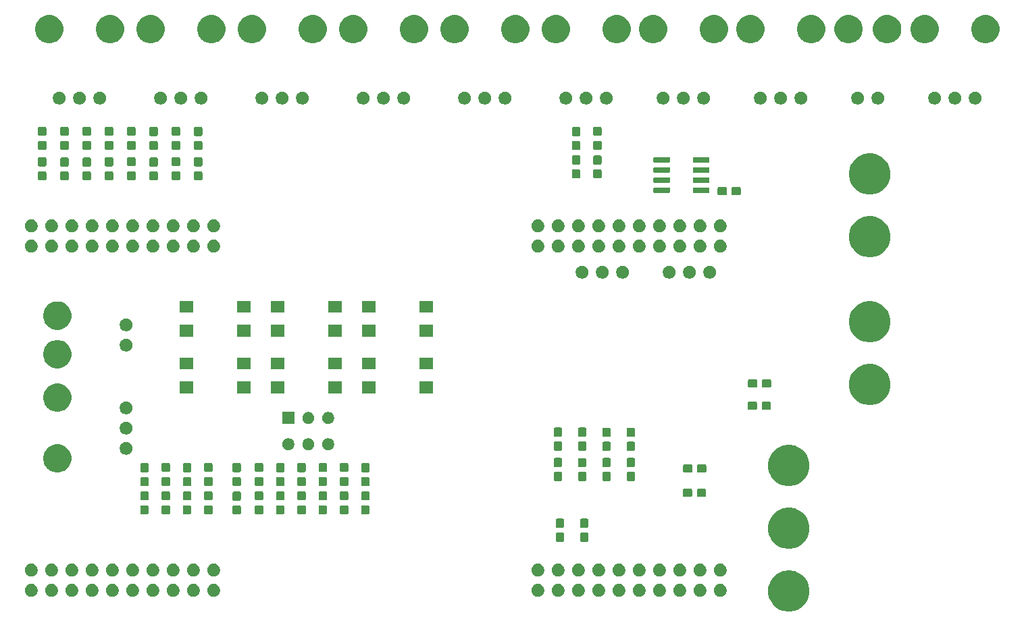
<source format=gbr>
G04 #@! TF.GenerationSoftware,KiCad,Pcbnew,(5.1.4)-1*
G04 #@! TF.CreationDate,2020-11-30T13:33:46-06:00*
G04 #@! TF.ProjectId,DriveBoard_2021,44726976-6542-46f6-9172-645f32303231,rev?*
G04 #@! TF.SameCoordinates,Original*
G04 #@! TF.FileFunction,Soldermask,Top*
G04 #@! TF.FilePolarity,Negative*
%FSLAX46Y46*%
G04 Gerber Fmt 4.6, Leading zero omitted, Abs format (unit mm)*
G04 Created by KiCad (PCBNEW (5.1.4)-1) date 2020-11-30 13:33:46*
%MOMM*%
%LPD*%
G04 APERTURE LIST*
%ADD10C,0.100000*%
G04 APERTURE END LIST*
D10*
G36*
X166611887Y-123567877D02*
G01*
X166871767Y-123619570D01*
X167343299Y-123814885D01*
X167586029Y-123977073D01*
X167767666Y-124098438D01*
X168128562Y-124459334D01*
X168249927Y-124640971D01*
X168412115Y-124883701D01*
X168588404Y-125309301D01*
X168607430Y-125355234D01*
X168694197Y-125791440D01*
X168707000Y-125855809D01*
X168707000Y-126366191D01*
X168607430Y-126866767D01*
X168412115Y-127338299D01*
X168249927Y-127581029D01*
X168128562Y-127762666D01*
X167767666Y-128123562D01*
X167586029Y-128244927D01*
X167343299Y-128407115D01*
X166871767Y-128602430D01*
X166704908Y-128635620D01*
X166371193Y-128702000D01*
X165860807Y-128702000D01*
X165527092Y-128635620D01*
X165360233Y-128602430D01*
X164888701Y-128407115D01*
X164645971Y-128244927D01*
X164464334Y-128123562D01*
X164103438Y-127762666D01*
X163982073Y-127581029D01*
X163819885Y-127338299D01*
X163624570Y-126866767D01*
X163525000Y-126366191D01*
X163525000Y-125855809D01*
X163537804Y-125791440D01*
X163624570Y-125355234D01*
X163643596Y-125309301D01*
X163819885Y-124883701D01*
X163982073Y-124640971D01*
X164103438Y-124459334D01*
X164464334Y-124098438D01*
X164645971Y-123977073D01*
X164888701Y-123814885D01*
X165360233Y-123619570D01*
X165620113Y-123567877D01*
X165860807Y-123520000D01*
X166371193Y-123520000D01*
X166611887Y-123567877D01*
X166611887Y-123567877D01*
G37*
G36*
X71393560Y-125248166D02*
G01*
X71541153Y-125309301D01*
X71673982Y-125398055D01*
X71786945Y-125511018D01*
X71875699Y-125643847D01*
X71936834Y-125791440D01*
X71968000Y-125948123D01*
X71968000Y-126107877D01*
X71936834Y-126264560D01*
X71875699Y-126412153D01*
X71786945Y-126544982D01*
X71673982Y-126657945D01*
X71541153Y-126746699D01*
X71541152Y-126746700D01*
X71541151Y-126746700D01*
X71393560Y-126807834D01*
X71236878Y-126839000D01*
X71077122Y-126839000D01*
X70920440Y-126807834D01*
X70772849Y-126746700D01*
X70772848Y-126746700D01*
X70772847Y-126746699D01*
X70640018Y-126657945D01*
X70527055Y-126544982D01*
X70438301Y-126412153D01*
X70377166Y-126264560D01*
X70346000Y-126107877D01*
X70346000Y-125948123D01*
X70377166Y-125791440D01*
X70438301Y-125643847D01*
X70527055Y-125511018D01*
X70640018Y-125398055D01*
X70772847Y-125309301D01*
X70920440Y-125248166D01*
X71077122Y-125217000D01*
X71236878Y-125217000D01*
X71393560Y-125248166D01*
X71393560Y-125248166D01*
G37*
G36*
X150133560Y-125248166D02*
G01*
X150281153Y-125309301D01*
X150413982Y-125398055D01*
X150526945Y-125511018D01*
X150615699Y-125643847D01*
X150676834Y-125791440D01*
X150708000Y-125948123D01*
X150708000Y-126107877D01*
X150676834Y-126264560D01*
X150615699Y-126412153D01*
X150526945Y-126544982D01*
X150413982Y-126657945D01*
X150281153Y-126746699D01*
X150281152Y-126746700D01*
X150281151Y-126746700D01*
X150133560Y-126807834D01*
X149976878Y-126839000D01*
X149817122Y-126839000D01*
X149660440Y-126807834D01*
X149512849Y-126746700D01*
X149512848Y-126746700D01*
X149512847Y-126746699D01*
X149380018Y-126657945D01*
X149267055Y-126544982D01*
X149178301Y-126412153D01*
X149117166Y-126264560D01*
X149086000Y-126107877D01*
X149086000Y-125948123D01*
X149117166Y-125791440D01*
X149178301Y-125643847D01*
X149267055Y-125511018D01*
X149380018Y-125398055D01*
X149512847Y-125309301D01*
X149660440Y-125248166D01*
X149817122Y-125217000D01*
X149976878Y-125217000D01*
X150133560Y-125248166D01*
X150133560Y-125248166D01*
G37*
G36*
X155213560Y-125248166D02*
G01*
X155361153Y-125309301D01*
X155493982Y-125398055D01*
X155606945Y-125511018D01*
X155695699Y-125643847D01*
X155756834Y-125791440D01*
X155788000Y-125948123D01*
X155788000Y-126107877D01*
X155756834Y-126264560D01*
X155695699Y-126412153D01*
X155606945Y-126544982D01*
X155493982Y-126657945D01*
X155361153Y-126746699D01*
X155361152Y-126746700D01*
X155361151Y-126746700D01*
X155213560Y-126807834D01*
X155056878Y-126839000D01*
X154897122Y-126839000D01*
X154740440Y-126807834D01*
X154592849Y-126746700D01*
X154592848Y-126746700D01*
X154592847Y-126746699D01*
X154460018Y-126657945D01*
X154347055Y-126544982D01*
X154258301Y-126412153D01*
X154197166Y-126264560D01*
X154166000Y-126107877D01*
X154166000Y-125948123D01*
X154197166Y-125791440D01*
X154258301Y-125643847D01*
X154347055Y-125511018D01*
X154460018Y-125398055D01*
X154592847Y-125309301D01*
X154740440Y-125248166D01*
X154897122Y-125217000D01*
X155056878Y-125217000D01*
X155213560Y-125248166D01*
X155213560Y-125248166D01*
G37*
G36*
X137433560Y-125248166D02*
G01*
X137581153Y-125309301D01*
X137713982Y-125398055D01*
X137826945Y-125511018D01*
X137915699Y-125643847D01*
X137976834Y-125791440D01*
X138008000Y-125948123D01*
X138008000Y-126107877D01*
X137976834Y-126264560D01*
X137915699Y-126412153D01*
X137826945Y-126544982D01*
X137713982Y-126657945D01*
X137581153Y-126746699D01*
X137581152Y-126746700D01*
X137581151Y-126746700D01*
X137433560Y-126807834D01*
X137276878Y-126839000D01*
X137117122Y-126839000D01*
X136960440Y-126807834D01*
X136812849Y-126746700D01*
X136812848Y-126746700D01*
X136812847Y-126746699D01*
X136680018Y-126657945D01*
X136567055Y-126544982D01*
X136478301Y-126412153D01*
X136417166Y-126264560D01*
X136386000Y-126107877D01*
X136386000Y-125948123D01*
X136417166Y-125791440D01*
X136478301Y-125643847D01*
X136567055Y-125511018D01*
X136680018Y-125398055D01*
X136812847Y-125309301D01*
X136960440Y-125248166D01*
X137117122Y-125217000D01*
X137276878Y-125217000D01*
X137433560Y-125248166D01*
X137433560Y-125248166D01*
G37*
G36*
X139973560Y-125248166D02*
G01*
X140121153Y-125309301D01*
X140253982Y-125398055D01*
X140366945Y-125511018D01*
X140455699Y-125643847D01*
X140516834Y-125791440D01*
X140548000Y-125948123D01*
X140548000Y-126107877D01*
X140516834Y-126264560D01*
X140455699Y-126412153D01*
X140366945Y-126544982D01*
X140253982Y-126657945D01*
X140121153Y-126746699D01*
X140121152Y-126746700D01*
X140121151Y-126746700D01*
X139973560Y-126807834D01*
X139816878Y-126839000D01*
X139657122Y-126839000D01*
X139500440Y-126807834D01*
X139352849Y-126746700D01*
X139352848Y-126746700D01*
X139352847Y-126746699D01*
X139220018Y-126657945D01*
X139107055Y-126544982D01*
X139018301Y-126412153D01*
X138957166Y-126264560D01*
X138926000Y-126107877D01*
X138926000Y-125948123D01*
X138957166Y-125791440D01*
X139018301Y-125643847D01*
X139107055Y-125511018D01*
X139220018Y-125398055D01*
X139352847Y-125309301D01*
X139500440Y-125248166D01*
X139657122Y-125217000D01*
X139816878Y-125217000D01*
X139973560Y-125248166D01*
X139973560Y-125248166D01*
G37*
G36*
X142513560Y-125248166D02*
G01*
X142661153Y-125309301D01*
X142793982Y-125398055D01*
X142906945Y-125511018D01*
X142995699Y-125643847D01*
X143056834Y-125791440D01*
X143088000Y-125948123D01*
X143088000Y-126107877D01*
X143056834Y-126264560D01*
X142995699Y-126412153D01*
X142906945Y-126544982D01*
X142793982Y-126657945D01*
X142661153Y-126746699D01*
X142661152Y-126746700D01*
X142661151Y-126746700D01*
X142513560Y-126807834D01*
X142356878Y-126839000D01*
X142197122Y-126839000D01*
X142040440Y-126807834D01*
X141892849Y-126746700D01*
X141892848Y-126746700D01*
X141892847Y-126746699D01*
X141760018Y-126657945D01*
X141647055Y-126544982D01*
X141558301Y-126412153D01*
X141497166Y-126264560D01*
X141466000Y-126107877D01*
X141466000Y-125948123D01*
X141497166Y-125791440D01*
X141558301Y-125643847D01*
X141647055Y-125511018D01*
X141760018Y-125398055D01*
X141892847Y-125309301D01*
X142040440Y-125248166D01*
X142197122Y-125217000D01*
X142356878Y-125217000D01*
X142513560Y-125248166D01*
X142513560Y-125248166D01*
G37*
G36*
X145053560Y-125248166D02*
G01*
X145201153Y-125309301D01*
X145333982Y-125398055D01*
X145446945Y-125511018D01*
X145535699Y-125643847D01*
X145596834Y-125791440D01*
X145628000Y-125948123D01*
X145628000Y-126107877D01*
X145596834Y-126264560D01*
X145535699Y-126412153D01*
X145446945Y-126544982D01*
X145333982Y-126657945D01*
X145201153Y-126746699D01*
X145201152Y-126746700D01*
X145201151Y-126746700D01*
X145053560Y-126807834D01*
X144896878Y-126839000D01*
X144737122Y-126839000D01*
X144580440Y-126807834D01*
X144432849Y-126746700D01*
X144432848Y-126746700D01*
X144432847Y-126746699D01*
X144300018Y-126657945D01*
X144187055Y-126544982D01*
X144098301Y-126412153D01*
X144037166Y-126264560D01*
X144006000Y-126107877D01*
X144006000Y-125948123D01*
X144037166Y-125791440D01*
X144098301Y-125643847D01*
X144187055Y-125511018D01*
X144300018Y-125398055D01*
X144432847Y-125309301D01*
X144580440Y-125248166D01*
X144737122Y-125217000D01*
X144896878Y-125217000D01*
X145053560Y-125248166D01*
X145053560Y-125248166D01*
G37*
G36*
X147593560Y-125248166D02*
G01*
X147741153Y-125309301D01*
X147873982Y-125398055D01*
X147986945Y-125511018D01*
X148075699Y-125643847D01*
X148136834Y-125791440D01*
X148168000Y-125948123D01*
X148168000Y-126107877D01*
X148136834Y-126264560D01*
X148075699Y-126412153D01*
X147986945Y-126544982D01*
X147873982Y-126657945D01*
X147741153Y-126746699D01*
X147741152Y-126746700D01*
X147741151Y-126746700D01*
X147593560Y-126807834D01*
X147436878Y-126839000D01*
X147277122Y-126839000D01*
X147120440Y-126807834D01*
X146972849Y-126746700D01*
X146972848Y-126746700D01*
X146972847Y-126746699D01*
X146840018Y-126657945D01*
X146727055Y-126544982D01*
X146638301Y-126412153D01*
X146577166Y-126264560D01*
X146546000Y-126107877D01*
X146546000Y-125948123D01*
X146577166Y-125791440D01*
X146638301Y-125643847D01*
X146727055Y-125511018D01*
X146840018Y-125398055D01*
X146972847Y-125309301D01*
X147120440Y-125248166D01*
X147277122Y-125217000D01*
X147436878Y-125217000D01*
X147593560Y-125248166D01*
X147593560Y-125248166D01*
G37*
G36*
X152673560Y-125248166D02*
G01*
X152821153Y-125309301D01*
X152953982Y-125398055D01*
X153066945Y-125511018D01*
X153155699Y-125643847D01*
X153216834Y-125791440D01*
X153248000Y-125948123D01*
X153248000Y-126107877D01*
X153216834Y-126264560D01*
X153155699Y-126412153D01*
X153066945Y-126544982D01*
X152953982Y-126657945D01*
X152821153Y-126746699D01*
X152821152Y-126746700D01*
X152821151Y-126746700D01*
X152673560Y-126807834D01*
X152516878Y-126839000D01*
X152357122Y-126839000D01*
X152200440Y-126807834D01*
X152052849Y-126746700D01*
X152052848Y-126746700D01*
X152052847Y-126746699D01*
X151920018Y-126657945D01*
X151807055Y-126544982D01*
X151718301Y-126412153D01*
X151657166Y-126264560D01*
X151626000Y-126107877D01*
X151626000Y-125948123D01*
X151657166Y-125791440D01*
X151718301Y-125643847D01*
X151807055Y-125511018D01*
X151920018Y-125398055D01*
X152052847Y-125309301D01*
X152200440Y-125248166D01*
X152357122Y-125217000D01*
X152516878Y-125217000D01*
X152673560Y-125248166D01*
X152673560Y-125248166D01*
G37*
G36*
X134893560Y-125248166D02*
G01*
X135041153Y-125309301D01*
X135173982Y-125398055D01*
X135286945Y-125511018D01*
X135375699Y-125643847D01*
X135436834Y-125791440D01*
X135468000Y-125948123D01*
X135468000Y-126107877D01*
X135436834Y-126264560D01*
X135375699Y-126412153D01*
X135286945Y-126544982D01*
X135173982Y-126657945D01*
X135041153Y-126746699D01*
X135041152Y-126746700D01*
X135041151Y-126746700D01*
X134893560Y-126807834D01*
X134736878Y-126839000D01*
X134577122Y-126839000D01*
X134420440Y-126807834D01*
X134272849Y-126746700D01*
X134272848Y-126746700D01*
X134272847Y-126746699D01*
X134140018Y-126657945D01*
X134027055Y-126544982D01*
X133938301Y-126412153D01*
X133877166Y-126264560D01*
X133846000Y-126107877D01*
X133846000Y-125948123D01*
X133877166Y-125791440D01*
X133938301Y-125643847D01*
X134027055Y-125511018D01*
X134140018Y-125398055D01*
X134272847Y-125309301D01*
X134420440Y-125248166D01*
X134577122Y-125217000D01*
X134736878Y-125217000D01*
X134893560Y-125248166D01*
X134893560Y-125248166D01*
G37*
G36*
X76473560Y-125248166D02*
G01*
X76621153Y-125309301D01*
X76753982Y-125398055D01*
X76866945Y-125511018D01*
X76955699Y-125643847D01*
X77016834Y-125791440D01*
X77048000Y-125948123D01*
X77048000Y-126107877D01*
X77016834Y-126264560D01*
X76955699Y-126412153D01*
X76866945Y-126544982D01*
X76753982Y-126657945D01*
X76621153Y-126746699D01*
X76621152Y-126746700D01*
X76621151Y-126746700D01*
X76473560Y-126807834D01*
X76316878Y-126839000D01*
X76157122Y-126839000D01*
X76000440Y-126807834D01*
X75852849Y-126746700D01*
X75852848Y-126746700D01*
X75852847Y-126746699D01*
X75720018Y-126657945D01*
X75607055Y-126544982D01*
X75518301Y-126412153D01*
X75457166Y-126264560D01*
X75426000Y-126107877D01*
X75426000Y-125948123D01*
X75457166Y-125791440D01*
X75518301Y-125643847D01*
X75607055Y-125511018D01*
X75720018Y-125398055D01*
X75852847Y-125309301D01*
X76000440Y-125248166D01*
X76157122Y-125217000D01*
X76316878Y-125217000D01*
X76473560Y-125248166D01*
X76473560Y-125248166D01*
G37*
G36*
X73933560Y-125248166D02*
G01*
X74081153Y-125309301D01*
X74213982Y-125398055D01*
X74326945Y-125511018D01*
X74415699Y-125643847D01*
X74476834Y-125791440D01*
X74508000Y-125948123D01*
X74508000Y-126107877D01*
X74476834Y-126264560D01*
X74415699Y-126412153D01*
X74326945Y-126544982D01*
X74213982Y-126657945D01*
X74081153Y-126746699D01*
X74081152Y-126746700D01*
X74081151Y-126746700D01*
X73933560Y-126807834D01*
X73776878Y-126839000D01*
X73617122Y-126839000D01*
X73460440Y-126807834D01*
X73312849Y-126746700D01*
X73312848Y-126746700D01*
X73312847Y-126746699D01*
X73180018Y-126657945D01*
X73067055Y-126544982D01*
X72978301Y-126412153D01*
X72917166Y-126264560D01*
X72886000Y-126107877D01*
X72886000Y-125948123D01*
X72917166Y-125791440D01*
X72978301Y-125643847D01*
X73067055Y-125511018D01*
X73180018Y-125398055D01*
X73312847Y-125309301D01*
X73460440Y-125248166D01*
X73617122Y-125217000D01*
X73776878Y-125217000D01*
X73933560Y-125248166D01*
X73933560Y-125248166D01*
G37*
G36*
X157753560Y-125248166D02*
G01*
X157901153Y-125309301D01*
X158033982Y-125398055D01*
X158146945Y-125511018D01*
X158235699Y-125643847D01*
X158296834Y-125791440D01*
X158328000Y-125948123D01*
X158328000Y-126107877D01*
X158296834Y-126264560D01*
X158235699Y-126412153D01*
X158146945Y-126544982D01*
X158033982Y-126657945D01*
X157901153Y-126746699D01*
X157901152Y-126746700D01*
X157901151Y-126746700D01*
X157753560Y-126807834D01*
X157596878Y-126839000D01*
X157437122Y-126839000D01*
X157280440Y-126807834D01*
X157132849Y-126746700D01*
X157132848Y-126746700D01*
X157132847Y-126746699D01*
X157000018Y-126657945D01*
X156887055Y-126544982D01*
X156798301Y-126412153D01*
X156737166Y-126264560D01*
X156706000Y-126107877D01*
X156706000Y-125948123D01*
X156737166Y-125791440D01*
X156798301Y-125643847D01*
X156887055Y-125511018D01*
X157000018Y-125398055D01*
X157132847Y-125309301D01*
X157280440Y-125248166D01*
X157437122Y-125217000D01*
X157596878Y-125217000D01*
X157753560Y-125248166D01*
X157753560Y-125248166D01*
G37*
G36*
X94253560Y-125248166D02*
G01*
X94401153Y-125309301D01*
X94533982Y-125398055D01*
X94646945Y-125511018D01*
X94735699Y-125643847D01*
X94796834Y-125791440D01*
X94828000Y-125948123D01*
X94828000Y-126107877D01*
X94796834Y-126264560D01*
X94735699Y-126412153D01*
X94646945Y-126544982D01*
X94533982Y-126657945D01*
X94401153Y-126746699D01*
X94401152Y-126746700D01*
X94401151Y-126746700D01*
X94253560Y-126807834D01*
X94096878Y-126839000D01*
X93937122Y-126839000D01*
X93780440Y-126807834D01*
X93632849Y-126746700D01*
X93632848Y-126746700D01*
X93632847Y-126746699D01*
X93500018Y-126657945D01*
X93387055Y-126544982D01*
X93298301Y-126412153D01*
X93237166Y-126264560D01*
X93206000Y-126107877D01*
X93206000Y-125948123D01*
X93237166Y-125791440D01*
X93298301Y-125643847D01*
X93387055Y-125511018D01*
X93500018Y-125398055D01*
X93632847Y-125309301D01*
X93780440Y-125248166D01*
X93937122Y-125217000D01*
X94096878Y-125217000D01*
X94253560Y-125248166D01*
X94253560Y-125248166D01*
G37*
G36*
X91713560Y-125248166D02*
G01*
X91861153Y-125309301D01*
X91993982Y-125398055D01*
X92106945Y-125511018D01*
X92195699Y-125643847D01*
X92256834Y-125791440D01*
X92288000Y-125948123D01*
X92288000Y-126107877D01*
X92256834Y-126264560D01*
X92195699Y-126412153D01*
X92106945Y-126544982D01*
X91993982Y-126657945D01*
X91861153Y-126746699D01*
X91861152Y-126746700D01*
X91861151Y-126746700D01*
X91713560Y-126807834D01*
X91556878Y-126839000D01*
X91397122Y-126839000D01*
X91240440Y-126807834D01*
X91092849Y-126746700D01*
X91092848Y-126746700D01*
X91092847Y-126746699D01*
X90960018Y-126657945D01*
X90847055Y-126544982D01*
X90758301Y-126412153D01*
X90697166Y-126264560D01*
X90666000Y-126107877D01*
X90666000Y-125948123D01*
X90697166Y-125791440D01*
X90758301Y-125643847D01*
X90847055Y-125511018D01*
X90960018Y-125398055D01*
X91092847Y-125309301D01*
X91240440Y-125248166D01*
X91397122Y-125217000D01*
X91556878Y-125217000D01*
X91713560Y-125248166D01*
X91713560Y-125248166D01*
G37*
G36*
X89173560Y-125248166D02*
G01*
X89321153Y-125309301D01*
X89453982Y-125398055D01*
X89566945Y-125511018D01*
X89655699Y-125643847D01*
X89716834Y-125791440D01*
X89748000Y-125948123D01*
X89748000Y-126107877D01*
X89716834Y-126264560D01*
X89655699Y-126412153D01*
X89566945Y-126544982D01*
X89453982Y-126657945D01*
X89321153Y-126746699D01*
X89321152Y-126746700D01*
X89321151Y-126746700D01*
X89173560Y-126807834D01*
X89016878Y-126839000D01*
X88857122Y-126839000D01*
X88700440Y-126807834D01*
X88552849Y-126746700D01*
X88552848Y-126746700D01*
X88552847Y-126746699D01*
X88420018Y-126657945D01*
X88307055Y-126544982D01*
X88218301Y-126412153D01*
X88157166Y-126264560D01*
X88126000Y-126107877D01*
X88126000Y-125948123D01*
X88157166Y-125791440D01*
X88218301Y-125643847D01*
X88307055Y-125511018D01*
X88420018Y-125398055D01*
X88552847Y-125309301D01*
X88700440Y-125248166D01*
X88857122Y-125217000D01*
X89016878Y-125217000D01*
X89173560Y-125248166D01*
X89173560Y-125248166D01*
G37*
G36*
X84093560Y-125248166D02*
G01*
X84241153Y-125309301D01*
X84373982Y-125398055D01*
X84486945Y-125511018D01*
X84575699Y-125643847D01*
X84636834Y-125791440D01*
X84668000Y-125948123D01*
X84668000Y-126107877D01*
X84636834Y-126264560D01*
X84575699Y-126412153D01*
X84486945Y-126544982D01*
X84373982Y-126657945D01*
X84241153Y-126746699D01*
X84241152Y-126746700D01*
X84241151Y-126746700D01*
X84093560Y-126807834D01*
X83936878Y-126839000D01*
X83777122Y-126839000D01*
X83620440Y-126807834D01*
X83472849Y-126746700D01*
X83472848Y-126746700D01*
X83472847Y-126746699D01*
X83340018Y-126657945D01*
X83227055Y-126544982D01*
X83138301Y-126412153D01*
X83077166Y-126264560D01*
X83046000Y-126107877D01*
X83046000Y-125948123D01*
X83077166Y-125791440D01*
X83138301Y-125643847D01*
X83227055Y-125511018D01*
X83340018Y-125398055D01*
X83472847Y-125309301D01*
X83620440Y-125248166D01*
X83777122Y-125217000D01*
X83936878Y-125217000D01*
X84093560Y-125248166D01*
X84093560Y-125248166D01*
G37*
G36*
X81553560Y-125248166D02*
G01*
X81701153Y-125309301D01*
X81833982Y-125398055D01*
X81946945Y-125511018D01*
X82035699Y-125643847D01*
X82096834Y-125791440D01*
X82128000Y-125948123D01*
X82128000Y-126107877D01*
X82096834Y-126264560D01*
X82035699Y-126412153D01*
X81946945Y-126544982D01*
X81833982Y-126657945D01*
X81701153Y-126746699D01*
X81701152Y-126746700D01*
X81701151Y-126746700D01*
X81553560Y-126807834D01*
X81396878Y-126839000D01*
X81237122Y-126839000D01*
X81080440Y-126807834D01*
X80932849Y-126746700D01*
X80932848Y-126746700D01*
X80932847Y-126746699D01*
X80800018Y-126657945D01*
X80687055Y-126544982D01*
X80598301Y-126412153D01*
X80537166Y-126264560D01*
X80506000Y-126107877D01*
X80506000Y-125948123D01*
X80537166Y-125791440D01*
X80598301Y-125643847D01*
X80687055Y-125511018D01*
X80800018Y-125398055D01*
X80932847Y-125309301D01*
X81080440Y-125248166D01*
X81237122Y-125217000D01*
X81396878Y-125217000D01*
X81553560Y-125248166D01*
X81553560Y-125248166D01*
G37*
G36*
X79013560Y-125248166D02*
G01*
X79161153Y-125309301D01*
X79293982Y-125398055D01*
X79406945Y-125511018D01*
X79495699Y-125643847D01*
X79556834Y-125791440D01*
X79588000Y-125948123D01*
X79588000Y-126107877D01*
X79556834Y-126264560D01*
X79495699Y-126412153D01*
X79406945Y-126544982D01*
X79293982Y-126657945D01*
X79161153Y-126746699D01*
X79161152Y-126746700D01*
X79161151Y-126746700D01*
X79013560Y-126807834D01*
X78856878Y-126839000D01*
X78697122Y-126839000D01*
X78540440Y-126807834D01*
X78392849Y-126746700D01*
X78392848Y-126746700D01*
X78392847Y-126746699D01*
X78260018Y-126657945D01*
X78147055Y-126544982D01*
X78058301Y-126412153D01*
X77997166Y-126264560D01*
X77966000Y-126107877D01*
X77966000Y-125948123D01*
X77997166Y-125791440D01*
X78058301Y-125643847D01*
X78147055Y-125511018D01*
X78260018Y-125398055D01*
X78392847Y-125309301D01*
X78540440Y-125248166D01*
X78697122Y-125217000D01*
X78856878Y-125217000D01*
X79013560Y-125248166D01*
X79013560Y-125248166D01*
G37*
G36*
X86633560Y-125248166D02*
G01*
X86781153Y-125309301D01*
X86913982Y-125398055D01*
X87026945Y-125511018D01*
X87115699Y-125643847D01*
X87176834Y-125791440D01*
X87208000Y-125948123D01*
X87208000Y-126107877D01*
X87176834Y-126264560D01*
X87115699Y-126412153D01*
X87026945Y-126544982D01*
X86913982Y-126657945D01*
X86781153Y-126746699D01*
X86781152Y-126746700D01*
X86781151Y-126746700D01*
X86633560Y-126807834D01*
X86476878Y-126839000D01*
X86317122Y-126839000D01*
X86160440Y-126807834D01*
X86012849Y-126746700D01*
X86012848Y-126746700D01*
X86012847Y-126746699D01*
X85880018Y-126657945D01*
X85767055Y-126544982D01*
X85678301Y-126412153D01*
X85617166Y-126264560D01*
X85586000Y-126107877D01*
X85586000Y-125948123D01*
X85617166Y-125791440D01*
X85678301Y-125643847D01*
X85767055Y-125511018D01*
X85880018Y-125398055D01*
X86012847Y-125309301D01*
X86160440Y-125248166D01*
X86317122Y-125217000D01*
X86476878Y-125217000D01*
X86633560Y-125248166D01*
X86633560Y-125248166D01*
G37*
G36*
X84093560Y-122708166D02*
G01*
X84241153Y-122769301D01*
X84373982Y-122858055D01*
X84486945Y-122971018D01*
X84575699Y-123103847D01*
X84636834Y-123251440D01*
X84668000Y-123408123D01*
X84668000Y-123567877D01*
X84636834Y-123724560D01*
X84575699Y-123872153D01*
X84486945Y-124004982D01*
X84373982Y-124117945D01*
X84241153Y-124206699D01*
X84241152Y-124206700D01*
X84241151Y-124206700D01*
X84093560Y-124267834D01*
X83936878Y-124299000D01*
X83777122Y-124299000D01*
X83620440Y-124267834D01*
X83472849Y-124206700D01*
X83472848Y-124206700D01*
X83472847Y-124206699D01*
X83340018Y-124117945D01*
X83227055Y-124004982D01*
X83138301Y-123872153D01*
X83077166Y-123724560D01*
X83046000Y-123567877D01*
X83046000Y-123408123D01*
X83077166Y-123251440D01*
X83138301Y-123103847D01*
X83227055Y-122971018D01*
X83340018Y-122858055D01*
X83472847Y-122769301D01*
X83620440Y-122708166D01*
X83777122Y-122677000D01*
X83936878Y-122677000D01*
X84093560Y-122708166D01*
X84093560Y-122708166D01*
G37*
G36*
X157753560Y-122708166D02*
G01*
X157901153Y-122769301D01*
X158033982Y-122858055D01*
X158146945Y-122971018D01*
X158235699Y-123103847D01*
X158296834Y-123251440D01*
X158328000Y-123408123D01*
X158328000Y-123567877D01*
X158296834Y-123724560D01*
X158235699Y-123872153D01*
X158146945Y-124004982D01*
X158033982Y-124117945D01*
X157901153Y-124206699D01*
X157901152Y-124206700D01*
X157901151Y-124206700D01*
X157753560Y-124267834D01*
X157596878Y-124299000D01*
X157437122Y-124299000D01*
X157280440Y-124267834D01*
X157132849Y-124206700D01*
X157132848Y-124206700D01*
X157132847Y-124206699D01*
X157000018Y-124117945D01*
X156887055Y-124004982D01*
X156798301Y-123872153D01*
X156737166Y-123724560D01*
X156706000Y-123567877D01*
X156706000Y-123408123D01*
X156737166Y-123251440D01*
X156798301Y-123103847D01*
X156887055Y-122971018D01*
X157000018Y-122858055D01*
X157132847Y-122769301D01*
X157280440Y-122708166D01*
X157437122Y-122677000D01*
X157596878Y-122677000D01*
X157753560Y-122708166D01*
X157753560Y-122708166D01*
G37*
G36*
X152673560Y-122708166D02*
G01*
X152821153Y-122769301D01*
X152953982Y-122858055D01*
X153066945Y-122971018D01*
X153155699Y-123103847D01*
X153216834Y-123251440D01*
X153248000Y-123408123D01*
X153248000Y-123567877D01*
X153216834Y-123724560D01*
X153155699Y-123872153D01*
X153066945Y-124004982D01*
X152953982Y-124117945D01*
X152821153Y-124206699D01*
X152821152Y-124206700D01*
X152821151Y-124206700D01*
X152673560Y-124267834D01*
X152516878Y-124299000D01*
X152357122Y-124299000D01*
X152200440Y-124267834D01*
X152052849Y-124206700D01*
X152052848Y-124206700D01*
X152052847Y-124206699D01*
X151920018Y-124117945D01*
X151807055Y-124004982D01*
X151718301Y-123872153D01*
X151657166Y-123724560D01*
X151626000Y-123567877D01*
X151626000Y-123408123D01*
X151657166Y-123251440D01*
X151718301Y-123103847D01*
X151807055Y-122971018D01*
X151920018Y-122858055D01*
X152052847Y-122769301D01*
X152200440Y-122708166D01*
X152357122Y-122677000D01*
X152516878Y-122677000D01*
X152673560Y-122708166D01*
X152673560Y-122708166D01*
G37*
G36*
X142513560Y-122708166D02*
G01*
X142661153Y-122769301D01*
X142793982Y-122858055D01*
X142906945Y-122971018D01*
X142995699Y-123103847D01*
X143056834Y-123251440D01*
X143088000Y-123408123D01*
X143088000Y-123567877D01*
X143056834Y-123724560D01*
X142995699Y-123872153D01*
X142906945Y-124004982D01*
X142793982Y-124117945D01*
X142661153Y-124206699D01*
X142661152Y-124206700D01*
X142661151Y-124206700D01*
X142513560Y-124267834D01*
X142356878Y-124299000D01*
X142197122Y-124299000D01*
X142040440Y-124267834D01*
X141892849Y-124206700D01*
X141892848Y-124206700D01*
X141892847Y-124206699D01*
X141760018Y-124117945D01*
X141647055Y-124004982D01*
X141558301Y-123872153D01*
X141497166Y-123724560D01*
X141466000Y-123567877D01*
X141466000Y-123408123D01*
X141497166Y-123251440D01*
X141558301Y-123103847D01*
X141647055Y-122971018D01*
X141760018Y-122858055D01*
X141892847Y-122769301D01*
X142040440Y-122708166D01*
X142197122Y-122677000D01*
X142356878Y-122677000D01*
X142513560Y-122708166D01*
X142513560Y-122708166D01*
G37*
G36*
X139973560Y-122708166D02*
G01*
X140121153Y-122769301D01*
X140253982Y-122858055D01*
X140366945Y-122971018D01*
X140455699Y-123103847D01*
X140516834Y-123251440D01*
X140548000Y-123408123D01*
X140548000Y-123567877D01*
X140516834Y-123724560D01*
X140455699Y-123872153D01*
X140366945Y-124004982D01*
X140253982Y-124117945D01*
X140121153Y-124206699D01*
X140121152Y-124206700D01*
X140121151Y-124206700D01*
X139973560Y-124267834D01*
X139816878Y-124299000D01*
X139657122Y-124299000D01*
X139500440Y-124267834D01*
X139352849Y-124206700D01*
X139352848Y-124206700D01*
X139352847Y-124206699D01*
X139220018Y-124117945D01*
X139107055Y-124004982D01*
X139018301Y-123872153D01*
X138957166Y-123724560D01*
X138926000Y-123567877D01*
X138926000Y-123408123D01*
X138957166Y-123251440D01*
X139018301Y-123103847D01*
X139107055Y-122971018D01*
X139220018Y-122858055D01*
X139352847Y-122769301D01*
X139500440Y-122708166D01*
X139657122Y-122677000D01*
X139816878Y-122677000D01*
X139973560Y-122708166D01*
X139973560Y-122708166D01*
G37*
G36*
X71393560Y-122708166D02*
G01*
X71541153Y-122769301D01*
X71673982Y-122858055D01*
X71786945Y-122971018D01*
X71875699Y-123103847D01*
X71936834Y-123251440D01*
X71968000Y-123408123D01*
X71968000Y-123567877D01*
X71936834Y-123724560D01*
X71875699Y-123872153D01*
X71786945Y-124004982D01*
X71673982Y-124117945D01*
X71541153Y-124206699D01*
X71541152Y-124206700D01*
X71541151Y-124206700D01*
X71393560Y-124267834D01*
X71236878Y-124299000D01*
X71077122Y-124299000D01*
X70920440Y-124267834D01*
X70772849Y-124206700D01*
X70772848Y-124206700D01*
X70772847Y-124206699D01*
X70640018Y-124117945D01*
X70527055Y-124004982D01*
X70438301Y-123872153D01*
X70377166Y-123724560D01*
X70346000Y-123567877D01*
X70346000Y-123408123D01*
X70377166Y-123251440D01*
X70438301Y-123103847D01*
X70527055Y-122971018D01*
X70640018Y-122858055D01*
X70772847Y-122769301D01*
X70920440Y-122708166D01*
X71077122Y-122677000D01*
X71236878Y-122677000D01*
X71393560Y-122708166D01*
X71393560Y-122708166D01*
G37*
G36*
X73933560Y-122708166D02*
G01*
X74081153Y-122769301D01*
X74213982Y-122858055D01*
X74326945Y-122971018D01*
X74415699Y-123103847D01*
X74476834Y-123251440D01*
X74508000Y-123408123D01*
X74508000Y-123567877D01*
X74476834Y-123724560D01*
X74415699Y-123872153D01*
X74326945Y-124004982D01*
X74213982Y-124117945D01*
X74081153Y-124206699D01*
X74081152Y-124206700D01*
X74081151Y-124206700D01*
X73933560Y-124267834D01*
X73776878Y-124299000D01*
X73617122Y-124299000D01*
X73460440Y-124267834D01*
X73312849Y-124206700D01*
X73312848Y-124206700D01*
X73312847Y-124206699D01*
X73180018Y-124117945D01*
X73067055Y-124004982D01*
X72978301Y-123872153D01*
X72917166Y-123724560D01*
X72886000Y-123567877D01*
X72886000Y-123408123D01*
X72917166Y-123251440D01*
X72978301Y-123103847D01*
X73067055Y-122971018D01*
X73180018Y-122858055D01*
X73312847Y-122769301D01*
X73460440Y-122708166D01*
X73617122Y-122677000D01*
X73776878Y-122677000D01*
X73933560Y-122708166D01*
X73933560Y-122708166D01*
G37*
G36*
X76473560Y-122708166D02*
G01*
X76621153Y-122769301D01*
X76753982Y-122858055D01*
X76866945Y-122971018D01*
X76955699Y-123103847D01*
X77016834Y-123251440D01*
X77048000Y-123408123D01*
X77048000Y-123567877D01*
X77016834Y-123724560D01*
X76955699Y-123872153D01*
X76866945Y-124004982D01*
X76753982Y-124117945D01*
X76621153Y-124206699D01*
X76621152Y-124206700D01*
X76621151Y-124206700D01*
X76473560Y-124267834D01*
X76316878Y-124299000D01*
X76157122Y-124299000D01*
X76000440Y-124267834D01*
X75852849Y-124206700D01*
X75852848Y-124206700D01*
X75852847Y-124206699D01*
X75720018Y-124117945D01*
X75607055Y-124004982D01*
X75518301Y-123872153D01*
X75457166Y-123724560D01*
X75426000Y-123567877D01*
X75426000Y-123408123D01*
X75457166Y-123251440D01*
X75518301Y-123103847D01*
X75607055Y-122971018D01*
X75720018Y-122858055D01*
X75852847Y-122769301D01*
X76000440Y-122708166D01*
X76157122Y-122677000D01*
X76316878Y-122677000D01*
X76473560Y-122708166D01*
X76473560Y-122708166D01*
G37*
G36*
X79013560Y-122708166D02*
G01*
X79161153Y-122769301D01*
X79293982Y-122858055D01*
X79406945Y-122971018D01*
X79495699Y-123103847D01*
X79556834Y-123251440D01*
X79588000Y-123408123D01*
X79588000Y-123567877D01*
X79556834Y-123724560D01*
X79495699Y-123872153D01*
X79406945Y-124004982D01*
X79293982Y-124117945D01*
X79161153Y-124206699D01*
X79161152Y-124206700D01*
X79161151Y-124206700D01*
X79013560Y-124267834D01*
X78856878Y-124299000D01*
X78697122Y-124299000D01*
X78540440Y-124267834D01*
X78392849Y-124206700D01*
X78392848Y-124206700D01*
X78392847Y-124206699D01*
X78260018Y-124117945D01*
X78147055Y-124004982D01*
X78058301Y-123872153D01*
X77997166Y-123724560D01*
X77966000Y-123567877D01*
X77966000Y-123408123D01*
X77997166Y-123251440D01*
X78058301Y-123103847D01*
X78147055Y-122971018D01*
X78260018Y-122858055D01*
X78392847Y-122769301D01*
X78540440Y-122708166D01*
X78697122Y-122677000D01*
X78856878Y-122677000D01*
X79013560Y-122708166D01*
X79013560Y-122708166D01*
G37*
G36*
X81553560Y-122708166D02*
G01*
X81701153Y-122769301D01*
X81833982Y-122858055D01*
X81946945Y-122971018D01*
X82035699Y-123103847D01*
X82096834Y-123251440D01*
X82128000Y-123408123D01*
X82128000Y-123567877D01*
X82096834Y-123724560D01*
X82035699Y-123872153D01*
X81946945Y-124004982D01*
X81833982Y-124117945D01*
X81701153Y-124206699D01*
X81701152Y-124206700D01*
X81701151Y-124206700D01*
X81553560Y-124267834D01*
X81396878Y-124299000D01*
X81237122Y-124299000D01*
X81080440Y-124267834D01*
X80932849Y-124206700D01*
X80932848Y-124206700D01*
X80932847Y-124206699D01*
X80800018Y-124117945D01*
X80687055Y-124004982D01*
X80598301Y-123872153D01*
X80537166Y-123724560D01*
X80506000Y-123567877D01*
X80506000Y-123408123D01*
X80537166Y-123251440D01*
X80598301Y-123103847D01*
X80687055Y-122971018D01*
X80800018Y-122858055D01*
X80932847Y-122769301D01*
X81080440Y-122708166D01*
X81237122Y-122677000D01*
X81396878Y-122677000D01*
X81553560Y-122708166D01*
X81553560Y-122708166D01*
G37*
G36*
X89173560Y-122708166D02*
G01*
X89321153Y-122769301D01*
X89453982Y-122858055D01*
X89566945Y-122971018D01*
X89655699Y-123103847D01*
X89716834Y-123251440D01*
X89748000Y-123408123D01*
X89748000Y-123567877D01*
X89716834Y-123724560D01*
X89655699Y-123872153D01*
X89566945Y-124004982D01*
X89453982Y-124117945D01*
X89321153Y-124206699D01*
X89321152Y-124206700D01*
X89321151Y-124206700D01*
X89173560Y-124267834D01*
X89016878Y-124299000D01*
X88857122Y-124299000D01*
X88700440Y-124267834D01*
X88552849Y-124206700D01*
X88552848Y-124206700D01*
X88552847Y-124206699D01*
X88420018Y-124117945D01*
X88307055Y-124004982D01*
X88218301Y-123872153D01*
X88157166Y-123724560D01*
X88126000Y-123567877D01*
X88126000Y-123408123D01*
X88157166Y-123251440D01*
X88218301Y-123103847D01*
X88307055Y-122971018D01*
X88420018Y-122858055D01*
X88552847Y-122769301D01*
X88700440Y-122708166D01*
X88857122Y-122677000D01*
X89016878Y-122677000D01*
X89173560Y-122708166D01*
X89173560Y-122708166D01*
G37*
G36*
X91713560Y-122708166D02*
G01*
X91861153Y-122769301D01*
X91993982Y-122858055D01*
X92106945Y-122971018D01*
X92195699Y-123103847D01*
X92256834Y-123251440D01*
X92288000Y-123408123D01*
X92288000Y-123567877D01*
X92256834Y-123724560D01*
X92195699Y-123872153D01*
X92106945Y-124004982D01*
X91993982Y-124117945D01*
X91861153Y-124206699D01*
X91861152Y-124206700D01*
X91861151Y-124206700D01*
X91713560Y-124267834D01*
X91556878Y-124299000D01*
X91397122Y-124299000D01*
X91240440Y-124267834D01*
X91092849Y-124206700D01*
X91092848Y-124206700D01*
X91092847Y-124206699D01*
X90960018Y-124117945D01*
X90847055Y-124004982D01*
X90758301Y-123872153D01*
X90697166Y-123724560D01*
X90666000Y-123567877D01*
X90666000Y-123408123D01*
X90697166Y-123251440D01*
X90758301Y-123103847D01*
X90847055Y-122971018D01*
X90960018Y-122858055D01*
X91092847Y-122769301D01*
X91240440Y-122708166D01*
X91397122Y-122677000D01*
X91556878Y-122677000D01*
X91713560Y-122708166D01*
X91713560Y-122708166D01*
G37*
G36*
X94253560Y-122708166D02*
G01*
X94401153Y-122769301D01*
X94533982Y-122858055D01*
X94646945Y-122971018D01*
X94735699Y-123103847D01*
X94796834Y-123251440D01*
X94828000Y-123408123D01*
X94828000Y-123567877D01*
X94796834Y-123724560D01*
X94735699Y-123872153D01*
X94646945Y-124004982D01*
X94533982Y-124117945D01*
X94401153Y-124206699D01*
X94401152Y-124206700D01*
X94401151Y-124206700D01*
X94253560Y-124267834D01*
X94096878Y-124299000D01*
X93937122Y-124299000D01*
X93780440Y-124267834D01*
X93632849Y-124206700D01*
X93632848Y-124206700D01*
X93632847Y-124206699D01*
X93500018Y-124117945D01*
X93387055Y-124004982D01*
X93298301Y-123872153D01*
X93237166Y-123724560D01*
X93206000Y-123567877D01*
X93206000Y-123408123D01*
X93237166Y-123251440D01*
X93298301Y-123103847D01*
X93387055Y-122971018D01*
X93500018Y-122858055D01*
X93632847Y-122769301D01*
X93780440Y-122708166D01*
X93937122Y-122677000D01*
X94096878Y-122677000D01*
X94253560Y-122708166D01*
X94253560Y-122708166D01*
G37*
G36*
X137433560Y-122708166D02*
G01*
X137581153Y-122769301D01*
X137713982Y-122858055D01*
X137826945Y-122971018D01*
X137915699Y-123103847D01*
X137976834Y-123251440D01*
X138008000Y-123408123D01*
X138008000Y-123567877D01*
X137976834Y-123724560D01*
X137915699Y-123872153D01*
X137826945Y-124004982D01*
X137713982Y-124117945D01*
X137581153Y-124206699D01*
X137581152Y-124206700D01*
X137581151Y-124206700D01*
X137433560Y-124267834D01*
X137276878Y-124299000D01*
X137117122Y-124299000D01*
X136960440Y-124267834D01*
X136812849Y-124206700D01*
X136812848Y-124206700D01*
X136812847Y-124206699D01*
X136680018Y-124117945D01*
X136567055Y-124004982D01*
X136478301Y-123872153D01*
X136417166Y-123724560D01*
X136386000Y-123567877D01*
X136386000Y-123408123D01*
X136417166Y-123251440D01*
X136478301Y-123103847D01*
X136567055Y-122971018D01*
X136680018Y-122858055D01*
X136812847Y-122769301D01*
X136960440Y-122708166D01*
X137117122Y-122677000D01*
X137276878Y-122677000D01*
X137433560Y-122708166D01*
X137433560Y-122708166D01*
G37*
G36*
X134893560Y-122708166D02*
G01*
X135041153Y-122769301D01*
X135173982Y-122858055D01*
X135286945Y-122971018D01*
X135375699Y-123103847D01*
X135436834Y-123251440D01*
X135468000Y-123408123D01*
X135468000Y-123567877D01*
X135436834Y-123724560D01*
X135375699Y-123872153D01*
X135286945Y-124004982D01*
X135173982Y-124117945D01*
X135041153Y-124206699D01*
X135041152Y-124206700D01*
X135041151Y-124206700D01*
X134893560Y-124267834D01*
X134736878Y-124299000D01*
X134577122Y-124299000D01*
X134420440Y-124267834D01*
X134272849Y-124206700D01*
X134272848Y-124206700D01*
X134272847Y-124206699D01*
X134140018Y-124117945D01*
X134027055Y-124004982D01*
X133938301Y-123872153D01*
X133877166Y-123724560D01*
X133846000Y-123567877D01*
X133846000Y-123408123D01*
X133877166Y-123251440D01*
X133938301Y-123103847D01*
X134027055Y-122971018D01*
X134140018Y-122858055D01*
X134272847Y-122769301D01*
X134420440Y-122708166D01*
X134577122Y-122677000D01*
X134736878Y-122677000D01*
X134893560Y-122708166D01*
X134893560Y-122708166D01*
G37*
G36*
X147593560Y-122708166D02*
G01*
X147741153Y-122769301D01*
X147873982Y-122858055D01*
X147986945Y-122971018D01*
X148075699Y-123103847D01*
X148136834Y-123251440D01*
X148168000Y-123408123D01*
X148168000Y-123567877D01*
X148136834Y-123724560D01*
X148075699Y-123872153D01*
X147986945Y-124004982D01*
X147873982Y-124117945D01*
X147741153Y-124206699D01*
X147741152Y-124206700D01*
X147741151Y-124206700D01*
X147593560Y-124267834D01*
X147436878Y-124299000D01*
X147277122Y-124299000D01*
X147120440Y-124267834D01*
X146972849Y-124206700D01*
X146972848Y-124206700D01*
X146972847Y-124206699D01*
X146840018Y-124117945D01*
X146727055Y-124004982D01*
X146638301Y-123872153D01*
X146577166Y-123724560D01*
X146546000Y-123567877D01*
X146546000Y-123408123D01*
X146577166Y-123251440D01*
X146638301Y-123103847D01*
X146727055Y-122971018D01*
X146840018Y-122858055D01*
X146972847Y-122769301D01*
X147120440Y-122708166D01*
X147277122Y-122677000D01*
X147436878Y-122677000D01*
X147593560Y-122708166D01*
X147593560Y-122708166D01*
G37*
G36*
X150133560Y-122708166D02*
G01*
X150281153Y-122769301D01*
X150413982Y-122858055D01*
X150526945Y-122971018D01*
X150615699Y-123103847D01*
X150676834Y-123251440D01*
X150708000Y-123408123D01*
X150708000Y-123567877D01*
X150676834Y-123724560D01*
X150615699Y-123872153D01*
X150526945Y-124004982D01*
X150413982Y-124117945D01*
X150281153Y-124206699D01*
X150281152Y-124206700D01*
X150281151Y-124206700D01*
X150133560Y-124267834D01*
X149976878Y-124299000D01*
X149817122Y-124299000D01*
X149660440Y-124267834D01*
X149512849Y-124206700D01*
X149512848Y-124206700D01*
X149512847Y-124206699D01*
X149380018Y-124117945D01*
X149267055Y-124004982D01*
X149178301Y-123872153D01*
X149117166Y-123724560D01*
X149086000Y-123567877D01*
X149086000Y-123408123D01*
X149117166Y-123251440D01*
X149178301Y-123103847D01*
X149267055Y-122971018D01*
X149380018Y-122858055D01*
X149512847Y-122769301D01*
X149660440Y-122708166D01*
X149817122Y-122677000D01*
X149976878Y-122677000D01*
X150133560Y-122708166D01*
X150133560Y-122708166D01*
G37*
G36*
X155213560Y-122708166D02*
G01*
X155361153Y-122769301D01*
X155493982Y-122858055D01*
X155606945Y-122971018D01*
X155695699Y-123103847D01*
X155756834Y-123251440D01*
X155788000Y-123408123D01*
X155788000Y-123567877D01*
X155756834Y-123724560D01*
X155695699Y-123872153D01*
X155606945Y-124004982D01*
X155493982Y-124117945D01*
X155361153Y-124206699D01*
X155361152Y-124206700D01*
X155361151Y-124206700D01*
X155213560Y-124267834D01*
X155056878Y-124299000D01*
X154897122Y-124299000D01*
X154740440Y-124267834D01*
X154592849Y-124206700D01*
X154592848Y-124206700D01*
X154592847Y-124206699D01*
X154460018Y-124117945D01*
X154347055Y-124004982D01*
X154258301Y-123872153D01*
X154197166Y-123724560D01*
X154166000Y-123567877D01*
X154166000Y-123408123D01*
X154197166Y-123251440D01*
X154258301Y-123103847D01*
X154347055Y-122971018D01*
X154460018Y-122858055D01*
X154592847Y-122769301D01*
X154740440Y-122708166D01*
X154897122Y-122677000D01*
X155056878Y-122677000D01*
X155213560Y-122708166D01*
X155213560Y-122708166D01*
G37*
G36*
X145053560Y-122708166D02*
G01*
X145201153Y-122769301D01*
X145333982Y-122858055D01*
X145446945Y-122971018D01*
X145535699Y-123103847D01*
X145596834Y-123251440D01*
X145628000Y-123408123D01*
X145628000Y-123567877D01*
X145596834Y-123724560D01*
X145535699Y-123872153D01*
X145446945Y-124004982D01*
X145333982Y-124117945D01*
X145201153Y-124206699D01*
X145201152Y-124206700D01*
X145201151Y-124206700D01*
X145053560Y-124267834D01*
X144896878Y-124299000D01*
X144737122Y-124299000D01*
X144580440Y-124267834D01*
X144432849Y-124206700D01*
X144432848Y-124206700D01*
X144432847Y-124206699D01*
X144300018Y-124117945D01*
X144187055Y-124004982D01*
X144098301Y-123872153D01*
X144037166Y-123724560D01*
X144006000Y-123567877D01*
X144006000Y-123408123D01*
X144037166Y-123251440D01*
X144098301Y-123103847D01*
X144187055Y-122971018D01*
X144300018Y-122858055D01*
X144432847Y-122769301D01*
X144580440Y-122708166D01*
X144737122Y-122677000D01*
X144896878Y-122677000D01*
X145053560Y-122708166D01*
X145053560Y-122708166D01*
G37*
G36*
X86633560Y-122708166D02*
G01*
X86781153Y-122769301D01*
X86913982Y-122858055D01*
X87026945Y-122971018D01*
X87115699Y-123103847D01*
X87176834Y-123251440D01*
X87208000Y-123408123D01*
X87208000Y-123567877D01*
X87176834Y-123724560D01*
X87115699Y-123872153D01*
X87026945Y-124004982D01*
X86913982Y-124117945D01*
X86781153Y-124206699D01*
X86781152Y-124206700D01*
X86781151Y-124206700D01*
X86633560Y-124267834D01*
X86476878Y-124299000D01*
X86317122Y-124299000D01*
X86160440Y-124267834D01*
X86012849Y-124206700D01*
X86012848Y-124206700D01*
X86012847Y-124206699D01*
X85880018Y-124117945D01*
X85767055Y-124004982D01*
X85678301Y-123872153D01*
X85617166Y-123724560D01*
X85586000Y-123567877D01*
X85586000Y-123408123D01*
X85617166Y-123251440D01*
X85678301Y-123103847D01*
X85767055Y-122971018D01*
X85880018Y-122858055D01*
X86012847Y-122769301D01*
X86160440Y-122708166D01*
X86317122Y-122677000D01*
X86476878Y-122677000D01*
X86633560Y-122708166D01*
X86633560Y-122708166D01*
G37*
G36*
X166704908Y-115712380D02*
G01*
X166871767Y-115745570D01*
X167343299Y-115940885D01*
X167586029Y-116103073D01*
X167767666Y-116224438D01*
X168128562Y-116585334D01*
X168249927Y-116766971D01*
X168412115Y-117009701D01*
X168607430Y-117481233D01*
X168707000Y-117981809D01*
X168707000Y-118492191D01*
X168607430Y-118992767D01*
X168412115Y-119464299D01*
X168278010Y-119665000D01*
X168128562Y-119888666D01*
X167767666Y-120249562D01*
X167586029Y-120370927D01*
X167343299Y-120533115D01*
X166871767Y-120728430D01*
X166704908Y-120761620D01*
X166371193Y-120828000D01*
X165860807Y-120828000D01*
X165527092Y-120761620D01*
X165360233Y-120728430D01*
X164888701Y-120533115D01*
X164645971Y-120370927D01*
X164464334Y-120249562D01*
X164103438Y-119888666D01*
X163953990Y-119665000D01*
X163819885Y-119464299D01*
X163624570Y-118992767D01*
X163525000Y-118492191D01*
X163525000Y-117981809D01*
X163624570Y-117481233D01*
X163819885Y-117009701D01*
X163982073Y-116766971D01*
X164103438Y-116585334D01*
X164464334Y-116224438D01*
X164645971Y-116103073D01*
X164888701Y-115940885D01*
X165360233Y-115745570D01*
X165527092Y-115712380D01*
X165860807Y-115646000D01*
X166371193Y-115646000D01*
X166704908Y-115712380D01*
X166704908Y-115712380D01*
G37*
G36*
X137778499Y-118780445D02*
G01*
X137815995Y-118791820D01*
X137850554Y-118810292D01*
X137880847Y-118835153D01*
X137905708Y-118865446D01*
X137924180Y-118900005D01*
X137935555Y-118937501D01*
X137940000Y-118982638D01*
X137940000Y-119721362D01*
X137935555Y-119766499D01*
X137924180Y-119803995D01*
X137905708Y-119838554D01*
X137880847Y-119868847D01*
X137850554Y-119893708D01*
X137815995Y-119912180D01*
X137778499Y-119923555D01*
X137733362Y-119928000D01*
X137094638Y-119928000D01*
X137049501Y-119923555D01*
X137012005Y-119912180D01*
X136977446Y-119893708D01*
X136947153Y-119868847D01*
X136922292Y-119838554D01*
X136903820Y-119803995D01*
X136892445Y-119766499D01*
X136888000Y-119721362D01*
X136888000Y-118982638D01*
X136892445Y-118937501D01*
X136903820Y-118900005D01*
X136922292Y-118865446D01*
X136947153Y-118835153D01*
X136977446Y-118810292D01*
X137012005Y-118791820D01*
X137049501Y-118780445D01*
X137094638Y-118776000D01*
X137733362Y-118776000D01*
X137778499Y-118780445D01*
X137778499Y-118780445D01*
G37*
G36*
X140826499Y-118780445D02*
G01*
X140863995Y-118791820D01*
X140898554Y-118810292D01*
X140928847Y-118835153D01*
X140953708Y-118865446D01*
X140972180Y-118900005D01*
X140983555Y-118937501D01*
X140988000Y-118982638D01*
X140988000Y-119721362D01*
X140983555Y-119766499D01*
X140972180Y-119803995D01*
X140953708Y-119838554D01*
X140928847Y-119868847D01*
X140898554Y-119893708D01*
X140863995Y-119912180D01*
X140826499Y-119923555D01*
X140781362Y-119928000D01*
X140142638Y-119928000D01*
X140097501Y-119923555D01*
X140060005Y-119912180D01*
X140025446Y-119893708D01*
X139995153Y-119868847D01*
X139970292Y-119838554D01*
X139951820Y-119803995D01*
X139940445Y-119766499D01*
X139936000Y-119721362D01*
X139936000Y-118982638D01*
X139940445Y-118937501D01*
X139951820Y-118900005D01*
X139970292Y-118865446D01*
X139995153Y-118835153D01*
X140025446Y-118810292D01*
X140060005Y-118791820D01*
X140097501Y-118780445D01*
X140142638Y-118776000D01*
X140781362Y-118776000D01*
X140826499Y-118780445D01*
X140826499Y-118780445D01*
G37*
G36*
X140826499Y-117030445D02*
G01*
X140863995Y-117041820D01*
X140898554Y-117060292D01*
X140928847Y-117085153D01*
X140953708Y-117115446D01*
X140972180Y-117150005D01*
X140983555Y-117187501D01*
X140988000Y-117232638D01*
X140988000Y-117971362D01*
X140983555Y-118016499D01*
X140972180Y-118053995D01*
X140953708Y-118088554D01*
X140928847Y-118118847D01*
X140898554Y-118143708D01*
X140863995Y-118162180D01*
X140826499Y-118173555D01*
X140781362Y-118178000D01*
X140142638Y-118178000D01*
X140097501Y-118173555D01*
X140060005Y-118162180D01*
X140025446Y-118143708D01*
X139995153Y-118118847D01*
X139970292Y-118088554D01*
X139951820Y-118053995D01*
X139940445Y-118016499D01*
X139936000Y-117971362D01*
X139936000Y-117232638D01*
X139940445Y-117187501D01*
X139951820Y-117150005D01*
X139970292Y-117115446D01*
X139995153Y-117085153D01*
X140025446Y-117060292D01*
X140060005Y-117041820D01*
X140097501Y-117030445D01*
X140142638Y-117026000D01*
X140781362Y-117026000D01*
X140826499Y-117030445D01*
X140826499Y-117030445D01*
G37*
G36*
X137778499Y-117030445D02*
G01*
X137815995Y-117041820D01*
X137850554Y-117060292D01*
X137880847Y-117085153D01*
X137905708Y-117115446D01*
X137924180Y-117150005D01*
X137935555Y-117187501D01*
X137940000Y-117232638D01*
X137940000Y-117971362D01*
X137935555Y-118016499D01*
X137924180Y-118053995D01*
X137905708Y-118088554D01*
X137880847Y-118118847D01*
X137850554Y-118143708D01*
X137815995Y-118162180D01*
X137778499Y-118173555D01*
X137733362Y-118178000D01*
X137094638Y-118178000D01*
X137049501Y-118173555D01*
X137012005Y-118162180D01*
X136977446Y-118143708D01*
X136947153Y-118118847D01*
X136922292Y-118088554D01*
X136903820Y-118053995D01*
X136892445Y-118016499D01*
X136888000Y-117971362D01*
X136888000Y-117232638D01*
X136892445Y-117187501D01*
X136903820Y-117150005D01*
X136922292Y-117115446D01*
X136947153Y-117085153D01*
X136977446Y-117060292D01*
X137012005Y-117041820D01*
X137049501Y-117030445D01*
X137094638Y-117026000D01*
X137733362Y-117026000D01*
X137778499Y-117030445D01*
X137778499Y-117030445D01*
G37*
G36*
X97265499Y-115379445D02*
G01*
X97302995Y-115390820D01*
X97337554Y-115409292D01*
X97367847Y-115434153D01*
X97392708Y-115464446D01*
X97411180Y-115499005D01*
X97422555Y-115536501D01*
X97427000Y-115581638D01*
X97427000Y-116320362D01*
X97422555Y-116365499D01*
X97411180Y-116402995D01*
X97392708Y-116437554D01*
X97367847Y-116467847D01*
X97337554Y-116492708D01*
X97302995Y-116511180D01*
X97265499Y-116522555D01*
X97220362Y-116527000D01*
X96581638Y-116527000D01*
X96536501Y-116522555D01*
X96499005Y-116511180D01*
X96464446Y-116492708D01*
X96434153Y-116467847D01*
X96409292Y-116437554D01*
X96390820Y-116402995D01*
X96379445Y-116365499D01*
X96375000Y-116320362D01*
X96375000Y-115581638D01*
X96379445Y-115536501D01*
X96390820Y-115499005D01*
X96409292Y-115464446D01*
X96434153Y-115434153D01*
X96464446Y-115409292D01*
X96499005Y-115390820D01*
X96536501Y-115379445D01*
X96581638Y-115375000D01*
X97220362Y-115375000D01*
X97265499Y-115379445D01*
X97265499Y-115379445D01*
G37*
G36*
X88375499Y-115351445D02*
G01*
X88412995Y-115362820D01*
X88447554Y-115381292D01*
X88477847Y-115406153D01*
X88502708Y-115436446D01*
X88521180Y-115471005D01*
X88532555Y-115508501D01*
X88537000Y-115553638D01*
X88537000Y-116292362D01*
X88532555Y-116337499D01*
X88521180Y-116374995D01*
X88502708Y-116409554D01*
X88477847Y-116439847D01*
X88447554Y-116464708D01*
X88412995Y-116483180D01*
X88375499Y-116494555D01*
X88330362Y-116499000D01*
X87691638Y-116499000D01*
X87646501Y-116494555D01*
X87609005Y-116483180D01*
X87574446Y-116464708D01*
X87544153Y-116439847D01*
X87519292Y-116409554D01*
X87500820Y-116374995D01*
X87489445Y-116337499D01*
X87485000Y-116292362D01*
X87485000Y-115553638D01*
X87489445Y-115508501D01*
X87500820Y-115471005D01*
X87519292Y-115436446D01*
X87544153Y-115406153D01*
X87574446Y-115381292D01*
X87609005Y-115362820D01*
X87646501Y-115351445D01*
X87691638Y-115347000D01*
X88330362Y-115347000D01*
X88375499Y-115351445D01*
X88375499Y-115351445D01*
G37*
G36*
X102726499Y-115351445D02*
G01*
X102763995Y-115362820D01*
X102798554Y-115381292D01*
X102828847Y-115406153D01*
X102853708Y-115436446D01*
X102872180Y-115471005D01*
X102883555Y-115508501D01*
X102888000Y-115553638D01*
X102888000Y-116292362D01*
X102883555Y-116337499D01*
X102872180Y-116374995D01*
X102853708Y-116409554D01*
X102828847Y-116439847D01*
X102798554Y-116464708D01*
X102763995Y-116483180D01*
X102726499Y-116494555D01*
X102681362Y-116499000D01*
X102042638Y-116499000D01*
X101997501Y-116494555D01*
X101960005Y-116483180D01*
X101925446Y-116464708D01*
X101895153Y-116439847D01*
X101870292Y-116409554D01*
X101851820Y-116374995D01*
X101840445Y-116337499D01*
X101836000Y-116292362D01*
X101836000Y-115553638D01*
X101840445Y-115508501D01*
X101851820Y-115471005D01*
X101870292Y-115436446D01*
X101895153Y-115406153D01*
X101925446Y-115381292D01*
X101960005Y-115362820D01*
X101997501Y-115351445D01*
X102042638Y-115347000D01*
X102681362Y-115347000D01*
X102726499Y-115351445D01*
X102726499Y-115351445D01*
G37*
G36*
X85708499Y-115351445D02*
G01*
X85745995Y-115362820D01*
X85780554Y-115381292D01*
X85810847Y-115406153D01*
X85835708Y-115436446D01*
X85854180Y-115471005D01*
X85865555Y-115508501D01*
X85870000Y-115553638D01*
X85870000Y-116292362D01*
X85865555Y-116337499D01*
X85854180Y-116374995D01*
X85835708Y-116409554D01*
X85810847Y-116439847D01*
X85780554Y-116464708D01*
X85745995Y-116483180D01*
X85708499Y-116494555D01*
X85663362Y-116499000D01*
X85024638Y-116499000D01*
X84979501Y-116494555D01*
X84942005Y-116483180D01*
X84907446Y-116464708D01*
X84877153Y-116439847D01*
X84852292Y-116409554D01*
X84833820Y-116374995D01*
X84822445Y-116337499D01*
X84818000Y-116292362D01*
X84818000Y-115553638D01*
X84822445Y-115508501D01*
X84833820Y-115471005D01*
X84852292Y-115436446D01*
X84877153Y-115406153D01*
X84907446Y-115381292D01*
X84942005Y-115362820D01*
X84979501Y-115351445D01*
X85024638Y-115347000D01*
X85663362Y-115347000D01*
X85708499Y-115351445D01*
X85708499Y-115351445D01*
G37*
G36*
X91042499Y-115351445D02*
G01*
X91079995Y-115362820D01*
X91114554Y-115381292D01*
X91144847Y-115406153D01*
X91169708Y-115436446D01*
X91188180Y-115471005D01*
X91199555Y-115508501D01*
X91204000Y-115553638D01*
X91204000Y-116292362D01*
X91199555Y-116337499D01*
X91188180Y-116374995D01*
X91169708Y-116409554D01*
X91144847Y-116439847D01*
X91114554Y-116464708D01*
X91079995Y-116483180D01*
X91042499Y-116494555D01*
X90997362Y-116499000D01*
X90358638Y-116499000D01*
X90313501Y-116494555D01*
X90276005Y-116483180D01*
X90241446Y-116464708D01*
X90211153Y-116439847D01*
X90186292Y-116409554D01*
X90167820Y-116374995D01*
X90156445Y-116337499D01*
X90152000Y-116292362D01*
X90152000Y-115553638D01*
X90156445Y-115508501D01*
X90167820Y-115471005D01*
X90186292Y-115436446D01*
X90211153Y-115406153D01*
X90241446Y-115381292D01*
X90276005Y-115362820D01*
X90313501Y-115351445D01*
X90358638Y-115347000D01*
X90997362Y-115347000D01*
X91042499Y-115351445D01*
X91042499Y-115351445D01*
G37*
G36*
X93709499Y-115351445D02*
G01*
X93746995Y-115362820D01*
X93781554Y-115381292D01*
X93811847Y-115406153D01*
X93836708Y-115436446D01*
X93855180Y-115471005D01*
X93866555Y-115508501D01*
X93871000Y-115553638D01*
X93871000Y-116292362D01*
X93866555Y-116337499D01*
X93855180Y-116374995D01*
X93836708Y-116409554D01*
X93811847Y-116439847D01*
X93781554Y-116464708D01*
X93746995Y-116483180D01*
X93709499Y-116494555D01*
X93664362Y-116499000D01*
X93025638Y-116499000D01*
X92980501Y-116494555D01*
X92943005Y-116483180D01*
X92908446Y-116464708D01*
X92878153Y-116439847D01*
X92853292Y-116409554D01*
X92834820Y-116374995D01*
X92823445Y-116337499D01*
X92819000Y-116292362D01*
X92819000Y-115553638D01*
X92823445Y-115508501D01*
X92834820Y-115471005D01*
X92853292Y-115436446D01*
X92878153Y-115406153D01*
X92908446Y-115381292D01*
X92943005Y-115362820D01*
X92980501Y-115351445D01*
X93025638Y-115347000D01*
X93664362Y-115347000D01*
X93709499Y-115351445D01*
X93709499Y-115351445D01*
G37*
G36*
X113394499Y-115351445D02*
G01*
X113431995Y-115362820D01*
X113466554Y-115381292D01*
X113496847Y-115406153D01*
X113521708Y-115436446D01*
X113540180Y-115471005D01*
X113551555Y-115508501D01*
X113556000Y-115553638D01*
X113556000Y-116292362D01*
X113551555Y-116337499D01*
X113540180Y-116374995D01*
X113521708Y-116409554D01*
X113496847Y-116439847D01*
X113466554Y-116464708D01*
X113431995Y-116483180D01*
X113394499Y-116494555D01*
X113349362Y-116499000D01*
X112710638Y-116499000D01*
X112665501Y-116494555D01*
X112628005Y-116483180D01*
X112593446Y-116464708D01*
X112563153Y-116439847D01*
X112538292Y-116409554D01*
X112519820Y-116374995D01*
X112508445Y-116337499D01*
X112504000Y-116292362D01*
X112504000Y-115553638D01*
X112508445Y-115508501D01*
X112519820Y-115471005D01*
X112538292Y-115436446D01*
X112563153Y-115406153D01*
X112593446Y-115381292D01*
X112628005Y-115362820D01*
X112665501Y-115351445D01*
X112710638Y-115347000D01*
X113349362Y-115347000D01*
X113394499Y-115351445D01*
X113394499Y-115351445D01*
G37*
G36*
X110727499Y-115351445D02*
G01*
X110764995Y-115362820D01*
X110799554Y-115381292D01*
X110829847Y-115406153D01*
X110854708Y-115436446D01*
X110873180Y-115471005D01*
X110884555Y-115508501D01*
X110889000Y-115553638D01*
X110889000Y-116292362D01*
X110884555Y-116337499D01*
X110873180Y-116374995D01*
X110854708Y-116409554D01*
X110829847Y-116439847D01*
X110799554Y-116464708D01*
X110764995Y-116483180D01*
X110727499Y-116494555D01*
X110682362Y-116499000D01*
X110043638Y-116499000D01*
X109998501Y-116494555D01*
X109961005Y-116483180D01*
X109926446Y-116464708D01*
X109896153Y-116439847D01*
X109871292Y-116409554D01*
X109852820Y-116374995D01*
X109841445Y-116337499D01*
X109837000Y-116292362D01*
X109837000Y-115553638D01*
X109841445Y-115508501D01*
X109852820Y-115471005D01*
X109871292Y-115436446D01*
X109896153Y-115406153D01*
X109926446Y-115381292D01*
X109961005Y-115362820D01*
X109998501Y-115351445D01*
X110043638Y-115347000D01*
X110682362Y-115347000D01*
X110727499Y-115351445D01*
X110727499Y-115351445D01*
G37*
G36*
X108060499Y-115351445D02*
G01*
X108097995Y-115362820D01*
X108132554Y-115381292D01*
X108162847Y-115406153D01*
X108187708Y-115436446D01*
X108206180Y-115471005D01*
X108217555Y-115508501D01*
X108222000Y-115553638D01*
X108222000Y-116292362D01*
X108217555Y-116337499D01*
X108206180Y-116374995D01*
X108187708Y-116409554D01*
X108162847Y-116439847D01*
X108132554Y-116464708D01*
X108097995Y-116483180D01*
X108060499Y-116494555D01*
X108015362Y-116499000D01*
X107376638Y-116499000D01*
X107331501Y-116494555D01*
X107294005Y-116483180D01*
X107259446Y-116464708D01*
X107229153Y-116439847D01*
X107204292Y-116409554D01*
X107185820Y-116374995D01*
X107174445Y-116337499D01*
X107170000Y-116292362D01*
X107170000Y-115553638D01*
X107174445Y-115508501D01*
X107185820Y-115471005D01*
X107204292Y-115436446D01*
X107229153Y-115406153D01*
X107259446Y-115381292D01*
X107294005Y-115362820D01*
X107331501Y-115351445D01*
X107376638Y-115347000D01*
X108015362Y-115347000D01*
X108060499Y-115351445D01*
X108060499Y-115351445D01*
G37*
G36*
X105393499Y-115351445D02*
G01*
X105430995Y-115362820D01*
X105465554Y-115381292D01*
X105495847Y-115406153D01*
X105520708Y-115436446D01*
X105539180Y-115471005D01*
X105550555Y-115508501D01*
X105555000Y-115553638D01*
X105555000Y-116292362D01*
X105550555Y-116337499D01*
X105539180Y-116374995D01*
X105520708Y-116409554D01*
X105495847Y-116439847D01*
X105465554Y-116464708D01*
X105430995Y-116483180D01*
X105393499Y-116494555D01*
X105348362Y-116499000D01*
X104709638Y-116499000D01*
X104664501Y-116494555D01*
X104627005Y-116483180D01*
X104592446Y-116464708D01*
X104562153Y-116439847D01*
X104537292Y-116409554D01*
X104518820Y-116374995D01*
X104507445Y-116337499D01*
X104503000Y-116292362D01*
X104503000Y-115553638D01*
X104507445Y-115508501D01*
X104518820Y-115471005D01*
X104537292Y-115436446D01*
X104562153Y-115406153D01*
X104592446Y-115381292D01*
X104627005Y-115362820D01*
X104664501Y-115351445D01*
X104709638Y-115347000D01*
X105348362Y-115347000D01*
X105393499Y-115351445D01*
X105393499Y-115351445D01*
G37*
G36*
X100059499Y-115351445D02*
G01*
X100096995Y-115362820D01*
X100131554Y-115381292D01*
X100161847Y-115406153D01*
X100186708Y-115436446D01*
X100205180Y-115471005D01*
X100216555Y-115508501D01*
X100221000Y-115553638D01*
X100221000Y-116292362D01*
X100216555Y-116337499D01*
X100205180Y-116374995D01*
X100186708Y-116409554D01*
X100161847Y-116439847D01*
X100131554Y-116464708D01*
X100096995Y-116483180D01*
X100059499Y-116494555D01*
X100014362Y-116499000D01*
X99375638Y-116499000D01*
X99330501Y-116494555D01*
X99293005Y-116483180D01*
X99258446Y-116464708D01*
X99228153Y-116439847D01*
X99203292Y-116409554D01*
X99184820Y-116374995D01*
X99173445Y-116337499D01*
X99169000Y-116292362D01*
X99169000Y-115553638D01*
X99173445Y-115508501D01*
X99184820Y-115471005D01*
X99203292Y-115436446D01*
X99228153Y-115406153D01*
X99258446Y-115381292D01*
X99293005Y-115362820D01*
X99330501Y-115351445D01*
X99375638Y-115347000D01*
X100014362Y-115347000D01*
X100059499Y-115351445D01*
X100059499Y-115351445D01*
G37*
G36*
X97265499Y-113629445D02*
G01*
X97302995Y-113640820D01*
X97337554Y-113659292D01*
X97367847Y-113684153D01*
X97392708Y-113714446D01*
X97411180Y-113749005D01*
X97422555Y-113786501D01*
X97427000Y-113831638D01*
X97427000Y-114570362D01*
X97422555Y-114615499D01*
X97411180Y-114652995D01*
X97392708Y-114687554D01*
X97367847Y-114717847D01*
X97337554Y-114742708D01*
X97302995Y-114761180D01*
X97265499Y-114772555D01*
X97220362Y-114777000D01*
X96581638Y-114777000D01*
X96536501Y-114772555D01*
X96499005Y-114761180D01*
X96464446Y-114742708D01*
X96434153Y-114717847D01*
X96409292Y-114687554D01*
X96390820Y-114652995D01*
X96379445Y-114615499D01*
X96375000Y-114570362D01*
X96375000Y-113831638D01*
X96379445Y-113786501D01*
X96390820Y-113749005D01*
X96409292Y-113714446D01*
X96434153Y-113684153D01*
X96464446Y-113659292D01*
X96499005Y-113640820D01*
X96536501Y-113629445D01*
X96581638Y-113625000D01*
X97220362Y-113625000D01*
X97265499Y-113629445D01*
X97265499Y-113629445D01*
G37*
G36*
X105393499Y-113601445D02*
G01*
X105430995Y-113612820D01*
X105465554Y-113631292D01*
X105495847Y-113656153D01*
X105520708Y-113686446D01*
X105539180Y-113721005D01*
X105550555Y-113758501D01*
X105555000Y-113803638D01*
X105555000Y-114542362D01*
X105550555Y-114587499D01*
X105539180Y-114624995D01*
X105520708Y-114659554D01*
X105495847Y-114689847D01*
X105465554Y-114714708D01*
X105430995Y-114733180D01*
X105393499Y-114744555D01*
X105348362Y-114749000D01*
X104709638Y-114749000D01*
X104664501Y-114744555D01*
X104627005Y-114733180D01*
X104592446Y-114714708D01*
X104562153Y-114689847D01*
X104537292Y-114659554D01*
X104518820Y-114624995D01*
X104507445Y-114587499D01*
X104503000Y-114542362D01*
X104503000Y-113803638D01*
X104507445Y-113758501D01*
X104518820Y-113721005D01*
X104537292Y-113686446D01*
X104562153Y-113656153D01*
X104592446Y-113631292D01*
X104627005Y-113612820D01*
X104664501Y-113601445D01*
X104709638Y-113597000D01*
X105348362Y-113597000D01*
X105393499Y-113601445D01*
X105393499Y-113601445D01*
G37*
G36*
X108060499Y-113601445D02*
G01*
X108097995Y-113612820D01*
X108132554Y-113631292D01*
X108162847Y-113656153D01*
X108187708Y-113686446D01*
X108206180Y-113721005D01*
X108217555Y-113758501D01*
X108222000Y-113803638D01*
X108222000Y-114542362D01*
X108217555Y-114587499D01*
X108206180Y-114624995D01*
X108187708Y-114659554D01*
X108162847Y-114689847D01*
X108132554Y-114714708D01*
X108097995Y-114733180D01*
X108060499Y-114744555D01*
X108015362Y-114749000D01*
X107376638Y-114749000D01*
X107331501Y-114744555D01*
X107294005Y-114733180D01*
X107259446Y-114714708D01*
X107229153Y-114689847D01*
X107204292Y-114659554D01*
X107185820Y-114624995D01*
X107174445Y-114587499D01*
X107170000Y-114542362D01*
X107170000Y-113803638D01*
X107174445Y-113758501D01*
X107185820Y-113721005D01*
X107204292Y-113686446D01*
X107229153Y-113656153D01*
X107259446Y-113631292D01*
X107294005Y-113612820D01*
X107331501Y-113601445D01*
X107376638Y-113597000D01*
X108015362Y-113597000D01*
X108060499Y-113601445D01*
X108060499Y-113601445D01*
G37*
G36*
X85708499Y-113601445D02*
G01*
X85745995Y-113612820D01*
X85780554Y-113631292D01*
X85810847Y-113656153D01*
X85835708Y-113686446D01*
X85854180Y-113721005D01*
X85865555Y-113758501D01*
X85870000Y-113803638D01*
X85870000Y-114542362D01*
X85865555Y-114587499D01*
X85854180Y-114624995D01*
X85835708Y-114659554D01*
X85810847Y-114689847D01*
X85780554Y-114714708D01*
X85745995Y-114733180D01*
X85708499Y-114744555D01*
X85663362Y-114749000D01*
X85024638Y-114749000D01*
X84979501Y-114744555D01*
X84942005Y-114733180D01*
X84907446Y-114714708D01*
X84877153Y-114689847D01*
X84852292Y-114659554D01*
X84833820Y-114624995D01*
X84822445Y-114587499D01*
X84818000Y-114542362D01*
X84818000Y-113803638D01*
X84822445Y-113758501D01*
X84833820Y-113721005D01*
X84852292Y-113686446D01*
X84877153Y-113656153D01*
X84907446Y-113631292D01*
X84942005Y-113612820D01*
X84979501Y-113601445D01*
X85024638Y-113597000D01*
X85663362Y-113597000D01*
X85708499Y-113601445D01*
X85708499Y-113601445D01*
G37*
G36*
X88375499Y-113601445D02*
G01*
X88412995Y-113612820D01*
X88447554Y-113631292D01*
X88477847Y-113656153D01*
X88502708Y-113686446D01*
X88521180Y-113721005D01*
X88532555Y-113758501D01*
X88537000Y-113803638D01*
X88537000Y-114542362D01*
X88532555Y-114587499D01*
X88521180Y-114624995D01*
X88502708Y-114659554D01*
X88477847Y-114689847D01*
X88447554Y-114714708D01*
X88412995Y-114733180D01*
X88375499Y-114744555D01*
X88330362Y-114749000D01*
X87691638Y-114749000D01*
X87646501Y-114744555D01*
X87609005Y-114733180D01*
X87574446Y-114714708D01*
X87544153Y-114689847D01*
X87519292Y-114659554D01*
X87500820Y-114624995D01*
X87489445Y-114587499D01*
X87485000Y-114542362D01*
X87485000Y-113803638D01*
X87489445Y-113758501D01*
X87500820Y-113721005D01*
X87519292Y-113686446D01*
X87544153Y-113656153D01*
X87574446Y-113631292D01*
X87609005Y-113612820D01*
X87646501Y-113601445D01*
X87691638Y-113597000D01*
X88330362Y-113597000D01*
X88375499Y-113601445D01*
X88375499Y-113601445D01*
G37*
G36*
X110727499Y-113601445D02*
G01*
X110764995Y-113612820D01*
X110799554Y-113631292D01*
X110829847Y-113656153D01*
X110854708Y-113686446D01*
X110873180Y-113721005D01*
X110884555Y-113758501D01*
X110889000Y-113803638D01*
X110889000Y-114542362D01*
X110884555Y-114587499D01*
X110873180Y-114624995D01*
X110854708Y-114659554D01*
X110829847Y-114689847D01*
X110799554Y-114714708D01*
X110764995Y-114733180D01*
X110727499Y-114744555D01*
X110682362Y-114749000D01*
X110043638Y-114749000D01*
X109998501Y-114744555D01*
X109961005Y-114733180D01*
X109926446Y-114714708D01*
X109896153Y-114689847D01*
X109871292Y-114659554D01*
X109852820Y-114624995D01*
X109841445Y-114587499D01*
X109837000Y-114542362D01*
X109837000Y-113803638D01*
X109841445Y-113758501D01*
X109852820Y-113721005D01*
X109871292Y-113686446D01*
X109896153Y-113656153D01*
X109926446Y-113631292D01*
X109961005Y-113612820D01*
X109998501Y-113601445D01*
X110043638Y-113597000D01*
X110682362Y-113597000D01*
X110727499Y-113601445D01*
X110727499Y-113601445D01*
G37*
G36*
X100059499Y-113601445D02*
G01*
X100096995Y-113612820D01*
X100131554Y-113631292D01*
X100161847Y-113656153D01*
X100186708Y-113686446D01*
X100205180Y-113721005D01*
X100216555Y-113758501D01*
X100221000Y-113803638D01*
X100221000Y-114542362D01*
X100216555Y-114587499D01*
X100205180Y-114624995D01*
X100186708Y-114659554D01*
X100161847Y-114689847D01*
X100131554Y-114714708D01*
X100096995Y-114733180D01*
X100059499Y-114744555D01*
X100014362Y-114749000D01*
X99375638Y-114749000D01*
X99330501Y-114744555D01*
X99293005Y-114733180D01*
X99258446Y-114714708D01*
X99228153Y-114689847D01*
X99203292Y-114659554D01*
X99184820Y-114624995D01*
X99173445Y-114587499D01*
X99169000Y-114542362D01*
X99169000Y-113803638D01*
X99173445Y-113758501D01*
X99184820Y-113721005D01*
X99203292Y-113686446D01*
X99228153Y-113656153D01*
X99258446Y-113631292D01*
X99293005Y-113612820D01*
X99330501Y-113601445D01*
X99375638Y-113597000D01*
X100014362Y-113597000D01*
X100059499Y-113601445D01*
X100059499Y-113601445D01*
G37*
G36*
X93709499Y-113601445D02*
G01*
X93746995Y-113612820D01*
X93781554Y-113631292D01*
X93811847Y-113656153D01*
X93836708Y-113686446D01*
X93855180Y-113721005D01*
X93866555Y-113758501D01*
X93871000Y-113803638D01*
X93871000Y-114542362D01*
X93866555Y-114587499D01*
X93855180Y-114624995D01*
X93836708Y-114659554D01*
X93811847Y-114689847D01*
X93781554Y-114714708D01*
X93746995Y-114733180D01*
X93709499Y-114744555D01*
X93664362Y-114749000D01*
X93025638Y-114749000D01*
X92980501Y-114744555D01*
X92943005Y-114733180D01*
X92908446Y-114714708D01*
X92878153Y-114689847D01*
X92853292Y-114659554D01*
X92834820Y-114624995D01*
X92823445Y-114587499D01*
X92819000Y-114542362D01*
X92819000Y-113803638D01*
X92823445Y-113758501D01*
X92834820Y-113721005D01*
X92853292Y-113686446D01*
X92878153Y-113656153D01*
X92908446Y-113631292D01*
X92943005Y-113612820D01*
X92980501Y-113601445D01*
X93025638Y-113597000D01*
X93664362Y-113597000D01*
X93709499Y-113601445D01*
X93709499Y-113601445D01*
G37*
G36*
X113394499Y-113601445D02*
G01*
X113431995Y-113612820D01*
X113466554Y-113631292D01*
X113496847Y-113656153D01*
X113521708Y-113686446D01*
X113540180Y-113721005D01*
X113551555Y-113758501D01*
X113556000Y-113803638D01*
X113556000Y-114542362D01*
X113551555Y-114587499D01*
X113540180Y-114624995D01*
X113521708Y-114659554D01*
X113496847Y-114689847D01*
X113466554Y-114714708D01*
X113431995Y-114733180D01*
X113394499Y-114744555D01*
X113349362Y-114749000D01*
X112710638Y-114749000D01*
X112665501Y-114744555D01*
X112628005Y-114733180D01*
X112593446Y-114714708D01*
X112563153Y-114689847D01*
X112538292Y-114659554D01*
X112519820Y-114624995D01*
X112508445Y-114587499D01*
X112504000Y-114542362D01*
X112504000Y-113803638D01*
X112508445Y-113758501D01*
X112519820Y-113721005D01*
X112538292Y-113686446D01*
X112563153Y-113656153D01*
X112593446Y-113631292D01*
X112628005Y-113612820D01*
X112665501Y-113601445D01*
X112710638Y-113597000D01*
X113349362Y-113597000D01*
X113394499Y-113601445D01*
X113394499Y-113601445D01*
G37*
G36*
X91042499Y-113601445D02*
G01*
X91079995Y-113612820D01*
X91114554Y-113631292D01*
X91144847Y-113656153D01*
X91169708Y-113686446D01*
X91188180Y-113721005D01*
X91199555Y-113758501D01*
X91204000Y-113803638D01*
X91204000Y-114542362D01*
X91199555Y-114587499D01*
X91188180Y-114624995D01*
X91169708Y-114659554D01*
X91144847Y-114689847D01*
X91114554Y-114714708D01*
X91079995Y-114733180D01*
X91042499Y-114744555D01*
X90997362Y-114749000D01*
X90358638Y-114749000D01*
X90313501Y-114744555D01*
X90276005Y-114733180D01*
X90241446Y-114714708D01*
X90211153Y-114689847D01*
X90186292Y-114659554D01*
X90167820Y-114624995D01*
X90156445Y-114587499D01*
X90152000Y-114542362D01*
X90152000Y-113803638D01*
X90156445Y-113758501D01*
X90167820Y-113721005D01*
X90186292Y-113686446D01*
X90211153Y-113656153D01*
X90241446Y-113631292D01*
X90276005Y-113612820D01*
X90313501Y-113601445D01*
X90358638Y-113597000D01*
X90997362Y-113597000D01*
X91042499Y-113601445D01*
X91042499Y-113601445D01*
G37*
G36*
X102726499Y-113601445D02*
G01*
X102763995Y-113612820D01*
X102798554Y-113631292D01*
X102828847Y-113656153D01*
X102853708Y-113686446D01*
X102872180Y-113721005D01*
X102883555Y-113758501D01*
X102888000Y-113803638D01*
X102888000Y-114542362D01*
X102883555Y-114587499D01*
X102872180Y-114624995D01*
X102853708Y-114659554D01*
X102828847Y-114689847D01*
X102798554Y-114714708D01*
X102763995Y-114733180D01*
X102726499Y-114744555D01*
X102681362Y-114749000D01*
X102042638Y-114749000D01*
X101997501Y-114744555D01*
X101960005Y-114733180D01*
X101925446Y-114714708D01*
X101895153Y-114689847D01*
X101870292Y-114659554D01*
X101851820Y-114624995D01*
X101840445Y-114587499D01*
X101836000Y-114542362D01*
X101836000Y-113803638D01*
X101840445Y-113758501D01*
X101851820Y-113721005D01*
X101870292Y-113686446D01*
X101895153Y-113656153D01*
X101925446Y-113631292D01*
X101960005Y-113612820D01*
X101997501Y-113601445D01*
X102042638Y-113597000D01*
X102681362Y-113597000D01*
X102726499Y-113601445D01*
X102726499Y-113601445D01*
G37*
G36*
X153830499Y-113270445D02*
G01*
X153867995Y-113281820D01*
X153902554Y-113300292D01*
X153932847Y-113325153D01*
X153957708Y-113355446D01*
X153976180Y-113390005D01*
X153987555Y-113427501D01*
X153992000Y-113472638D01*
X153992000Y-114111362D01*
X153987555Y-114156499D01*
X153976180Y-114193995D01*
X153957708Y-114228554D01*
X153932847Y-114258847D01*
X153902554Y-114283708D01*
X153867995Y-114302180D01*
X153830499Y-114313555D01*
X153785362Y-114318000D01*
X153046638Y-114318000D01*
X153001501Y-114313555D01*
X152964005Y-114302180D01*
X152929446Y-114283708D01*
X152899153Y-114258847D01*
X152874292Y-114228554D01*
X152855820Y-114193995D01*
X152844445Y-114156499D01*
X152840000Y-114111362D01*
X152840000Y-113472638D01*
X152844445Y-113427501D01*
X152855820Y-113390005D01*
X152874292Y-113355446D01*
X152899153Y-113325153D01*
X152929446Y-113300292D01*
X152964005Y-113281820D01*
X153001501Y-113270445D01*
X153046638Y-113266000D01*
X153785362Y-113266000D01*
X153830499Y-113270445D01*
X153830499Y-113270445D01*
G37*
G36*
X155580499Y-113270445D02*
G01*
X155617995Y-113281820D01*
X155652554Y-113300292D01*
X155682847Y-113325153D01*
X155707708Y-113355446D01*
X155726180Y-113390005D01*
X155737555Y-113427501D01*
X155742000Y-113472638D01*
X155742000Y-114111362D01*
X155737555Y-114156499D01*
X155726180Y-114193995D01*
X155707708Y-114228554D01*
X155682847Y-114258847D01*
X155652554Y-114283708D01*
X155617995Y-114302180D01*
X155580499Y-114313555D01*
X155535362Y-114318000D01*
X154796638Y-114318000D01*
X154751501Y-114313555D01*
X154714005Y-114302180D01*
X154679446Y-114283708D01*
X154649153Y-114258847D01*
X154624292Y-114228554D01*
X154605820Y-114193995D01*
X154594445Y-114156499D01*
X154590000Y-114111362D01*
X154590000Y-113472638D01*
X154594445Y-113427501D01*
X154605820Y-113390005D01*
X154624292Y-113355446D01*
X154649153Y-113325153D01*
X154679446Y-113300292D01*
X154714005Y-113281820D01*
X154751501Y-113270445D01*
X154796638Y-113266000D01*
X155535362Y-113266000D01*
X155580499Y-113270445D01*
X155580499Y-113270445D01*
G37*
G36*
X85708499Y-111823445D02*
G01*
X85745995Y-111834820D01*
X85780554Y-111853292D01*
X85810847Y-111878153D01*
X85835708Y-111908446D01*
X85854180Y-111943005D01*
X85865555Y-111980501D01*
X85870000Y-112025638D01*
X85870000Y-112764362D01*
X85865555Y-112809499D01*
X85854180Y-112846995D01*
X85835708Y-112881554D01*
X85810847Y-112911847D01*
X85780554Y-112936708D01*
X85745995Y-112955180D01*
X85708499Y-112966555D01*
X85663362Y-112971000D01*
X85024638Y-112971000D01*
X84979501Y-112966555D01*
X84942005Y-112955180D01*
X84907446Y-112936708D01*
X84877153Y-112911847D01*
X84852292Y-112881554D01*
X84833820Y-112846995D01*
X84822445Y-112809499D01*
X84818000Y-112764362D01*
X84818000Y-112025638D01*
X84822445Y-111980501D01*
X84833820Y-111943005D01*
X84852292Y-111908446D01*
X84877153Y-111878153D01*
X84907446Y-111853292D01*
X84942005Y-111834820D01*
X84979501Y-111823445D01*
X85024638Y-111819000D01*
X85663362Y-111819000D01*
X85708499Y-111823445D01*
X85708499Y-111823445D01*
G37*
G36*
X91042499Y-111823445D02*
G01*
X91079995Y-111834820D01*
X91114554Y-111853292D01*
X91144847Y-111878153D01*
X91169708Y-111908446D01*
X91188180Y-111943005D01*
X91199555Y-111980501D01*
X91204000Y-112025638D01*
X91204000Y-112764362D01*
X91199555Y-112809499D01*
X91188180Y-112846995D01*
X91169708Y-112881554D01*
X91144847Y-112911847D01*
X91114554Y-112936708D01*
X91079995Y-112955180D01*
X91042499Y-112966555D01*
X90997362Y-112971000D01*
X90358638Y-112971000D01*
X90313501Y-112966555D01*
X90276005Y-112955180D01*
X90241446Y-112936708D01*
X90211153Y-112911847D01*
X90186292Y-112881554D01*
X90167820Y-112846995D01*
X90156445Y-112809499D01*
X90152000Y-112764362D01*
X90152000Y-112025638D01*
X90156445Y-111980501D01*
X90167820Y-111943005D01*
X90186292Y-111908446D01*
X90211153Y-111878153D01*
X90241446Y-111853292D01*
X90276005Y-111834820D01*
X90313501Y-111823445D01*
X90358638Y-111819000D01*
X90997362Y-111819000D01*
X91042499Y-111823445D01*
X91042499Y-111823445D01*
G37*
G36*
X113394499Y-111809445D02*
G01*
X113431995Y-111820820D01*
X113466554Y-111839292D01*
X113496847Y-111864153D01*
X113521708Y-111894446D01*
X113540180Y-111929005D01*
X113551555Y-111966501D01*
X113556000Y-112011638D01*
X113556000Y-112750362D01*
X113551555Y-112795499D01*
X113540180Y-112832995D01*
X113521708Y-112867554D01*
X113496847Y-112897847D01*
X113466554Y-112922708D01*
X113431995Y-112941180D01*
X113394499Y-112952555D01*
X113349362Y-112957000D01*
X112710638Y-112957000D01*
X112665501Y-112952555D01*
X112628005Y-112941180D01*
X112593446Y-112922708D01*
X112563153Y-112897847D01*
X112538292Y-112867554D01*
X112519820Y-112832995D01*
X112508445Y-112795499D01*
X112504000Y-112750362D01*
X112504000Y-112011638D01*
X112508445Y-111966501D01*
X112519820Y-111929005D01*
X112538292Y-111894446D01*
X112563153Y-111864153D01*
X112593446Y-111839292D01*
X112628005Y-111820820D01*
X112665501Y-111809445D01*
X112710638Y-111805000D01*
X113349362Y-111805000D01*
X113394499Y-111809445D01*
X113394499Y-111809445D01*
G37*
G36*
X105393499Y-111809445D02*
G01*
X105430995Y-111820820D01*
X105465554Y-111839292D01*
X105495847Y-111864153D01*
X105520708Y-111894446D01*
X105539180Y-111929005D01*
X105550555Y-111966501D01*
X105555000Y-112011638D01*
X105555000Y-112750362D01*
X105550555Y-112795499D01*
X105539180Y-112832995D01*
X105520708Y-112867554D01*
X105495847Y-112897847D01*
X105465554Y-112922708D01*
X105430995Y-112941180D01*
X105393499Y-112952555D01*
X105348362Y-112957000D01*
X104709638Y-112957000D01*
X104664501Y-112952555D01*
X104627005Y-112941180D01*
X104592446Y-112922708D01*
X104562153Y-112897847D01*
X104537292Y-112867554D01*
X104518820Y-112832995D01*
X104507445Y-112795499D01*
X104503000Y-112750362D01*
X104503000Y-112011638D01*
X104507445Y-111966501D01*
X104518820Y-111929005D01*
X104537292Y-111894446D01*
X104562153Y-111864153D01*
X104592446Y-111839292D01*
X104627005Y-111820820D01*
X104664501Y-111809445D01*
X104709638Y-111805000D01*
X105348362Y-111805000D01*
X105393499Y-111809445D01*
X105393499Y-111809445D01*
G37*
G36*
X102726499Y-111809445D02*
G01*
X102763995Y-111820820D01*
X102798554Y-111839292D01*
X102828847Y-111864153D01*
X102853708Y-111894446D01*
X102872180Y-111929005D01*
X102883555Y-111966501D01*
X102888000Y-112011638D01*
X102888000Y-112750362D01*
X102883555Y-112795499D01*
X102872180Y-112832995D01*
X102853708Y-112867554D01*
X102828847Y-112897847D01*
X102798554Y-112922708D01*
X102763995Y-112941180D01*
X102726499Y-112952555D01*
X102681362Y-112957000D01*
X102042638Y-112957000D01*
X101997501Y-112952555D01*
X101960005Y-112941180D01*
X101925446Y-112922708D01*
X101895153Y-112897847D01*
X101870292Y-112867554D01*
X101851820Y-112832995D01*
X101840445Y-112795499D01*
X101836000Y-112750362D01*
X101836000Y-112011638D01*
X101840445Y-111966501D01*
X101851820Y-111929005D01*
X101870292Y-111894446D01*
X101895153Y-111864153D01*
X101925446Y-111839292D01*
X101960005Y-111820820D01*
X101997501Y-111809445D01*
X102042638Y-111805000D01*
X102681362Y-111805000D01*
X102726499Y-111809445D01*
X102726499Y-111809445D01*
G37*
G36*
X97265499Y-111809445D02*
G01*
X97302995Y-111820820D01*
X97337554Y-111839292D01*
X97367847Y-111864153D01*
X97392708Y-111894446D01*
X97411180Y-111929005D01*
X97422555Y-111966501D01*
X97427000Y-112011638D01*
X97427000Y-112750362D01*
X97422555Y-112795499D01*
X97411180Y-112832995D01*
X97392708Y-112867554D01*
X97367847Y-112897847D01*
X97337554Y-112922708D01*
X97302995Y-112941180D01*
X97265499Y-112952555D01*
X97220362Y-112957000D01*
X96581638Y-112957000D01*
X96536501Y-112952555D01*
X96499005Y-112941180D01*
X96464446Y-112922708D01*
X96434153Y-112897847D01*
X96409292Y-112867554D01*
X96390820Y-112832995D01*
X96379445Y-112795499D01*
X96375000Y-112750362D01*
X96375000Y-112011638D01*
X96379445Y-111966501D01*
X96390820Y-111929005D01*
X96409292Y-111894446D01*
X96434153Y-111864153D01*
X96464446Y-111839292D01*
X96499005Y-111820820D01*
X96536501Y-111809445D01*
X96581638Y-111805000D01*
X97220362Y-111805000D01*
X97265499Y-111809445D01*
X97265499Y-111809445D01*
G37*
G36*
X166704908Y-107838380D02*
G01*
X166871767Y-107871570D01*
X167343299Y-108066885D01*
X167586029Y-108229073D01*
X167767666Y-108350438D01*
X168128562Y-108711334D01*
X168135860Y-108722257D01*
X168412115Y-109135701D01*
X168607430Y-109607233D01*
X168607430Y-109607234D01*
X168705478Y-110100153D01*
X168707000Y-110107809D01*
X168707000Y-110618191D01*
X168607430Y-111118767D01*
X168412115Y-111590299D01*
X168264633Y-111811020D01*
X168128562Y-112014666D01*
X167767666Y-112375562D01*
X167586029Y-112496927D01*
X167343299Y-112659115D01*
X166871767Y-112854430D01*
X166743373Y-112879969D01*
X166371193Y-112954000D01*
X165860807Y-112954000D01*
X165488627Y-112879969D01*
X165360233Y-112854430D01*
X164888701Y-112659115D01*
X164645971Y-112496927D01*
X164464334Y-112375562D01*
X164103438Y-112014666D01*
X163967367Y-111811020D01*
X163819885Y-111590299D01*
X163624570Y-111118767D01*
X163525000Y-110618191D01*
X163525000Y-110107809D01*
X163526523Y-110100153D01*
X163624570Y-109607234D01*
X163624570Y-109607233D01*
X163819885Y-109135701D01*
X164096140Y-108722257D01*
X164103438Y-108711334D01*
X164464334Y-108350438D01*
X164645971Y-108229073D01*
X164888701Y-108066885D01*
X165360233Y-107871570D01*
X165527092Y-107838380D01*
X165860807Y-107772000D01*
X166371193Y-107772000D01*
X166704908Y-107838380D01*
X166704908Y-107838380D01*
G37*
G36*
X108060499Y-111795445D02*
G01*
X108097995Y-111806820D01*
X108132554Y-111825292D01*
X108162847Y-111850153D01*
X108187708Y-111880446D01*
X108206180Y-111915005D01*
X108217555Y-111952501D01*
X108222000Y-111997638D01*
X108222000Y-112736362D01*
X108217555Y-112781499D01*
X108206180Y-112818995D01*
X108187708Y-112853554D01*
X108162847Y-112883847D01*
X108132554Y-112908708D01*
X108097995Y-112927180D01*
X108060499Y-112938555D01*
X108015362Y-112943000D01*
X107376638Y-112943000D01*
X107331501Y-112938555D01*
X107294005Y-112927180D01*
X107259446Y-112908708D01*
X107229153Y-112883847D01*
X107204292Y-112853554D01*
X107185820Y-112818995D01*
X107174445Y-112781499D01*
X107170000Y-112736362D01*
X107170000Y-111997638D01*
X107174445Y-111952501D01*
X107185820Y-111915005D01*
X107204292Y-111880446D01*
X107229153Y-111850153D01*
X107259446Y-111825292D01*
X107294005Y-111806820D01*
X107331501Y-111795445D01*
X107376638Y-111791000D01*
X108015362Y-111791000D01*
X108060499Y-111795445D01*
X108060499Y-111795445D01*
G37*
G36*
X110727499Y-111795445D02*
G01*
X110764995Y-111806820D01*
X110799554Y-111825292D01*
X110829847Y-111850153D01*
X110854708Y-111880446D01*
X110873180Y-111915005D01*
X110884555Y-111952501D01*
X110889000Y-111997638D01*
X110889000Y-112736362D01*
X110884555Y-112781499D01*
X110873180Y-112818995D01*
X110854708Y-112853554D01*
X110829847Y-112883847D01*
X110799554Y-112908708D01*
X110764995Y-112927180D01*
X110727499Y-112938555D01*
X110682362Y-112943000D01*
X110043638Y-112943000D01*
X109998501Y-112938555D01*
X109961005Y-112927180D01*
X109926446Y-112908708D01*
X109896153Y-112883847D01*
X109871292Y-112853554D01*
X109852820Y-112818995D01*
X109841445Y-112781499D01*
X109837000Y-112736362D01*
X109837000Y-111997638D01*
X109841445Y-111952501D01*
X109852820Y-111915005D01*
X109871292Y-111880446D01*
X109896153Y-111850153D01*
X109926446Y-111825292D01*
X109961005Y-111806820D01*
X109998501Y-111795445D01*
X110043638Y-111791000D01*
X110682362Y-111791000D01*
X110727499Y-111795445D01*
X110727499Y-111795445D01*
G37*
G36*
X88375499Y-111795445D02*
G01*
X88412995Y-111806820D01*
X88447554Y-111825292D01*
X88477847Y-111850153D01*
X88502708Y-111880446D01*
X88521180Y-111915005D01*
X88532555Y-111952501D01*
X88537000Y-111997638D01*
X88537000Y-112736362D01*
X88532555Y-112781499D01*
X88521180Y-112818995D01*
X88502708Y-112853554D01*
X88477847Y-112883847D01*
X88447554Y-112908708D01*
X88412995Y-112927180D01*
X88375499Y-112938555D01*
X88330362Y-112943000D01*
X87691638Y-112943000D01*
X87646501Y-112938555D01*
X87609005Y-112927180D01*
X87574446Y-112908708D01*
X87544153Y-112883847D01*
X87519292Y-112853554D01*
X87500820Y-112818995D01*
X87489445Y-112781499D01*
X87485000Y-112736362D01*
X87485000Y-111997638D01*
X87489445Y-111952501D01*
X87500820Y-111915005D01*
X87519292Y-111880446D01*
X87544153Y-111850153D01*
X87574446Y-111825292D01*
X87609005Y-111806820D01*
X87646501Y-111795445D01*
X87691638Y-111791000D01*
X88330362Y-111791000D01*
X88375499Y-111795445D01*
X88375499Y-111795445D01*
G37*
G36*
X100059499Y-111795445D02*
G01*
X100096995Y-111806820D01*
X100131554Y-111825292D01*
X100161847Y-111850153D01*
X100186708Y-111880446D01*
X100205180Y-111915005D01*
X100216555Y-111952501D01*
X100221000Y-111997638D01*
X100221000Y-112736362D01*
X100216555Y-112781499D01*
X100205180Y-112818995D01*
X100186708Y-112853554D01*
X100161847Y-112883847D01*
X100131554Y-112908708D01*
X100096995Y-112927180D01*
X100059499Y-112938555D01*
X100014362Y-112943000D01*
X99375638Y-112943000D01*
X99330501Y-112938555D01*
X99293005Y-112927180D01*
X99258446Y-112908708D01*
X99228153Y-112883847D01*
X99203292Y-112853554D01*
X99184820Y-112818995D01*
X99173445Y-112781499D01*
X99169000Y-112736362D01*
X99169000Y-111997638D01*
X99173445Y-111952501D01*
X99184820Y-111915005D01*
X99203292Y-111880446D01*
X99228153Y-111850153D01*
X99258446Y-111825292D01*
X99293005Y-111806820D01*
X99330501Y-111795445D01*
X99375638Y-111791000D01*
X100014362Y-111791000D01*
X100059499Y-111795445D01*
X100059499Y-111795445D01*
G37*
G36*
X93709499Y-111795445D02*
G01*
X93746995Y-111806820D01*
X93781554Y-111825292D01*
X93811847Y-111850153D01*
X93836708Y-111880446D01*
X93855180Y-111915005D01*
X93866555Y-111952501D01*
X93871000Y-111997638D01*
X93871000Y-112736362D01*
X93866555Y-112781499D01*
X93855180Y-112818995D01*
X93836708Y-112853554D01*
X93811847Y-112883847D01*
X93781554Y-112908708D01*
X93746995Y-112927180D01*
X93709499Y-112938555D01*
X93664362Y-112943000D01*
X93025638Y-112943000D01*
X92980501Y-112938555D01*
X92943005Y-112927180D01*
X92908446Y-112908708D01*
X92878153Y-112883847D01*
X92853292Y-112853554D01*
X92834820Y-112818995D01*
X92823445Y-112781499D01*
X92819000Y-112736362D01*
X92819000Y-111997638D01*
X92823445Y-111952501D01*
X92834820Y-111915005D01*
X92853292Y-111880446D01*
X92878153Y-111850153D01*
X92908446Y-111825292D01*
X92943005Y-111806820D01*
X92980501Y-111795445D01*
X93025638Y-111791000D01*
X93664362Y-111791000D01*
X93709499Y-111795445D01*
X93709499Y-111795445D01*
G37*
G36*
X140572499Y-111174445D02*
G01*
X140609995Y-111185820D01*
X140644554Y-111204292D01*
X140674847Y-111229153D01*
X140699708Y-111259446D01*
X140718180Y-111294005D01*
X140729555Y-111331501D01*
X140734000Y-111376638D01*
X140734000Y-112115362D01*
X140729555Y-112160499D01*
X140718180Y-112197995D01*
X140699708Y-112232554D01*
X140674847Y-112262847D01*
X140644554Y-112287708D01*
X140609995Y-112306180D01*
X140572499Y-112317555D01*
X140527362Y-112322000D01*
X139888638Y-112322000D01*
X139843501Y-112317555D01*
X139806005Y-112306180D01*
X139771446Y-112287708D01*
X139741153Y-112262847D01*
X139716292Y-112232554D01*
X139697820Y-112197995D01*
X139686445Y-112160499D01*
X139682000Y-112115362D01*
X139682000Y-111376638D01*
X139686445Y-111331501D01*
X139697820Y-111294005D01*
X139716292Y-111259446D01*
X139741153Y-111229153D01*
X139771446Y-111204292D01*
X139806005Y-111185820D01*
X139843501Y-111174445D01*
X139888638Y-111170000D01*
X140527362Y-111170000D01*
X140572499Y-111174445D01*
X140572499Y-111174445D01*
G37*
G36*
X137524499Y-111160445D02*
G01*
X137561995Y-111171820D01*
X137596554Y-111190292D01*
X137626847Y-111215153D01*
X137651708Y-111245446D01*
X137670180Y-111280005D01*
X137681555Y-111317501D01*
X137686000Y-111362638D01*
X137686000Y-112101362D01*
X137681555Y-112146499D01*
X137670180Y-112183995D01*
X137651708Y-112218554D01*
X137626847Y-112248847D01*
X137596554Y-112273708D01*
X137561995Y-112292180D01*
X137524499Y-112303555D01*
X137479362Y-112308000D01*
X136840638Y-112308000D01*
X136795501Y-112303555D01*
X136758005Y-112292180D01*
X136723446Y-112273708D01*
X136693153Y-112248847D01*
X136668292Y-112218554D01*
X136649820Y-112183995D01*
X136638445Y-112146499D01*
X136634000Y-112101362D01*
X136634000Y-111362638D01*
X136638445Y-111317501D01*
X136649820Y-111280005D01*
X136668292Y-111245446D01*
X136693153Y-111215153D01*
X136723446Y-111190292D01*
X136758005Y-111171820D01*
X136795501Y-111160445D01*
X136840638Y-111156000D01*
X137479362Y-111156000D01*
X137524499Y-111160445D01*
X137524499Y-111160445D01*
G37*
G36*
X146668499Y-111160445D02*
G01*
X146705995Y-111171820D01*
X146740554Y-111190292D01*
X146770847Y-111215153D01*
X146795708Y-111245446D01*
X146814180Y-111280005D01*
X146825555Y-111317501D01*
X146830000Y-111362638D01*
X146830000Y-112101362D01*
X146825555Y-112146499D01*
X146814180Y-112183995D01*
X146795708Y-112218554D01*
X146770847Y-112248847D01*
X146740554Y-112273708D01*
X146705995Y-112292180D01*
X146668499Y-112303555D01*
X146623362Y-112308000D01*
X145984638Y-112308000D01*
X145939501Y-112303555D01*
X145902005Y-112292180D01*
X145867446Y-112273708D01*
X145837153Y-112248847D01*
X145812292Y-112218554D01*
X145793820Y-112183995D01*
X145782445Y-112146499D01*
X145778000Y-112101362D01*
X145778000Y-111362638D01*
X145782445Y-111317501D01*
X145793820Y-111280005D01*
X145812292Y-111245446D01*
X145837153Y-111215153D01*
X145867446Y-111190292D01*
X145902005Y-111171820D01*
X145939501Y-111160445D01*
X145984638Y-111156000D01*
X146623362Y-111156000D01*
X146668499Y-111160445D01*
X146668499Y-111160445D01*
G37*
G36*
X143620499Y-111160445D02*
G01*
X143657995Y-111171820D01*
X143692554Y-111190292D01*
X143722847Y-111215153D01*
X143747708Y-111245446D01*
X143766180Y-111280005D01*
X143777555Y-111317501D01*
X143782000Y-111362638D01*
X143782000Y-112101362D01*
X143777555Y-112146499D01*
X143766180Y-112183995D01*
X143747708Y-112218554D01*
X143722847Y-112248847D01*
X143692554Y-112273708D01*
X143657995Y-112292180D01*
X143620499Y-112303555D01*
X143575362Y-112308000D01*
X142936638Y-112308000D01*
X142891501Y-112303555D01*
X142854005Y-112292180D01*
X142819446Y-112273708D01*
X142789153Y-112248847D01*
X142764292Y-112218554D01*
X142745820Y-112183995D01*
X142734445Y-112146499D01*
X142730000Y-112101362D01*
X142730000Y-111362638D01*
X142734445Y-111317501D01*
X142745820Y-111280005D01*
X142764292Y-111245446D01*
X142789153Y-111215153D01*
X142819446Y-111190292D01*
X142854005Y-111171820D01*
X142891501Y-111160445D01*
X142936638Y-111156000D01*
X143575362Y-111156000D01*
X143620499Y-111160445D01*
X143620499Y-111160445D01*
G37*
G36*
X153858499Y-110222445D02*
G01*
X153895995Y-110233820D01*
X153930554Y-110252292D01*
X153960847Y-110277153D01*
X153985708Y-110307446D01*
X154004180Y-110342005D01*
X154015555Y-110379501D01*
X154020000Y-110424638D01*
X154020000Y-111063362D01*
X154015555Y-111108499D01*
X154004180Y-111145995D01*
X153985708Y-111180554D01*
X153960847Y-111210847D01*
X153930554Y-111235708D01*
X153895995Y-111254180D01*
X153858499Y-111265555D01*
X153813362Y-111270000D01*
X153074638Y-111270000D01*
X153029501Y-111265555D01*
X152992005Y-111254180D01*
X152957446Y-111235708D01*
X152927153Y-111210847D01*
X152902292Y-111180554D01*
X152883820Y-111145995D01*
X152872445Y-111108499D01*
X152868000Y-111063362D01*
X152868000Y-110424638D01*
X152872445Y-110379501D01*
X152883820Y-110342005D01*
X152902292Y-110307446D01*
X152927153Y-110277153D01*
X152957446Y-110252292D01*
X152992005Y-110233820D01*
X153029501Y-110222445D01*
X153074638Y-110218000D01*
X153813362Y-110218000D01*
X153858499Y-110222445D01*
X153858499Y-110222445D01*
G37*
G36*
X155608499Y-110222445D02*
G01*
X155645995Y-110233820D01*
X155680554Y-110252292D01*
X155710847Y-110277153D01*
X155735708Y-110307446D01*
X155754180Y-110342005D01*
X155765555Y-110379501D01*
X155770000Y-110424638D01*
X155770000Y-111063362D01*
X155765555Y-111108499D01*
X155754180Y-111145995D01*
X155735708Y-111180554D01*
X155710847Y-111210847D01*
X155680554Y-111235708D01*
X155645995Y-111254180D01*
X155608499Y-111265555D01*
X155563362Y-111270000D01*
X154824638Y-111270000D01*
X154779501Y-111265555D01*
X154742005Y-111254180D01*
X154707446Y-111235708D01*
X154677153Y-111210847D01*
X154652292Y-111180554D01*
X154633820Y-111145995D01*
X154622445Y-111108499D01*
X154618000Y-111063362D01*
X154618000Y-110424638D01*
X154622445Y-110379501D01*
X154633820Y-110342005D01*
X154652292Y-110307446D01*
X154677153Y-110277153D01*
X154707446Y-110252292D01*
X154742005Y-110233820D01*
X154779501Y-110222445D01*
X154824638Y-110218000D01*
X155563362Y-110218000D01*
X155608499Y-110222445D01*
X155608499Y-110222445D01*
G37*
G36*
X74940039Y-107766250D02*
G01*
X75129372Y-107844675D01*
X75263251Y-107900129D01*
X75554134Y-108094491D01*
X75801509Y-108341866D01*
X75995871Y-108632749D01*
X75995871Y-108632750D01*
X76129750Y-108955961D01*
X76198000Y-109299078D01*
X76198000Y-109648922D01*
X76129750Y-109992039D01*
X76083667Y-110103292D01*
X75995871Y-110315251D01*
X75801509Y-110606134D01*
X75554134Y-110853509D01*
X75263251Y-111047871D01*
X75144655Y-111096995D01*
X74940039Y-111181750D01*
X74596922Y-111250000D01*
X74247078Y-111250000D01*
X73903961Y-111181750D01*
X73699345Y-111096995D01*
X73580749Y-111047871D01*
X73289866Y-110853509D01*
X73042491Y-110606134D01*
X72848129Y-110315251D01*
X72760333Y-110103292D01*
X72714250Y-109992039D01*
X72646000Y-109648922D01*
X72646000Y-109299078D01*
X72714250Y-108955961D01*
X72848129Y-108632750D01*
X72848129Y-108632749D01*
X73042491Y-108341866D01*
X73289866Y-108094491D01*
X73580749Y-107900129D01*
X73714628Y-107844675D01*
X73903961Y-107766250D01*
X74247078Y-107698000D01*
X74596922Y-107698000D01*
X74940039Y-107766250D01*
X74940039Y-107766250D01*
G37*
G36*
X85708499Y-110073445D02*
G01*
X85745995Y-110084820D01*
X85780554Y-110103292D01*
X85810847Y-110128153D01*
X85835708Y-110158446D01*
X85854180Y-110193005D01*
X85865555Y-110230501D01*
X85870000Y-110275638D01*
X85870000Y-111014362D01*
X85865555Y-111059499D01*
X85854180Y-111096995D01*
X85835708Y-111131554D01*
X85810847Y-111161847D01*
X85780554Y-111186708D01*
X85745995Y-111205180D01*
X85708499Y-111216555D01*
X85663362Y-111221000D01*
X85024638Y-111221000D01*
X84979501Y-111216555D01*
X84942005Y-111205180D01*
X84907446Y-111186708D01*
X84877153Y-111161847D01*
X84852292Y-111131554D01*
X84833820Y-111096995D01*
X84822445Y-111059499D01*
X84818000Y-111014362D01*
X84818000Y-110275638D01*
X84822445Y-110230501D01*
X84833820Y-110193005D01*
X84852292Y-110158446D01*
X84877153Y-110128153D01*
X84907446Y-110103292D01*
X84942005Y-110084820D01*
X84979501Y-110073445D01*
X85024638Y-110069000D01*
X85663362Y-110069000D01*
X85708499Y-110073445D01*
X85708499Y-110073445D01*
G37*
G36*
X91042499Y-110073445D02*
G01*
X91079995Y-110084820D01*
X91114554Y-110103292D01*
X91144847Y-110128153D01*
X91169708Y-110158446D01*
X91188180Y-110193005D01*
X91199555Y-110230501D01*
X91204000Y-110275638D01*
X91204000Y-111014362D01*
X91199555Y-111059499D01*
X91188180Y-111096995D01*
X91169708Y-111131554D01*
X91144847Y-111161847D01*
X91114554Y-111186708D01*
X91079995Y-111205180D01*
X91042499Y-111216555D01*
X90997362Y-111221000D01*
X90358638Y-111221000D01*
X90313501Y-111216555D01*
X90276005Y-111205180D01*
X90241446Y-111186708D01*
X90211153Y-111161847D01*
X90186292Y-111131554D01*
X90167820Y-111096995D01*
X90156445Y-111059499D01*
X90152000Y-111014362D01*
X90152000Y-110275638D01*
X90156445Y-110230501D01*
X90167820Y-110193005D01*
X90186292Y-110158446D01*
X90211153Y-110128153D01*
X90241446Y-110103292D01*
X90276005Y-110084820D01*
X90313501Y-110073445D01*
X90358638Y-110069000D01*
X90997362Y-110069000D01*
X91042499Y-110073445D01*
X91042499Y-110073445D01*
G37*
G36*
X105393499Y-110059445D02*
G01*
X105430995Y-110070820D01*
X105465554Y-110089292D01*
X105495847Y-110114153D01*
X105520708Y-110144446D01*
X105539180Y-110179005D01*
X105550555Y-110216501D01*
X105555000Y-110261638D01*
X105555000Y-111000362D01*
X105550555Y-111045499D01*
X105539180Y-111082995D01*
X105520708Y-111117554D01*
X105495847Y-111147847D01*
X105465554Y-111172708D01*
X105430995Y-111191180D01*
X105393499Y-111202555D01*
X105348362Y-111207000D01*
X104709638Y-111207000D01*
X104664501Y-111202555D01*
X104627005Y-111191180D01*
X104592446Y-111172708D01*
X104562153Y-111147847D01*
X104537292Y-111117554D01*
X104518820Y-111082995D01*
X104507445Y-111045499D01*
X104503000Y-111000362D01*
X104503000Y-110261638D01*
X104507445Y-110216501D01*
X104518820Y-110179005D01*
X104537292Y-110144446D01*
X104562153Y-110114153D01*
X104592446Y-110089292D01*
X104627005Y-110070820D01*
X104664501Y-110059445D01*
X104709638Y-110055000D01*
X105348362Y-110055000D01*
X105393499Y-110059445D01*
X105393499Y-110059445D01*
G37*
G36*
X102726499Y-110059445D02*
G01*
X102763995Y-110070820D01*
X102798554Y-110089292D01*
X102828847Y-110114153D01*
X102853708Y-110144446D01*
X102872180Y-110179005D01*
X102883555Y-110216501D01*
X102888000Y-110261638D01*
X102888000Y-111000362D01*
X102883555Y-111045499D01*
X102872180Y-111082995D01*
X102853708Y-111117554D01*
X102828847Y-111147847D01*
X102798554Y-111172708D01*
X102763995Y-111191180D01*
X102726499Y-111202555D01*
X102681362Y-111207000D01*
X102042638Y-111207000D01*
X101997501Y-111202555D01*
X101960005Y-111191180D01*
X101925446Y-111172708D01*
X101895153Y-111147847D01*
X101870292Y-111117554D01*
X101851820Y-111082995D01*
X101840445Y-111045499D01*
X101836000Y-111000362D01*
X101836000Y-110261638D01*
X101840445Y-110216501D01*
X101851820Y-110179005D01*
X101870292Y-110144446D01*
X101895153Y-110114153D01*
X101925446Y-110089292D01*
X101960005Y-110070820D01*
X101997501Y-110059445D01*
X102042638Y-110055000D01*
X102681362Y-110055000D01*
X102726499Y-110059445D01*
X102726499Y-110059445D01*
G37*
G36*
X97265499Y-110059445D02*
G01*
X97302995Y-110070820D01*
X97337554Y-110089292D01*
X97367847Y-110114153D01*
X97392708Y-110144446D01*
X97411180Y-110179005D01*
X97422555Y-110216501D01*
X97427000Y-110261638D01*
X97427000Y-111000362D01*
X97422555Y-111045499D01*
X97411180Y-111082995D01*
X97392708Y-111117554D01*
X97367847Y-111147847D01*
X97337554Y-111172708D01*
X97302995Y-111191180D01*
X97265499Y-111202555D01*
X97220362Y-111207000D01*
X96581638Y-111207000D01*
X96536501Y-111202555D01*
X96499005Y-111191180D01*
X96464446Y-111172708D01*
X96434153Y-111147847D01*
X96409292Y-111117554D01*
X96390820Y-111082995D01*
X96379445Y-111045499D01*
X96375000Y-111000362D01*
X96375000Y-110261638D01*
X96379445Y-110216501D01*
X96390820Y-110179005D01*
X96409292Y-110144446D01*
X96434153Y-110114153D01*
X96464446Y-110089292D01*
X96499005Y-110070820D01*
X96536501Y-110059445D01*
X96581638Y-110055000D01*
X97220362Y-110055000D01*
X97265499Y-110059445D01*
X97265499Y-110059445D01*
G37*
G36*
X113394499Y-110059445D02*
G01*
X113431995Y-110070820D01*
X113466554Y-110089292D01*
X113496847Y-110114153D01*
X113521708Y-110144446D01*
X113540180Y-110179005D01*
X113551555Y-110216501D01*
X113556000Y-110261638D01*
X113556000Y-111000362D01*
X113551555Y-111045499D01*
X113540180Y-111082995D01*
X113521708Y-111117554D01*
X113496847Y-111147847D01*
X113466554Y-111172708D01*
X113431995Y-111191180D01*
X113394499Y-111202555D01*
X113349362Y-111207000D01*
X112710638Y-111207000D01*
X112665501Y-111202555D01*
X112628005Y-111191180D01*
X112593446Y-111172708D01*
X112563153Y-111147847D01*
X112538292Y-111117554D01*
X112519820Y-111082995D01*
X112508445Y-111045499D01*
X112504000Y-111000362D01*
X112504000Y-110261638D01*
X112508445Y-110216501D01*
X112519820Y-110179005D01*
X112538292Y-110144446D01*
X112563153Y-110114153D01*
X112593446Y-110089292D01*
X112628005Y-110070820D01*
X112665501Y-110059445D01*
X112710638Y-110055000D01*
X113349362Y-110055000D01*
X113394499Y-110059445D01*
X113394499Y-110059445D01*
G37*
G36*
X88375499Y-110045445D02*
G01*
X88412995Y-110056820D01*
X88447554Y-110075292D01*
X88477847Y-110100153D01*
X88502708Y-110130446D01*
X88521180Y-110165005D01*
X88532555Y-110202501D01*
X88537000Y-110247638D01*
X88537000Y-110986362D01*
X88532555Y-111031499D01*
X88521180Y-111068995D01*
X88502708Y-111103554D01*
X88477847Y-111133847D01*
X88447554Y-111158708D01*
X88412995Y-111177180D01*
X88375499Y-111188555D01*
X88330362Y-111193000D01*
X87691638Y-111193000D01*
X87646501Y-111188555D01*
X87609005Y-111177180D01*
X87574446Y-111158708D01*
X87544153Y-111133847D01*
X87519292Y-111103554D01*
X87500820Y-111068995D01*
X87489445Y-111031499D01*
X87485000Y-110986362D01*
X87485000Y-110247638D01*
X87489445Y-110202501D01*
X87500820Y-110165005D01*
X87519292Y-110130446D01*
X87544153Y-110100153D01*
X87574446Y-110075292D01*
X87609005Y-110056820D01*
X87646501Y-110045445D01*
X87691638Y-110041000D01*
X88330362Y-110041000D01*
X88375499Y-110045445D01*
X88375499Y-110045445D01*
G37*
G36*
X110727499Y-110045445D02*
G01*
X110764995Y-110056820D01*
X110799554Y-110075292D01*
X110829847Y-110100153D01*
X110854708Y-110130446D01*
X110873180Y-110165005D01*
X110884555Y-110202501D01*
X110889000Y-110247638D01*
X110889000Y-110986362D01*
X110884555Y-111031499D01*
X110873180Y-111068995D01*
X110854708Y-111103554D01*
X110829847Y-111133847D01*
X110799554Y-111158708D01*
X110764995Y-111177180D01*
X110727499Y-111188555D01*
X110682362Y-111193000D01*
X110043638Y-111193000D01*
X109998501Y-111188555D01*
X109961005Y-111177180D01*
X109926446Y-111158708D01*
X109896153Y-111133847D01*
X109871292Y-111103554D01*
X109852820Y-111068995D01*
X109841445Y-111031499D01*
X109837000Y-110986362D01*
X109837000Y-110247638D01*
X109841445Y-110202501D01*
X109852820Y-110165005D01*
X109871292Y-110130446D01*
X109896153Y-110100153D01*
X109926446Y-110075292D01*
X109961005Y-110056820D01*
X109998501Y-110045445D01*
X110043638Y-110041000D01*
X110682362Y-110041000D01*
X110727499Y-110045445D01*
X110727499Y-110045445D01*
G37*
G36*
X93709499Y-110045445D02*
G01*
X93746995Y-110056820D01*
X93781554Y-110075292D01*
X93811847Y-110100153D01*
X93836708Y-110130446D01*
X93855180Y-110165005D01*
X93866555Y-110202501D01*
X93871000Y-110247638D01*
X93871000Y-110986362D01*
X93866555Y-111031499D01*
X93855180Y-111068995D01*
X93836708Y-111103554D01*
X93811847Y-111133847D01*
X93781554Y-111158708D01*
X93746995Y-111177180D01*
X93709499Y-111188555D01*
X93664362Y-111193000D01*
X93025638Y-111193000D01*
X92980501Y-111188555D01*
X92943005Y-111177180D01*
X92908446Y-111158708D01*
X92878153Y-111133847D01*
X92853292Y-111103554D01*
X92834820Y-111068995D01*
X92823445Y-111031499D01*
X92819000Y-110986362D01*
X92819000Y-110247638D01*
X92823445Y-110202501D01*
X92834820Y-110165005D01*
X92853292Y-110130446D01*
X92878153Y-110100153D01*
X92908446Y-110075292D01*
X92943005Y-110056820D01*
X92980501Y-110045445D01*
X93025638Y-110041000D01*
X93664362Y-110041000D01*
X93709499Y-110045445D01*
X93709499Y-110045445D01*
G37*
G36*
X100059499Y-110045445D02*
G01*
X100096995Y-110056820D01*
X100131554Y-110075292D01*
X100161847Y-110100153D01*
X100186708Y-110130446D01*
X100205180Y-110165005D01*
X100216555Y-110202501D01*
X100221000Y-110247638D01*
X100221000Y-110986362D01*
X100216555Y-111031499D01*
X100205180Y-111068995D01*
X100186708Y-111103554D01*
X100161847Y-111133847D01*
X100131554Y-111158708D01*
X100096995Y-111177180D01*
X100059499Y-111188555D01*
X100014362Y-111193000D01*
X99375638Y-111193000D01*
X99330501Y-111188555D01*
X99293005Y-111177180D01*
X99258446Y-111158708D01*
X99228153Y-111133847D01*
X99203292Y-111103554D01*
X99184820Y-111068995D01*
X99173445Y-111031499D01*
X99169000Y-110986362D01*
X99169000Y-110247638D01*
X99173445Y-110202501D01*
X99184820Y-110165005D01*
X99203292Y-110130446D01*
X99228153Y-110100153D01*
X99258446Y-110075292D01*
X99293005Y-110056820D01*
X99330501Y-110045445D01*
X99375638Y-110041000D01*
X100014362Y-110041000D01*
X100059499Y-110045445D01*
X100059499Y-110045445D01*
G37*
G36*
X108060499Y-110045445D02*
G01*
X108097995Y-110056820D01*
X108132554Y-110075292D01*
X108162847Y-110100153D01*
X108187708Y-110130446D01*
X108206180Y-110165005D01*
X108217555Y-110202501D01*
X108222000Y-110247638D01*
X108222000Y-110986362D01*
X108217555Y-111031499D01*
X108206180Y-111068995D01*
X108187708Y-111103554D01*
X108162847Y-111133847D01*
X108132554Y-111158708D01*
X108097995Y-111177180D01*
X108060499Y-111188555D01*
X108015362Y-111193000D01*
X107376638Y-111193000D01*
X107331501Y-111188555D01*
X107294005Y-111177180D01*
X107259446Y-111158708D01*
X107229153Y-111133847D01*
X107204292Y-111103554D01*
X107185820Y-111068995D01*
X107174445Y-111031499D01*
X107170000Y-110986362D01*
X107170000Y-110247638D01*
X107174445Y-110202501D01*
X107185820Y-110165005D01*
X107204292Y-110130446D01*
X107229153Y-110100153D01*
X107259446Y-110075292D01*
X107294005Y-110056820D01*
X107331501Y-110045445D01*
X107376638Y-110041000D01*
X108015362Y-110041000D01*
X108060499Y-110045445D01*
X108060499Y-110045445D01*
G37*
G36*
X140572499Y-109424445D02*
G01*
X140609995Y-109435820D01*
X140644554Y-109454292D01*
X140674847Y-109479153D01*
X140699708Y-109509446D01*
X140718180Y-109544005D01*
X140729555Y-109581501D01*
X140734000Y-109626638D01*
X140734000Y-110365362D01*
X140729555Y-110410499D01*
X140718180Y-110447995D01*
X140699708Y-110482554D01*
X140674847Y-110512847D01*
X140644554Y-110537708D01*
X140609995Y-110556180D01*
X140572499Y-110567555D01*
X140527362Y-110572000D01*
X139888638Y-110572000D01*
X139843501Y-110567555D01*
X139806005Y-110556180D01*
X139771446Y-110537708D01*
X139741153Y-110512847D01*
X139716292Y-110482554D01*
X139697820Y-110447995D01*
X139686445Y-110410499D01*
X139682000Y-110365362D01*
X139682000Y-109626638D01*
X139686445Y-109581501D01*
X139697820Y-109544005D01*
X139716292Y-109509446D01*
X139741153Y-109479153D01*
X139771446Y-109454292D01*
X139806005Y-109435820D01*
X139843501Y-109424445D01*
X139888638Y-109420000D01*
X140527362Y-109420000D01*
X140572499Y-109424445D01*
X140572499Y-109424445D01*
G37*
G36*
X137524499Y-109410445D02*
G01*
X137561995Y-109421820D01*
X137596554Y-109440292D01*
X137626847Y-109465153D01*
X137651708Y-109495446D01*
X137670180Y-109530005D01*
X137681555Y-109567501D01*
X137686000Y-109612638D01*
X137686000Y-110351362D01*
X137681555Y-110396499D01*
X137670180Y-110433995D01*
X137651708Y-110468554D01*
X137626847Y-110498847D01*
X137596554Y-110523708D01*
X137561995Y-110542180D01*
X137524499Y-110553555D01*
X137479362Y-110558000D01*
X136840638Y-110558000D01*
X136795501Y-110553555D01*
X136758005Y-110542180D01*
X136723446Y-110523708D01*
X136693153Y-110498847D01*
X136668292Y-110468554D01*
X136649820Y-110433995D01*
X136638445Y-110396499D01*
X136634000Y-110351362D01*
X136634000Y-109612638D01*
X136638445Y-109567501D01*
X136649820Y-109530005D01*
X136668292Y-109495446D01*
X136693153Y-109465153D01*
X136723446Y-109440292D01*
X136758005Y-109421820D01*
X136795501Y-109410445D01*
X136840638Y-109406000D01*
X137479362Y-109406000D01*
X137524499Y-109410445D01*
X137524499Y-109410445D01*
G37*
G36*
X143620499Y-109410445D02*
G01*
X143657995Y-109421820D01*
X143692554Y-109440292D01*
X143722847Y-109465153D01*
X143747708Y-109495446D01*
X143766180Y-109530005D01*
X143777555Y-109567501D01*
X143782000Y-109612638D01*
X143782000Y-110351362D01*
X143777555Y-110396499D01*
X143766180Y-110433995D01*
X143747708Y-110468554D01*
X143722847Y-110498847D01*
X143692554Y-110523708D01*
X143657995Y-110542180D01*
X143620499Y-110553555D01*
X143575362Y-110558000D01*
X142936638Y-110558000D01*
X142891501Y-110553555D01*
X142854005Y-110542180D01*
X142819446Y-110523708D01*
X142789153Y-110498847D01*
X142764292Y-110468554D01*
X142745820Y-110433995D01*
X142734445Y-110396499D01*
X142730000Y-110351362D01*
X142730000Y-109612638D01*
X142734445Y-109567501D01*
X142745820Y-109530005D01*
X142764292Y-109495446D01*
X142789153Y-109465153D01*
X142819446Y-109440292D01*
X142854005Y-109421820D01*
X142891501Y-109410445D01*
X142936638Y-109406000D01*
X143575362Y-109406000D01*
X143620499Y-109410445D01*
X143620499Y-109410445D01*
G37*
G36*
X146668499Y-109410445D02*
G01*
X146705995Y-109421820D01*
X146740554Y-109440292D01*
X146770847Y-109465153D01*
X146795708Y-109495446D01*
X146814180Y-109530005D01*
X146825555Y-109567501D01*
X146830000Y-109612638D01*
X146830000Y-110351362D01*
X146825555Y-110396499D01*
X146814180Y-110433995D01*
X146795708Y-110468554D01*
X146770847Y-110498847D01*
X146740554Y-110523708D01*
X146705995Y-110542180D01*
X146668499Y-110553555D01*
X146623362Y-110558000D01*
X145984638Y-110558000D01*
X145939501Y-110553555D01*
X145902005Y-110542180D01*
X145867446Y-110523708D01*
X145837153Y-110498847D01*
X145812292Y-110468554D01*
X145793820Y-110433995D01*
X145782445Y-110396499D01*
X145778000Y-110351362D01*
X145778000Y-109612638D01*
X145782445Y-109567501D01*
X145793820Y-109530005D01*
X145812292Y-109495446D01*
X145837153Y-109465153D01*
X145867446Y-109440292D01*
X145902005Y-109421820D01*
X145939501Y-109410445D01*
X145984638Y-109406000D01*
X146623362Y-109406000D01*
X146668499Y-109410445D01*
X146668499Y-109410445D01*
G37*
G36*
X83295142Y-107422242D02*
G01*
X83443101Y-107483529D01*
X83576255Y-107572499D01*
X83689501Y-107685745D01*
X83778471Y-107818899D01*
X83839758Y-107966858D01*
X83871000Y-108123925D01*
X83871000Y-108284075D01*
X83839758Y-108441142D01*
X83778471Y-108589101D01*
X83689501Y-108722255D01*
X83576255Y-108835501D01*
X83443101Y-108924471D01*
X83295142Y-108985758D01*
X83138075Y-109017000D01*
X82977925Y-109017000D01*
X82820858Y-108985758D01*
X82672899Y-108924471D01*
X82539745Y-108835501D01*
X82426499Y-108722255D01*
X82337529Y-108589101D01*
X82276242Y-108441142D01*
X82245000Y-108284075D01*
X82245000Y-108123925D01*
X82276242Y-107966858D01*
X82337529Y-107818899D01*
X82426499Y-107685745D01*
X82539745Y-107572499D01*
X82672899Y-107483529D01*
X82820858Y-107422242D01*
X82977925Y-107391000D01*
X83138075Y-107391000D01*
X83295142Y-107422242D01*
X83295142Y-107422242D01*
G37*
G36*
X143620499Y-107378445D02*
G01*
X143657995Y-107389820D01*
X143692554Y-107408292D01*
X143722847Y-107433153D01*
X143747708Y-107463446D01*
X143766180Y-107498005D01*
X143777555Y-107535501D01*
X143782000Y-107580638D01*
X143782000Y-108319362D01*
X143777555Y-108364499D01*
X143766180Y-108401995D01*
X143747708Y-108436554D01*
X143722847Y-108466847D01*
X143692554Y-108491708D01*
X143657995Y-108510180D01*
X143620499Y-108521555D01*
X143575362Y-108526000D01*
X142936638Y-108526000D01*
X142891501Y-108521555D01*
X142854005Y-108510180D01*
X142819446Y-108491708D01*
X142789153Y-108466847D01*
X142764292Y-108436554D01*
X142745820Y-108401995D01*
X142734445Y-108364499D01*
X142730000Y-108319362D01*
X142730000Y-107580638D01*
X142734445Y-107535501D01*
X142745820Y-107498005D01*
X142764292Y-107463446D01*
X142789153Y-107433153D01*
X142819446Y-107408292D01*
X142854005Y-107389820D01*
X142891501Y-107378445D01*
X142936638Y-107374000D01*
X143575362Y-107374000D01*
X143620499Y-107378445D01*
X143620499Y-107378445D01*
G37*
G36*
X146668499Y-107378445D02*
G01*
X146705995Y-107389820D01*
X146740554Y-107408292D01*
X146770847Y-107433153D01*
X146795708Y-107463446D01*
X146814180Y-107498005D01*
X146825555Y-107535501D01*
X146830000Y-107580638D01*
X146830000Y-108319362D01*
X146825555Y-108364499D01*
X146814180Y-108401995D01*
X146795708Y-108436554D01*
X146770847Y-108466847D01*
X146740554Y-108491708D01*
X146705995Y-108510180D01*
X146668499Y-108521555D01*
X146623362Y-108526000D01*
X145984638Y-108526000D01*
X145939501Y-108521555D01*
X145902005Y-108510180D01*
X145867446Y-108491708D01*
X145837153Y-108466847D01*
X145812292Y-108436554D01*
X145793820Y-108401995D01*
X145782445Y-108364499D01*
X145778000Y-108319362D01*
X145778000Y-107580638D01*
X145782445Y-107535501D01*
X145793820Y-107498005D01*
X145812292Y-107463446D01*
X145837153Y-107433153D01*
X145867446Y-107408292D01*
X145902005Y-107389820D01*
X145939501Y-107378445D01*
X145984638Y-107374000D01*
X146623362Y-107374000D01*
X146668499Y-107378445D01*
X146668499Y-107378445D01*
G37*
G36*
X140572499Y-107350445D02*
G01*
X140609995Y-107361820D01*
X140644554Y-107380292D01*
X140674847Y-107405153D01*
X140699708Y-107435446D01*
X140718180Y-107470005D01*
X140729555Y-107507501D01*
X140734000Y-107552638D01*
X140734000Y-108291362D01*
X140729555Y-108336499D01*
X140718180Y-108373995D01*
X140699708Y-108408554D01*
X140674847Y-108438847D01*
X140644554Y-108463708D01*
X140609995Y-108482180D01*
X140572499Y-108493555D01*
X140527362Y-108498000D01*
X139888638Y-108498000D01*
X139843501Y-108493555D01*
X139806005Y-108482180D01*
X139771446Y-108463708D01*
X139741153Y-108438847D01*
X139716292Y-108408554D01*
X139697820Y-108373995D01*
X139686445Y-108336499D01*
X139682000Y-108291362D01*
X139682000Y-107552638D01*
X139686445Y-107507501D01*
X139697820Y-107470005D01*
X139716292Y-107435446D01*
X139741153Y-107405153D01*
X139771446Y-107380292D01*
X139806005Y-107361820D01*
X139843501Y-107350445D01*
X139888638Y-107346000D01*
X140527362Y-107346000D01*
X140572499Y-107350445D01*
X140572499Y-107350445D01*
G37*
G36*
X137524499Y-107350445D02*
G01*
X137561995Y-107361820D01*
X137596554Y-107380292D01*
X137626847Y-107405153D01*
X137651708Y-107435446D01*
X137670180Y-107470005D01*
X137681555Y-107507501D01*
X137686000Y-107552638D01*
X137686000Y-108291362D01*
X137681555Y-108336499D01*
X137670180Y-108373995D01*
X137651708Y-108408554D01*
X137626847Y-108438847D01*
X137596554Y-108463708D01*
X137561995Y-108482180D01*
X137524499Y-108493555D01*
X137479362Y-108498000D01*
X136840638Y-108498000D01*
X136795501Y-108493555D01*
X136758005Y-108482180D01*
X136723446Y-108463708D01*
X136693153Y-108438847D01*
X136668292Y-108408554D01*
X136649820Y-108373995D01*
X136638445Y-108336499D01*
X136634000Y-108291362D01*
X136634000Y-107552638D01*
X136638445Y-107507501D01*
X136649820Y-107470005D01*
X136668292Y-107435446D01*
X136693153Y-107405153D01*
X136723446Y-107380292D01*
X136758005Y-107361820D01*
X136795501Y-107350445D01*
X136840638Y-107346000D01*
X137479362Y-107346000D01*
X137524499Y-107350445D01*
X137524499Y-107350445D01*
G37*
G36*
X108597059Y-106971860D02*
G01*
X108733732Y-107028472D01*
X108856735Y-107110660D01*
X108961340Y-107215265D01*
X108961341Y-107215267D01*
X109043529Y-107338270D01*
X109100140Y-107474941D01*
X109126806Y-107609000D01*
X109129000Y-107620033D01*
X109129000Y-107767967D01*
X109100140Y-107913059D01*
X109043528Y-108049732D01*
X108961340Y-108172735D01*
X108856735Y-108277340D01*
X108733732Y-108359528D01*
X108733731Y-108359529D01*
X108733730Y-108359529D01*
X108597059Y-108416140D01*
X108451968Y-108445000D01*
X108304032Y-108445000D01*
X108158941Y-108416140D01*
X108022270Y-108359529D01*
X108022269Y-108359529D01*
X108022268Y-108359528D01*
X107899265Y-108277340D01*
X107794660Y-108172735D01*
X107712472Y-108049732D01*
X107655860Y-107913059D01*
X107627000Y-107767967D01*
X107627000Y-107620033D01*
X107629195Y-107609000D01*
X107655860Y-107474941D01*
X107712471Y-107338270D01*
X107794659Y-107215267D01*
X107794660Y-107215265D01*
X107899265Y-107110660D01*
X108022268Y-107028472D01*
X108158941Y-106971860D01*
X108304032Y-106943000D01*
X108451968Y-106943000D01*
X108597059Y-106971860D01*
X108597059Y-106971860D01*
G37*
G36*
X106097059Y-106971860D02*
G01*
X106233732Y-107028472D01*
X106356735Y-107110660D01*
X106461340Y-107215265D01*
X106461341Y-107215267D01*
X106543529Y-107338270D01*
X106600140Y-107474941D01*
X106626806Y-107609000D01*
X106629000Y-107620033D01*
X106629000Y-107767967D01*
X106600140Y-107913059D01*
X106543528Y-108049732D01*
X106461340Y-108172735D01*
X106356735Y-108277340D01*
X106233732Y-108359528D01*
X106233731Y-108359529D01*
X106233730Y-108359529D01*
X106097059Y-108416140D01*
X105951968Y-108445000D01*
X105804032Y-108445000D01*
X105658941Y-108416140D01*
X105522270Y-108359529D01*
X105522269Y-108359529D01*
X105522268Y-108359528D01*
X105399265Y-108277340D01*
X105294660Y-108172735D01*
X105212472Y-108049732D01*
X105155860Y-107913059D01*
X105127000Y-107767967D01*
X105127000Y-107620033D01*
X105129195Y-107609000D01*
X105155860Y-107474941D01*
X105212471Y-107338270D01*
X105294659Y-107215267D01*
X105294660Y-107215265D01*
X105399265Y-107110660D01*
X105522268Y-107028472D01*
X105658941Y-106971860D01*
X105804032Y-106943000D01*
X105951968Y-106943000D01*
X106097059Y-106971860D01*
X106097059Y-106971860D01*
G37*
G36*
X103597059Y-106971860D02*
G01*
X103733732Y-107028472D01*
X103856735Y-107110660D01*
X103961340Y-107215265D01*
X103961341Y-107215267D01*
X104043529Y-107338270D01*
X104100140Y-107474941D01*
X104126806Y-107609000D01*
X104129000Y-107620033D01*
X104129000Y-107767967D01*
X104100140Y-107913059D01*
X104043528Y-108049732D01*
X103961340Y-108172735D01*
X103856735Y-108277340D01*
X103733732Y-108359528D01*
X103733731Y-108359529D01*
X103733730Y-108359529D01*
X103597059Y-108416140D01*
X103451968Y-108445000D01*
X103304032Y-108445000D01*
X103158941Y-108416140D01*
X103022270Y-108359529D01*
X103022269Y-108359529D01*
X103022268Y-108359528D01*
X102899265Y-108277340D01*
X102794660Y-108172735D01*
X102712472Y-108049732D01*
X102655860Y-107913059D01*
X102627000Y-107767967D01*
X102627000Y-107620033D01*
X102629195Y-107609000D01*
X102655860Y-107474941D01*
X102712471Y-107338270D01*
X102794659Y-107215267D01*
X102794660Y-107215265D01*
X102899265Y-107110660D01*
X103022268Y-107028472D01*
X103158941Y-106971860D01*
X103304032Y-106943000D01*
X103451968Y-106943000D01*
X103597059Y-106971860D01*
X103597059Y-106971860D01*
G37*
G36*
X143620499Y-105628445D02*
G01*
X143657995Y-105639820D01*
X143692554Y-105658292D01*
X143722847Y-105683153D01*
X143747708Y-105713446D01*
X143766180Y-105748005D01*
X143777555Y-105785501D01*
X143782000Y-105830638D01*
X143782000Y-106569362D01*
X143777555Y-106614499D01*
X143766180Y-106651995D01*
X143747708Y-106686554D01*
X143722847Y-106716847D01*
X143692554Y-106741708D01*
X143657995Y-106760180D01*
X143620499Y-106771555D01*
X143575362Y-106776000D01*
X142936638Y-106776000D01*
X142891501Y-106771555D01*
X142854005Y-106760180D01*
X142819446Y-106741708D01*
X142789153Y-106716847D01*
X142764292Y-106686554D01*
X142745820Y-106651995D01*
X142734445Y-106614499D01*
X142730000Y-106569362D01*
X142730000Y-105830638D01*
X142734445Y-105785501D01*
X142745820Y-105748005D01*
X142764292Y-105713446D01*
X142789153Y-105683153D01*
X142819446Y-105658292D01*
X142854005Y-105639820D01*
X142891501Y-105628445D01*
X142936638Y-105624000D01*
X143575362Y-105624000D01*
X143620499Y-105628445D01*
X143620499Y-105628445D01*
G37*
G36*
X146668499Y-105628445D02*
G01*
X146705995Y-105639820D01*
X146740554Y-105658292D01*
X146770847Y-105683153D01*
X146795708Y-105713446D01*
X146814180Y-105748005D01*
X146825555Y-105785501D01*
X146830000Y-105830638D01*
X146830000Y-106569362D01*
X146825555Y-106614499D01*
X146814180Y-106651995D01*
X146795708Y-106686554D01*
X146770847Y-106716847D01*
X146740554Y-106741708D01*
X146705995Y-106760180D01*
X146668499Y-106771555D01*
X146623362Y-106776000D01*
X145984638Y-106776000D01*
X145939501Y-106771555D01*
X145902005Y-106760180D01*
X145867446Y-106741708D01*
X145837153Y-106716847D01*
X145812292Y-106686554D01*
X145793820Y-106651995D01*
X145782445Y-106614499D01*
X145778000Y-106569362D01*
X145778000Y-105830638D01*
X145782445Y-105785501D01*
X145793820Y-105748005D01*
X145812292Y-105713446D01*
X145837153Y-105683153D01*
X145867446Y-105658292D01*
X145902005Y-105639820D01*
X145939501Y-105628445D01*
X145984638Y-105624000D01*
X146623362Y-105624000D01*
X146668499Y-105628445D01*
X146668499Y-105628445D01*
G37*
G36*
X140572499Y-105600445D02*
G01*
X140609995Y-105611820D01*
X140644554Y-105630292D01*
X140674847Y-105655153D01*
X140699708Y-105685446D01*
X140718180Y-105720005D01*
X140729555Y-105757501D01*
X140734000Y-105802638D01*
X140734000Y-106541362D01*
X140729555Y-106586499D01*
X140718180Y-106623995D01*
X140699708Y-106658554D01*
X140674847Y-106688847D01*
X140644554Y-106713708D01*
X140609995Y-106732180D01*
X140572499Y-106743555D01*
X140527362Y-106748000D01*
X139888638Y-106748000D01*
X139843501Y-106743555D01*
X139806005Y-106732180D01*
X139771446Y-106713708D01*
X139741153Y-106688847D01*
X139716292Y-106658554D01*
X139697820Y-106623995D01*
X139686445Y-106586499D01*
X139682000Y-106541362D01*
X139682000Y-105802638D01*
X139686445Y-105757501D01*
X139697820Y-105720005D01*
X139716292Y-105685446D01*
X139741153Y-105655153D01*
X139771446Y-105630292D01*
X139806005Y-105611820D01*
X139843501Y-105600445D01*
X139888638Y-105596000D01*
X140527362Y-105596000D01*
X140572499Y-105600445D01*
X140572499Y-105600445D01*
G37*
G36*
X137524499Y-105600445D02*
G01*
X137561995Y-105611820D01*
X137596554Y-105630292D01*
X137626847Y-105655153D01*
X137651708Y-105685446D01*
X137670180Y-105720005D01*
X137681555Y-105757501D01*
X137686000Y-105802638D01*
X137686000Y-106541362D01*
X137681555Y-106586499D01*
X137670180Y-106623995D01*
X137651708Y-106658554D01*
X137626847Y-106688847D01*
X137596554Y-106713708D01*
X137561995Y-106732180D01*
X137524499Y-106743555D01*
X137479362Y-106748000D01*
X136840638Y-106748000D01*
X136795501Y-106743555D01*
X136758005Y-106732180D01*
X136723446Y-106713708D01*
X136693153Y-106688847D01*
X136668292Y-106658554D01*
X136649820Y-106623995D01*
X136638445Y-106586499D01*
X136634000Y-106541362D01*
X136634000Y-105802638D01*
X136638445Y-105757501D01*
X136649820Y-105720005D01*
X136668292Y-105685446D01*
X136693153Y-105655153D01*
X136723446Y-105630292D01*
X136758005Y-105611820D01*
X136795501Y-105600445D01*
X136840638Y-105596000D01*
X137479362Y-105596000D01*
X137524499Y-105600445D01*
X137524499Y-105600445D01*
G37*
G36*
X83295142Y-104882242D02*
G01*
X83443101Y-104943529D01*
X83576255Y-105032499D01*
X83689501Y-105145745D01*
X83778471Y-105278899D01*
X83839758Y-105426858D01*
X83871000Y-105583925D01*
X83871000Y-105744075D01*
X83839758Y-105901142D01*
X83778471Y-106049101D01*
X83689501Y-106182255D01*
X83576255Y-106295501D01*
X83443101Y-106384471D01*
X83295142Y-106445758D01*
X83138075Y-106477000D01*
X82977925Y-106477000D01*
X82820858Y-106445758D01*
X82672899Y-106384471D01*
X82539745Y-106295501D01*
X82426499Y-106182255D01*
X82337529Y-106049101D01*
X82276242Y-105901142D01*
X82245000Y-105744075D01*
X82245000Y-105583925D01*
X82276242Y-105426858D01*
X82337529Y-105278899D01*
X82426499Y-105145745D01*
X82539745Y-105032499D01*
X82672899Y-104943529D01*
X82820858Y-104882242D01*
X82977925Y-104851000D01*
X83138075Y-104851000D01*
X83295142Y-104882242D01*
X83295142Y-104882242D01*
G37*
G36*
X104129000Y-105145000D02*
G01*
X102627000Y-105145000D01*
X102627000Y-103643000D01*
X104129000Y-103643000D01*
X104129000Y-105145000D01*
X104129000Y-105145000D01*
G37*
G36*
X106097059Y-103671860D02*
G01*
X106233732Y-103728472D01*
X106356735Y-103810660D01*
X106461340Y-103915265D01*
X106543528Y-104038268D01*
X106600140Y-104174941D01*
X106629000Y-104320033D01*
X106629000Y-104467967D01*
X106600140Y-104613059D01*
X106543528Y-104749732D01*
X106461340Y-104872735D01*
X106356735Y-104977340D01*
X106233732Y-105059528D01*
X106233731Y-105059529D01*
X106233730Y-105059529D01*
X106097059Y-105116140D01*
X105951968Y-105145000D01*
X105804032Y-105145000D01*
X105658941Y-105116140D01*
X105522270Y-105059529D01*
X105522269Y-105059529D01*
X105522268Y-105059528D01*
X105399265Y-104977340D01*
X105294660Y-104872735D01*
X105212472Y-104749732D01*
X105155860Y-104613059D01*
X105127000Y-104467967D01*
X105127000Y-104320033D01*
X105155860Y-104174941D01*
X105212472Y-104038268D01*
X105294660Y-103915265D01*
X105399265Y-103810660D01*
X105522268Y-103728472D01*
X105658941Y-103671860D01*
X105804032Y-103643000D01*
X105951968Y-103643000D01*
X106097059Y-103671860D01*
X106097059Y-103671860D01*
G37*
G36*
X108597059Y-103671860D02*
G01*
X108733732Y-103728472D01*
X108856735Y-103810660D01*
X108961340Y-103915265D01*
X109043528Y-104038268D01*
X109100140Y-104174941D01*
X109129000Y-104320033D01*
X109129000Y-104467967D01*
X109100140Y-104613059D01*
X109043528Y-104749732D01*
X108961340Y-104872735D01*
X108856735Y-104977340D01*
X108733732Y-105059528D01*
X108733731Y-105059529D01*
X108733730Y-105059529D01*
X108597059Y-105116140D01*
X108451968Y-105145000D01*
X108304032Y-105145000D01*
X108158941Y-105116140D01*
X108022270Y-105059529D01*
X108022269Y-105059529D01*
X108022268Y-105059528D01*
X107899265Y-104977340D01*
X107794660Y-104872735D01*
X107712472Y-104749732D01*
X107655860Y-104613059D01*
X107627000Y-104467967D01*
X107627000Y-104320033D01*
X107655860Y-104174941D01*
X107712472Y-104038268D01*
X107794660Y-103915265D01*
X107899265Y-103810660D01*
X108022268Y-103728472D01*
X108158941Y-103671860D01*
X108304032Y-103643000D01*
X108451968Y-103643000D01*
X108597059Y-103671860D01*
X108597059Y-103671860D01*
G37*
G36*
X83295142Y-102342242D02*
G01*
X83443101Y-102403529D01*
X83576255Y-102492499D01*
X83689501Y-102605745D01*
X83778471Y-102738899D01*
X83839758Y-102886858D01*
X83871000Y-103043925D01*
X83871000Y-103204075D01*
X83839758Y-103361142D01*
X83778471Y-103509101D01*
X83689501Y-103642255D01*
X83576255Y-103755501D01*
X83443101Y-103844471D01*
X83295142Y-103905758D01*
X83138075Y-103937000D01*
X82977925Y-103937000D01*
X82820858Y-103905758D01*
X82672899Y-103844471D01*
X82539745Y-103755501D01*
X82426499Y-103642255D01*
X82337529Y-103509101D01*
X82276242Y-103361142D01*
X82245000Y-103204075D01*
X82245000Y-103043925D01*
X82276242Y-102886858D01*
X82337529Y-102738899D01*
X82426499Y-102605745D01*
X82539745Y-102492499D01*
X82672899Y-102403529D01*
X82820858Y-102342242D01*
X82977925Y-102311000D01*
X83138075Y-102311000D01*
X83295142Y-102342242D01*
X83295142Y-102342242D01*
G37*
G36*
X74940039Y-100146250D02*
G01*
X75129372Y-100224675D01*
X75263251Y-100280129D01*
X75554134Y-100474491D01*
X75801509Y-100721866D01*
X75995871Y-101012749D01*
X75995871Y-101012750D01*
X76129750Y-101335961D01*
X76198000Y-101679078D01*
X76198000Y-102028922D01*
X76129750Y-102372039D01*
X76053678Y-102555691D01*
X75995871Y-102695251D01*
X75801509Y-102986134D01*
X75554134Y-103233509D01*
X75263251Y-103427871D01*
X75129372Y-103483325D01*
X74940039Y-103561750D01*
X74596922Y-103630000D01*
X74247078Y-103630000D01*
X73903961Y-103561750D01*
X73714628Y-103483325D01*
X73580749Y-103427871D01*
X73289866Y-103233509D01*
X73042491Y-102986134D01*
X72848129Y-102695251D01*
X72790322Y-102555691D01*
X72714250Y-102372039D01*
X72646000Y-102028922D01*
X72646000Y-101679078D01*
X72714250Y-101335961D01*
X72848129Y-101012750D01*
X72848129Y-101012749D01*
X73042491Y-100721866D01*
X73289866Y-100474491D01*
X73580749Y-100280129D01*
X73714628Y-100224675D01*
X73903961Y-100146250D01*
X74247078Y-100078000D01*
X74596922Y-100078000D01*
X74940039Y-100146250D01*
X74940039Y-100146250D01*
G37*
G36*
X163708499Y-102348445D02*
G01*
X163745995Y-102359820D01*
X163780554Y-102378292D01*
X163810847Y-102403153D01*
X163835708Y-102433446D01*
X163854180Y-102468005D01*
X163865555Y-102505501D01*
X163870000Y-102550638D01*
X163870000Y-103189362D01*
X163865555Y-103234499D01*
X163854180Y-103271995D01*
X163835708Y-103306554D01*
X163810847Y-103336847D01*
X163780554Y-103361708D01*
X163745995Y-103380180D01*
X163708499Y-103391555D01*
X163663362Y-103396000D01*
X162924638Y-103396000D01*
X162879501Y-103391555D01*
X162842005Y-103380180D01*
X162807446Y-103361708D01*
X162777153Y-103336847D01*
X162752292Y-103306554D01*
X162733820Y-103271995D01*
X162722445Y-103234499D01*
X162718000Y-103189362D01*
X162718000Y-102550638D01*
X162722445Y-102505501D01*
X162733820Y-102468005D01*
X162752292Y-102433446D01*
X162777153Y-102403153D01*
X162807446Y-102378292D01*
X162842005Y-102359820D01*
X162879501Y-102348445D01*
X162924638Y-102344000D01*
X163663362Y-102344000D01*
X163708499Y-102348445D01*
X163708499Y-102348445D01*
G37*
G36*
X161958499Y-102348445D02*
G01*
X161995995Y-102359820D01*
X162030554Y-102378292D01*
X162060847Y-102403153D01*
X162085708Y-102433446D01*
X162104180Y-102468005D01*
X162115555Y-102505501D01*
X162120000Y-102550638D01*
X162120000Y-103189362D01*
X162115555Y-103234499D01*
X162104180Y-103271995D01*
X162085708Y-103306554D01*
X162060847Y-103336847D01*
X162030554Y-103361708D01*
X161995995Y-103380180D01*
X161958499Y-103391555D01*
X161913362Y-103396000D01*
X161174638Y-103396000D01*
X161129501Y-103391555D01*
X161092005Y-103380180D01*
X161057446Y-103361708D01*
X161027153Y-103336847D01*
X161002292Y-103306554D01*
X160983820Y-103271995D01*
X160972445Y-103234499D01*
X160968000Y-103189362D01*
X160968000Y-102550638D01*
X160972445Y-102505501D01*
X160983820Y-102468005D01*
X161002292Y-102433446D01*
X161027153Y-102403153D01*
X161057446Y-102378292D01*
X161092005Y-102359820D01*
X161129501Y-102348445D01*
X161174638Y-102344000D01*
X161913362Y-102344000D01*
X161958499Y-102348445D01*
X161958499Y-102348445D01*
G37*
G36*
X176839508Y-97678380D02*
G01*
X177006367Y-97711570D01*
X177477899Y-97906885D01*
X177720629Y-98069073D01*
X177902266Y-98190438D01*
X178263162Y-98551334D01*
X178384527Y-98732971D01*
X178546715Y-98975701D01*
X178742030Y-99447233D01*
X178771288Y-99594323D01*
X178813990Y-99809000D01*
X178841600Y-99947809D01*
X178841600Y-100458191D01*
X178742030Y-100958767D01*
X178546715Y-101430299D01*
X178384527Y-101673029D01*
X178263162Y-101854666D01*
X177902266Y-102215562D01*
X177759432Y-102311000D01*
X177477899Y-102499115D01*
X177006367Y-102694430D01*
X176839508Y-102727620D01*
X176505793Y-102794000D01*
X175995407Y-102794000D01*
X175661692Y-102727620D01*
X175494833Y-102694430D01*
X175023301Y-102499115D01*
X174741768Y-102311000D01*
X174598934Y-102215562D01*
X174238038Y-101854666D01*
X174116673Y-101673029D01*
X173954485Y-101430299D01*
X173759170Y-100958767D01*
X173659600Y-100458191D01*
X173659600Y-99947809D01*
X173687211Y-99809000D01*
X173729912Y-99594323D01*
X173759170Y-99447233D01*
X173954485Y-98975701D01*
X174116673Y-98732971D01*
X174238038Y-98551334D01*
X174598934Y-98190438D01*
X174780571Y-98069073D01*
X175023301Y-97906885D01*
X175494833Y-97711570D01*
X175661692Y-97678380D01*
X175995407Y-97612000D01*
X176505793Y-97612000D01*
X176839508Y-97678380D01*
X176839508Y-97678380D01*
G37*
G36*
X91485000Y-101311000D02*
G01*
X89783000Y-101311000D01*
X89783000Y-99809000D01*
X91485000Y-99809000D01*
X91485000Y-101311000D01*
X91485000Y-101311000D01*
G37*
G36*
X110115000Y-101311000D02*
G01*
X108413000Y-101311000D01*
X108413000Y-99809000D01*
X110115000Y-99809000D01*
X110115000Y-101311000D01*
X110115000Y-101311000D01*
G37*
G36*
X102915000Y-101311000D02*
G01*
X101213000Y-101311000D01*
X101213000Y-99809000D01*
X102915000Y-99809000D01*
X102915000Y-101311000D01*
X102915000Y-101311000D01*
G37*
G36*
X114345000Y-101311000D02*
G01*
X112643000Y-101311000D01*
X112643000Y-99809000D01*
X114345000Y-99809000D01*
X114345000Y-101311000D01*
X114345000Y-101311000D01*
G37*
G36*
X98685000Y-101311000D02*
G01*
X96983000Y-101311000D01*
X96983000Y-99809000D01*
X98685000Y-99809000D01*
X98685000Y-101311000D01*
X98685000Y-101311000D01*
G37*
G36*
X121545000Y-101311000D02*
G01*
X119843000Y-101311000D01*
X119843000Y-99809000D01*
X121545000Y-99809000D01*
X121545000Y-101311000D01*
X121545000Y-101311000D01*
G37*
G36*
X163736499Y-99554445D02*
G01*
X163773995Y-99565820D01*
X163808554Y-99584292D01*
X163838847Y-99609153D01*
X163863708Y-99639446D01*
X163882180Y-99674005D01*
X163893555Y-99711501D01*
X163898000Y-99756638D01*
X163898000Y-100395362D01*
X163893555Y-100440499D01*
X163882180Y-100477995D01*
X163863708Y-100512554D01*
X163838847Y-100542847D01*
X163808554Y-100567708D01*
X163773995Y-100586180D01*
X163736499Y-100597555D01*
X163691362Y-100602000D01*
X162952638Y-100602000D01*
X162907501Y-100597555D01*
X162870005Y-100586180D01*
X162835446Y-100567708D01*
X162805153Y-100542847D01*
X162780292Y-100512554D01*
X162761820Y-100477995D01*
X162750445Y-100440499D01*
X162746000Y-100395362D01*
X162746000Y-99756638D01*
X162750445Y-99711501D01*
X162761820Y-99674005D01*
X162780292Y-99639446D01*
X162805153Y-99609153D01*
X162835446Y-99584292D01*
X162870005Y-99565820D01*
X162907501Y-99554445D01*
X162952638Y-99550000D01*
X163691362Y-99550000D01*
X163736499Y-99554445D01*
X163736499Y-99554445D01*
G37*
G36*
X161986499Y-99554445D02*
G01*
X162023995Y-99565820D01*
X162058554Y-99584292D01*
X162088847Y-99609153D01*
X162113708Y-99639446D01*
X162132180Y-99674005D01*
X162143555Y-99711501D01*
X162148000Y-99756638D01*
X162148000Y-100395362D01*
X162143555Y-100440499D01*
X162132180Y-100477995D01*
X162113708Y-100512554D01*
X162088847Y-100542847D01*
X162058554Y-100567708D01*
X162023995Y-100586180D01*
X161986499Y-100597555D01*
X161941362Y-100602000D01*
X161202638Y-100602000D01*
X161157501Y-100597555D01*
X161120005Y-100586180D01*
X161085446Y-100567708D01*
X161055153Y-100542847D01*
X161030292Y-100512554D01*
X161011820Y-100477995D01*
X161000445Y-100440499D01*
X160996000Y-100395362D01*
X160996000Y-99756638D01*
X161000445Y-99711501D01*
X161011820Y-99674005D01*
X161030292Y-99639446D01*
X161055153Y-99609153D01*
X161085446Y-99584292D01*
X161120005Y-99565820D01*
X161157501Y-99554445D01*
X161202638Y-99550000D01*
X161941362Y-99550000D01*
X161986499Y-99554445D01*
X161986499Y-99554445D01*
G37*
G36*
X121545000Y-98311000D02*
G01*
X119843000Y-98311000D01*
X119843000Y-96809000D01*
X121545000Y-96809000D01*
X121545000Y-98311000D01*
X121545000Y-98311000D01*
G37*
G36*
X98685000Y-98311000D02*
G01*
X96983000Y-98311000D01*
X96983000Y-96809000D01*
X98685000Y-96809000D01*
X98685000Y-98311000D01*
X98685000Y-98311000D01*
G37*
G36*
X114345000Y-98311000D02*
G01*
X112643000Y-98311000D01*
X112643000Y-96809000D01*
X114345000Y-96809000D01*
X114345000Y-98311000D01*
X114345000Y-98311000D01*
G37*
G36*
X102915000Y-98311000D02*
G01*
X101213000Y-98311000D01*
X101213000Y-96809000D01*
X102915000Y-96809000D01*
X102915000Y-98311000D01*
X102915000Y-98311000D01*
G37*
G36*
X91485000Y-98311000D02*
G01*
X89783000Y-98311000D01*
X89783000Y-96809000D01*
X91485000Y-96809000D01*
X91485000Y-98311000D01*
X91485000Y-98311000D01*
G37*
G36*
X110115000Y-98311000D02*
G01*
X108413000Y-98311000D01*
X108413000Y-96809000D01*
X110115000Y-96809000D01*
X110115000Y-98311000D01*
X110115000Y-98311000D01*
G37*
G36*
X74936039Y-94687250D02*
G01*
X75125372Y-94765675D01*
X75259251Y-94821129D01*
X75550134Y-95015491D01*
X75797509Y-95262866D01*
X75991871Y-95553749D01*
X76025568Y-95635101D01*
X76125750Y-95876961D01*
X76194000Y-96220078D01*
X76194000Y-96569922D01*
X76125750Y-96913039D01*
X76047325Y-97102372D01*
X75991871Y-97236251D01*
X75797509Y-97527134D01*
X75550134Y-97774509D01*
X75259251Y-97968871D01*
X75125372Y-98024325D01*
X74936039Y-98102750D01*
X74592922Y-98171000D01*
X74243078Y-98171000D01*
X73899961Y-98102750D01*
X73710628Y-98024325D01*
X73576749Y-97968871D01*
X73285866Y-97774509D01*
X73038491Y-97527134D01*
X72844129Y-97236251D01*
X72788675Y-97102372D01*
X72710250Y-96913039D01*
X72642000Y-96569922D01*
X72642000Y-96220078D01*
X72710250Y-95876961D01*
X72810432Y-95635101D01*
X72844129Y-95553749D01*
X73038491Y-95262866D01*
X73285866Y-95015491D01*
X73576749Y-94821129D01*
X73710628Y-94765675D01*
X73899961Y-94687250D01*
X74243078Y-94619000D01*
X74592922Y-94619000D01*
X74936039Y-94687250D01*
X74936039Y-94687250D01*
G37*
G36*
X83295142Y-94468242D02*
G01*
X83443101Y-94529529D01*
X83576255Y-94618499D01*
X83689501Y-94731745D01*
X83778471Y-94864899D01*
X83839758Y-95012858D01*
X83871000Y-95169925D01*
X83871000Y-95330075D01*
X83839758Y-95487142D01*
X83778471Y-95635101D01*
X83689501Y-95768255D01*
X83576255Y-95881501D01*
X83443101Y-95970471D01*
X83295142Y-96031758D01*
X83138075Y-96063000D01*
X82977925Y-96063000D01*
X82820858Y-96031758D01*
X82672899Y-95970471D01*
X82539745Y-95881501D01*
X82426499Y-95768255D01*
X82337529Y-95635101D01*
X82276242Y-95487142D01*
X82245000Y-95330075D01*
X82245000Y-95169925D01*
X82276242Y-95012858D01*
X82337529Y-94864899D01*
X82426499Y-94731745D01*
X82539745Y-94618499D01*
X82672899Y-94529529D01*
X82820858Y-94468242D01*
X82977925Y-94437000D01*
X83138075Y-94437000D01*
X83295142Y-94468242D01*
X83295142Y-94468242D01*
G37*
G36*
X176772242Y-89791000D02*
G01*
X177006367Y-89837570D01*
X177477899Y-90032885D01*
X177709282Y-90187491D01*
X177902266Y-90316438D01*
X178263162Y-90677334D01*
X178295512Y-90725750D01*
X178546715Y-91101701D01*
X178742030Y-91573233D01*
X178742030Y-91573234D01*
X178841600Y-92073807D01*
X178841600Y-92584193D01*
X178775220Y-92917908D01*
X178742030Y-93084767D01*
X178546715Y-93556299D01*
X178384527Y-93799029D01*
X178263162Y-93980666D01*
X177902266Y-94341562D01*
X177759432Y-94437000D01*
X177477899Y-94625115D01*
X177006367Y-94820430D01*
X176839508Y-94853620D01*
X176505793Y-94920000D01*
X175995407Y-94920000D01*
X175661692Y-94853620D01*
X175494833Y-94820430D01*
X175023301Y-94625115D01*
X174741768Y-94437000D01*
X174598934Y-94341562D01*
X174238038Y-93980666D01*
X174116673Y-93799029D01*
X173954485Y-93556299D01*
X173759170Y-93084767D01*
X173725980Y-92917908D01*
X173659600Y-92584193D01*
X173659600Y-92073807D01*
X173759170Y-91573234D01*
X173759170Y-91573233D01*
X173954485Y-91101701D01*
X174205688Y-90725750D01*
X174238038Y-90677334D01*
X174598934Y-90316438D01*
X174791918Y-90187491D01*
X175023301Y-90032885D01*
X175494833Y-89837570D01*
X175728958Y-89791000D01*
X175995407Y-89738000D01*
X176505793Y-89738000D01*
X176772242Y-89791000D01*
X176772242Y-89791000D01*
G37*
G36*
X114345000Y-94199000D02*
G01*
X112643000Y-94199000D01*
X112643000Y-92697000D01*
X114345000Y-92697000D01*
X114345000Y-94199000D01*
X114345000Y-94199000D01*
G37*
G36*
X102915000Y-94199000D02*
G01*
X101213000Y-94199000D01*
X101213000Y-92697000D01*
X102915000Y-92697000D01*
X102915000Y-94199000D01*
X102915000Y-94199000D01*
G37*
G36*
X91485000Y-94199000D02*
G01*
X89783000Y-94199000D01*
X89783000Y-92697000D01*
X91485000Y-92697000D01*
X91485000Y-94199000D01*
X91485000Y-94199000D01*
G37*
G36*
X98685000Y-94199000D02*
G01*
X96983000Y-94199000D01*
X96983000Y-92697000D01*
X98685000Y-92697000D01*
X98685000Y-94199000D01*
X98685000Y-94199000D01*
G37*
G36*
X121545000Y-94199000D02*
G01*
X119843000Y-94199000D01*
X119843000Y-92697000D01*
X121545000Y-92697000D01*
X121545000Y-94199000D01*
X121545000Y-94199000D01*
G37*
G36*
X110115000Y-94199000D02*
G01*
X108413000Y-94199000D01*
X108413000Y-92697000D01*
X110115000Y-92697000D01*
X110115000Y-94199000D01*
X110115000Y-94199000D01*
G37*
G36*
X83295142Y-91928242D02*
G01*
X83443101Y-91989529D01*
X83576255Y-92078499D01*
X83689501Y-92191745D01*
X83778471Y-92324899D01*
X83839758Y-92472858D01*
X83871000Y-92629925D01*
X83871000Y-92790075D01*
X83839758Y-92947142D01*
X83778471Y-93095101D01*
X83689501Y-93228255D01*
X83576255Y-93341501D01*
X83443101Y-93430471D01*
X83295142Y-93491758D01*
X83138075Y-93523000D01*
X82977925Y-93523000D01*
X82820858Y-93491758D01*
X82672899Y-93430471D01*
X82539745Y-93341501D01*
X82426499Y-93228255D01*
X82337529Y-93095101D01*
X82276242Y-92947142D01*
X82245000Y-92790075D01*
X82245000Y-92629925D01*
X82276242Y-92472858D01*
X82337529Y-92324899D01*
X82426499Y-92191745D01*
X82539745Y-92078499D01*
X82672899Y-91989529D01*
X82820858Y-91928242D01*
X82977925Y-91897000D01*
X83138075Y-91897000D01*
X83295142Y-91928242D01*
X83295142Y-91928242D01*
G37*
G36*
X74940039Y-89859250D02*
G01*
X75129372Y-89937675D01*
X75263251Y-89993129D01*
X75554134Y-90187491D01*
X75801509Y-90434866D01*
X75995871Y-90725749D01*
X75995871Y-90725750D01*
X76129750Y-91048961D01*
X76198000Y-91392078D01*
X76198000Y-91741922D01*
X76129750Y-92085039D01*
X76051325Y-92274372D01*
X75995871Y-92408251D01*
X75801509Y-92699134D01*
X75554134Y-92946509D01*
X75263251Y-93140871D01*
X75129372Y-93196325D01*
X74940039Y-93274750D01*
X74596922Y-93343000D01*
X74247078Y-93343000D01*
X73903961Y-93274750D01*
X73714628Y-93196325D01*
X73580749Y-93140871D01*
X73289866Y-92946509D01*
X73042491Y-92699134D01*
X72848129Y-92408251D01*
X72792675Y-92274372D01*
X72714250Y-92085039D01*
X72646000Y-91741922D01*
X72646000Y-91392078D01*
X72714250Y-91048961D01*
X72848129Y-90725750D01*
X72848129Y-90725749D01*
X73042491Y-90434866D01*
X73289866Y-90187491D01*
X73580749Y-89993129D01*
X73714628Y-89937675D01*
X73903961Y-89859250D01*
X74247078Y-89791000D01*
X74596922Y-89791000D01*
X74940039Y-89859250D01*
X74940039Y-89859250D01*
G37*
G36*
X114345000Y-91199000D02*
G01*
X112643000Y-91199000D01*
X112643000Y-89697000D01*
X114345000Y-89697000D01*
X114345000Y-91199000D01*
X114345000Y-91199000D01*
G37*
G36*
X98685000Y-91199000D02*
G01*
X96983000Y-91199000D01*
X96983000Y-89697000D01*
X98685000Y-89697000D01*
X98685000Y-91199000D01*
X98685000Y-91199000D01*
G37*
G36*
X121545000Y-91199000D02*
G01*
X119843000Y-91199000D01*
X119843000Y-89697000D01*
X121545000Y-89697000D01*
X121545000Y-91199000D01*
X121545000Y-91199000D01*
G37*
G36*
X102915000Y-91199000D02*
G01*
X101213000Y-91199000D01*
X101213000Y-89697000D01*
X102915000Y-89697000D01*
X102915000Y-91199000D01*
X102915000Y-91199000D01*
G37*
G36*
X110115000Y-91199000D02*
G01*
X108413000Y-91199000D01*
X108413000Y-89697000D01*
X110115000Y-89697000D01*
X110115000Y-91199000D01*
X110115000Y-91199000D01*
G37*
G36*
X91485000Y-91199000D02*
G01*
X89783000Y-91199000D01*
X89783000Y-89697000D01*
X91485000Y-89697000D01*
X91485000Y-91199000D01*
X91485000Y-91199000D01*
G37*
G36*
X156447142Y-85324242D02*
G01*
X156595101Y-85385529D01*
X156728255Y-85474499D01*
X156841501Y-85587745D01*
X156930471Y-85720899D01*
X156991758Y-85868858D01*
X157023000Y-86025925D01*
X157023000Y-86186075D01*
X156991758Y-86343142D01*
X156930471Y-86491101D01*
X156841501Y-86624255D01*
X156728255Y-86737501D01*
X156595101Y-86826471D01*
X156447142Y-86887758D01*
X156290075Y-86919000D01*
X156129925Y-86919000D01*
X155972858Y-86887758D01*
X155824899Y-86826471D01*
X155691745Y-86737501D01*
X155578499Y-86624255D01*
X155489529Y-86491101D01*
X155428242Y-86343142D01*
X155397000Y-86186075D01*
X155397000Y-86025925D01*
X155428242Y-85868858D01*
X155489529Y-85720899D01*
X155578499Y-85587745D01*
X155691745Y-85474499D01*
X155824899Y-85385529D01*
X155972858Y-85324242D01*
X156129925Y-85293000D01*
X156290075Y-85293000D01*
X156447142Y-85324242D01*
X156447142Y-85324242D01*
G37*
G36*
X153907142Y-85324242D02*
G01*
X154055101Y-85385529D01*
X154188255Y-85474499D01*
X154301501Y-85587745D01*
X154390471Y-85720899D01*
X154451758Y-85868858D01*
X154483000Y-86025925D01*
X154483000Y-86186075D01*
X154451758Y-86343142D01*
X154390471Y-86491101D01*
X154301501Y-86624255D01*
X154188255Y-86737501D01*
X154055101Y-86826471D01*
X153907142Y-86887758D01*
X153750075Y-86919000D01*
X153589925Y-86919000D01*
X153432858Y-86887758D01*
X153284899Y-86826471D01*
X153151745Y-86737501D01*
X153038499Y-86624255D01*
X152949529Y-86491101D01*
X152888242Y-86343142D01*
X152857000Y-86186075D01*
X152857000Y-86025925D01*
X152888242Y-85868858D01*
X152949529Y-85720899D01*
X153038499Y-85587745D01*
X153151745Y-85474499D01*
X153284899Y-85385529D01*
X153432858Y-85324242D01*
X153589925Y-85293000D01*
X153750075Y-85293000D01*
X153907142Y-85324242D01*
X153907142Y-85324242D01*
G37*
G36*
X151367142Y-85324242D02*
G01*
X151515101Y-85385529D01*
X151648255Y-85474499D01*
X151761501Y-85587745D01*
X151850471Y-85720899D01*
X151911758Y-85868858D01*
X151943000Y-86025925D01*
X151943000Y-86186075D01*
X151911758Y-86343142D01*
X151850471Y-86491101D01*
X151761501Y-86624255D01*
X151648255Y-86737501D01*
X151515101Y-86826471D01*
X151367142Y-86887758D01*
X151210075Y-86919000D01*
X151049925Y-86919000D01*
X150892858Y-86887758D01*
X150744899Y-86826471D01*
X150611745Y-86737501D01*
X150498499Y-86624255D01*
X150409529Y-86491101D01*
X150348242Y-86343142D01*
X150317000Y-86186075D01*
X150317000Y-86025925D01*
X150348242Y-85868858D01*
X150409529Y-85720899D01*
X150498499Y-85587745D01*
X150611745Y-85474499D01*
X150744899Y-85385529D01*
X150892858Y-85324242D01*
X151049925Y-85293000D01*
X151210075Y-85293000D01*
X151367142Y-85324242D01*
X151367142Y-85324242D01*
G37*
G36*
X142985142Y-85324242D02*
G01*
X143133101Y-85385529D01*
X143266255Y-85474499D01*
X143379501Y-85587745D01*
X143468471Y-85720899D01*
X143529758Y-85868858D01*
X143561000Y-86025925D01*
X143561000Y-86186075D01*
X143529758Y-86343142D01*
X143468471Y-86491101D01*
X143379501Y-86624255D01*
X143266255Y-86737501D01*
X143133101Y-86826471D01*
X142985142Y-86887758D01*
X142828075Y-86919000D01*
X142667925Y-86919000D01*
X142510858Y-86887758D01*
X142362899Y-86826471D01*
X142229745Y-86737501D01*
X142116499Y-86624255D01*
X142027529Y-86491101D01*
X141966242Y-86343142D01*
X141935000Y-86186075D01*
X141935000Y-86025925D01*
X141966242Y-85868858D01*
X142027529Y-85720899D01*
X142116499Y-85587745D01*
X142229745Y-85474499D01*
X142362899Y-85385529D01*
X142510858Y-85324242D01*
X142667925Y-85293000D01*
X142828075Y-85293000D01*
X142985142Y-85324242D01*
X142985142Y-85324242D01*
G37*
G36*
X140445142Y-85324242D02*
G01*
X140593101Y-85385529D01*
X140726255Y-85474499D01*
X140839501Y-85587745D01*
X140928471Y-85720899D01*
X140989758Y-85868858D01*
X141021000Y-86025925D01*
X141021000Y-86186075D01*
X140989758Y-86343142D01*
X140928471Y-86491101D01*
X140839501Y-86624255D01*
X140726255Y-86737501D01*
X140593101Y-86826471D01*
X140445142Y-86887758D01*
X140288075Y-86919000D01*
X140127925Y-86919000D01*
X139970858Y-86887758D01*
X139822899Y-86826471D01*
X139689745Y-86737501D01*
X139576499Y-86624255D01*
X139487529Y-86491101D01*
X139426242Y-86343142D01*
X139395000Y-86186075D01*
X139395000Y-86025925D01*
X139426242Y-85868858D01*
X139487529Y-85720899D01*
X139576499Y-85587745D01*
X139689745Y-85474499D01*
X139822899Y-85385529D01*
X139970858Y-85324242D01*
X140127925Y-85293000D01*
X140288075Y-85293000D01*
X140445142Y-85324242D01*
X140445142Y-85324242D01*
G37*
G36*
X145525142Y-85324242D02*
G01*
X145673101Y-85385529D01*
X145806255Y-85474499D01*
X145919501Y-85587745D01*
X146008471Y-85720899D01*
X146069758Y-85868858D01*
X146101000Y-86025925D01*
X146101000Y-86186075D01*
X146069758Y-86343142D01*
X146008471Y-86491101D01*
X145919501Y-86624255D01*
X145806255Y-86737501D01*
X145673101Y-86826471D01*
X145525142Y-86887758D01*
X145368075Y-86919000D01*
X145207925Y-86919000D01*
X145050858Y-86887758D01*
X144902899Y-86826471D01*
X144769745Y-86737501D01*
X144656499Y-86624255D01*
X144567529Y-86491101D01*
X144506242Y-86343142D01*
X144475000Y-86186075D01*
X144475000Y-86025925D01*
X144506242Y-85868858D01*
X144567529Y-85720899D01*
X144656499Y-85587745D01*
X144769745Y-85474499D01*
X144902899Y-85385529D01*
X145050858Y-85324242D01*
X145207925Y-85293000D01*
X145368075Y-85293000D01*
X145525142Y-85324242D01*
X145525142Y-85324242D01*
G37*
G36*
X176839508Y-79136380D02*
G01*
X177006367Y-79169570D01*
X177477899Y-79364885D01*
X177675622Y-79497000D01*
X177902266Y-79648438D01*
X178263162Y-80009334D01*
X178384527Y-80190971D01*
X178546715Y-80433701D01*
X178742030Y-80905233D01*
X178841600Y-81405809D01*
X178841600Y-81916191D01*
X178742030Y-82416767D01*
X178546715Y-82888299D01*
X178415577Y-83084560D01*
X178263162Y-83312666D01*
X177902266Y-83673562D01*
X177720629Y-83794927D01*
X177477899Y-83957115D01*
X177006367Y-84152430D01*
X176839508Y-84185620D01*
X176505793Y-84252000D01*
X175995407Y-84252000D01*
X175661692Y-84185620D01*
X175494833Y-84152430D01*
X175023301Y-83957115D01*
X174780571Y-83794927D01*
X174598934Y-83673562D01*
X174238038Y-83312666D01*
X174085623Y-83084560D01*
X173954485Y-82888299D01*
X173759170Y-82416767D01*
X173659600Y-81916191D01*
X173659600Y-81405809D01*
X173759170Y-80905233D01*
X173954485Y-80433701D01*
X174116673Y-80190971D01*
X174238038Y-80009334D01*
X174598934Y-79648438D01*
X174825578Y-79497000D01*
X175023301Y-79364885D01*
X175494833Y-79169570D01*
X175661692Y-79136380D01*
X175995407Y-79070000D01*
X176505793Y-79070000D01*
X176839508Y-79136380D01*
X176839508Y-79136380D01*
G37*
G36*
X71393560Y-82068166D02*
G01*
X71541153Y-82129301D01*
X71673982Y-82218055D01*
X71786945Y-82331018D01*
X71875699Y-82463847D01*
X71936834Y-82611440D01*
X71968000Y-82768123D01*
X71968000Y-82927877D01*
X71936834Y-83084560D01*
X71875699Y-83232153D01*
X71786945Y-83364982D01*
X71673982Y-83477945D01*
X71541153Y-83566699D01*
X71541152Y-83566700D01*
X71541151Y-83566700D01*
X71393560Y-83627834D01*
X71236878Y-83659000D01*
X71077122Y-83659000D01*
X70920440Y-83627834D01*
X70772849Y-83566700D01*
X70772848Y-83566700D01*
X70772847Y-83566699D01*
X70640018Y-83477945D01*
X70527055Y-83364982D01*
X70438301Y-83232153D01*
X70377166Y-83084560D01*
X70346000Y-82927877D01*
X70346000Y-82768123D01*
X70377166Y-82611440D01*
X70438301Y-82463847D01*
X70527055Y-82331018D01*
X70640018Y-82218055D01*
X70772847Y-82129301D01*
X70920440Y-82068166D01*
X71077122Y-82037000D01*
X71236878Y-82037000D01*
X71393560Y-82068166D01*
X71393560Y-82068166D01*
G37*
G36*
X139973560Y-82068166D02*
G01*
X140121153Y-82129301D01*
X140253982Y-82218055D01*
X140366945Y-82331018D01*
X140455699Y-82463847D01*
X140516834Y-82611440D01*
X140548000Y-82768123D01*
X140548000Y-82927877D01*
X140516834Y-83084560D01*
X140455699Y-83232153D01*
X140366945Y-83364982D01*
X140253982Y-83477945D01*
X140121153Y-83566699D01*
X140121152Y-83566700D01*
X140121151Y-83566700D01*
X139973560Y-83627834D01*
X139816878Y-83659000D01*
X139657122Y-83659000D01*
X139500440Y-83627834D01*
X139352849Y-83566700D01*
X139352848Y-83566700D01*
X139352847Y-83566699D01*
X139220018Y-83477945D01*
X139107055Y-83364982D01*
X139018301Y-83232153D01*
X138957166Y-83084560D01*
X138926000Y-82927877D01*
X138926000Y-82768123D01*
X138957166Y-82611440D01*
X139018301Y-82463847D01*
X139107055Y-82331018D01*
X139220018Y-82218055D01*
X139352847Y-82129301D01*
X139500440Y-82068166D01*
X139657122Y-82037000D01*
X139816878Y-82037000D01*
X139973560Y-82068166D01*
X139973560Y-82068166D01*
G37*
G36*
X137433560Y-82068166D02*
G01*
X137581153Y-82129301D01*
X137713982Y-82218055D01*
X137826945Y-82331018D01*
X137915699Y-82463847D01*
X137976834Y-82611440D01*
X138008000Y-82768123D01*
X138008000Y-82927877D01*
X137976834Y-83084560D01*
X137915699Y-83232153D01*
X137826945Y-83364982D01*
X137713982Y-83477945D01*
X137581153Y-83566699D01*
X137581152Y-83566700D01*
X137581151Y-83566700D01*
X137433560Y-83627834D01*
X137276878Y-83659000D01*
X137117122Y-83659000D01*
X136960440Y-83627834D01*
X136812849Y-83566700D01*
X136812848Y-83566700D01*
X136812847Y-83566699D01*
X136680018Y-83477945D01*
X136567055Y-83364982D01*
X136478301Y-83232153D01*
X136417166Y-83084560D01*
X136386000Y-82927877D01*
X136386000Y-82768123D01*
X136417166Y-82611440D01*
X136478301Y-82463847D01*
X136567055Y-82331018D01*
X136680018Y-82218055D01*
X136812847Y-82129301D01*
X136960440Y-82068166D01*
X137117122Y-82037000D01*
X137276878Y-82037000D01*
X137433560Y-82068166D01*
X137433560Y-82068166D01*
G37*
G36*
X134893560Y-82068166D02*
G01*
X135041153Y-82129301D01*
X135173982Y-82218055D01*
X135286945Y-82331018D01*
X135375699Y-82463847D01*
X135436834Y-82611440D01*
X135468000Y-82768123D01*
X135468000Y-82927877D01*
X135436834Y-83084560D01*
X135375699Y-83232153D01*
X135286945Y-83364982D01*
X135173982Y-83477945D01*
X135041153Y-83566699D01*
X135041152Y-83566700D01*
X135041151Y-83566700D01*
X134893560Y-83627834D01*
X134736878Y-83659000D01*
X134577122Y-83659000D01*
X134420440Y-83627834D01*
X134272849Y-83566700D01*
X134272848Y-83566700D01*
X134272847Y-83566699D01*
X134140018Y-83477945D01*
X134027055Y-83364982D01*
X133938301Y-83232153D01*
X133877166Y-83084560D01*
X133846000Y-82927877D01*
X133846000Y-82768123D01*
X133877166Y-82611440D01*
X133938301Y-82463847D01*
X134027055Y-82331018D01*
X134140018Y-82218055D01*
X134272847Y-82129301D01*
X134420440Y-82068166D01*
X134577122Y-82037000D01*
X134736878Y-82037000D01*
X134893560Y-82068166D01*
X134893560Y-82068166D01*
G37*
G36*
X142513560Y-82068166D02*
G01*
X142661153Y-82129301D01*
X142793982Y-82218055D01*
X142906945Y-82331018D01*
X142995699Y-82463847D01*
X143056834Y-82611440D01*
X143088000Y-82768123D01*
X143088000Y-82927877D01*
X143056834Y-83084560D01*
X142995699Y-83232153D01*
X142906945Y-83364982D01*
X142793982Y-83477945D01*
X142661153Y-83566699D01*
X142661152Y-83566700D01*
X142661151Y-83566700D01*
X142513560Y-83627834D01*
X142356878Y-83659000D01*
X142197122Y-83659000D01*
X142040440Y-83627834D01*
X141892849Y-83566700D01*
X141892848Y-83566700D01*
X141892847Y-83566699D01*
X141760018Y-83477945D01*
X141647055Y-83364982D01*
X141558301Y-83232153D01*
X141497166Y-83084560D01*
X141466000Y-82927877D01*
X141466000Y-82768123D01*
X141497166Y-82611440D01*
X141558301Y-82463847D01*
X141647055Y-82331018D01*
X141760018Y-82218055D01*
X141892847Y-82129301D01*
X142040440Y-82068166D01*
X142197122Y-82037000D01*
X142356878Y-82037000D01*
X142513560Y-82068166D01*
X142513560Y-82068166D01*
G37*
G36*
X76473560Y-82068166D02*
G01*
X76621153Y-82129301D01*
X76753982Y-82218055D01*
X76866945Y-82331018D01*
X76955699Y-82463847D01*
X77016834Y-82611440D01*
X77048000Y-82768123D01*
X77048000Y-82927877D01*
X77016834Y-83084560D01*
X76955699Y-83232153D01*
X76866945Y-83364982D01*
X76753982Y-83477945D01*
X76621153Y-83566699D01*
X76621152Y-83566700D01*
X76621151Y-83566700D01*
X76473560Y-83627834D01*
X76316878Y-83659000D01*
X76157122Y-83659000D01*
X76000440Y-83627834D01*
X75852849Y-83566700D01*
X75852848Y-83566700D01*
X75852847Y-83566699D01*
X75720018Y-83477945D01*
X75607055Y-83364982D01*
X75518301Y-83232153D01*
X75457166Y-83084560D01*
X75426000Y-82927877D01*
X75426000Y-82768123D01*
X75457166Y-82611440D01*
X75518301Y-82463847D01*
X75607055Y-82331018D01*
X75720018Y-82218055D01*
X75852847Y-82129301D01*
X76000440Y-82068166D01*
X76157122Y-82037000D01*
X76316878Y-82037000D01*
X76473560Y-82068166D01*
X76473560Y-82068166D01*
G37*
G36*
X73933560Y-82068166D02*
G01*
X74081153Y-82129301D01*
X74213982Y-82218055D01*
X74326945Y-82331018D01*
X74415699Y-82463847D01*
X74476834Y-82611440D01*
X74508000Y-82768123D01*
X74508000Y-82927877D01*
X74476834Y-83084560D01*
X74415699Y-83232153D01*
X74326945Y-83364982D01*
X74213982Y-83477945D01*
X74081153Y-83566699D01*
X74081152Y-83566700D01*
X74081151Y-83566700D01*
X73933560Y-83627834D01*
X73776878Y-83659000D01*
X73617122Y-83659000D01*
X73460440Y-83627834D01*
X73312849Y-83566700D01*
X73312848Y-83566700D01*
X73312847Y-83566699D01*
X73180018Y-83477945D01*
X73067055Y-83364982D01*
X72978301Y-83232153D01*
X72917166Y-83084560D01*
X72886000Y-82927877D01*
X72886000Y-82768123D01*
X72917166Y-82611440D01*
X72978301Y-82463847D01*
X73067055Y-82331018D01*
X73180018Y-82218055D01*
X73312847Y-82129301D01*
X73460440Y-82068166D01*
X73617122Y-82037000D01*
X73776878Y-82037000D01*
X73933560Y-82068166D01*
X73933560Y-82068166D01*
G37*
G36*
X81553560Y-82068166D02*
G01*
X81701153Y-82129301D01*
X81833982Y-82218055D01*
X81946945Y-82331018D01*
X82035699Y-82463847D01*
X82096834Y-82611440D01*
X82128000Y-82768123D01*
X82128000Y-82927877D01*
X82096834Y-83084560D01*
X82035699Y-83232153D01*
X81946945Y-83364982D01*
X81833982Y-83477945D01*
X81701153Y-83566699D01*
X81701152Y-83566700D01*
X81701151Y-83566700D01*
X81553560Y-83627834D01*
X81396878Y-83659000D01*
X81237122Y-83659000D01*
X81080440Y-83627834D01*
X80932849Y-83566700D01*
X80932848Y-83566700D01*
X80932847Y-83566699D01*
X80800018Y-83477945D01*
X80687055Y-83364982D01*
X80598301Y-83232153D01*
X80537166Y-83084560D01*
X80506000Y-82927877D01*
X80506000Y-82768123D01*
X80537166Y-82611440D01*
X80598301Y-82463847D01*
X80687055Y-82331018D01*
X80800018Y-82218055D01*
X80932847Y-82129301D01*
X81080440Y-82068166D01*
X81237122Y-82037000D01*
X81396878Y-82037000D01*
X81553560Y-82068166D01*
X81553560Y-82068166D01*
G37*
G36*
X84093560Y-82068166D02*
G01*
X84241153Y-82129301D01*
X84373982Y-82218055D01*
X84486945Y-82331018D01*
X84575699Y-82463847D01*
X84636834Y-82611440D01*
X84668000Y-82768123D01*
X84668000Y-82927877D01*
X84636834Y-83084560D01*
X84575699Y-83232153D01*
X84486945Y-83364982D01*
X84373982Y-83477945D01*
X84241153Y-83566699D01*
X84241152Y-83566700D01*
X84241151Y-83566700D01*
X84093560Y-83627834D01*
X83936878Y-83659000D01*
X83777122Y-83659000D01*
X83620440Y-83627834D01*
X83472849Y-83566700D01*
X83472848Y-83566700D01*
X83472847Y-83566699D01*
X83340018Y-83477945D01*
X83227055Y-83364982D01*
X83138301Y-83232153D01*
X83077166Y-83084560D01*
X83046000Y-82927877D01*
X83046000Y-82768123D01*
X83077166Y-82611440D01*
X83138301Y-82463847D01*
X83227055Y-82331018D01*
X83340018Y-82218055D01*
X83472847Y-82129301D01*
X83620440Y-82068166D01*
X83777122Y-82037000D01*
X83936878Y-82037000D01*
X84093560Y-82068166D01*
X84093560Y-82068166D01*
G37*
G36*
X86633560Y-82068166D02*
G01*
X86781153Y-82129301D01*
X86913982Y-82218055D01*
X87026945Y-82331018D01*
X87115699Y-82463847D01*
X87176834Y-82611440D01*
X87208000Y-82768123D01*
X87208000Y-82927877D01*
X87176834Y-83084560D01*
X87115699Y-83232153D01*
X87026945Y-83364982D01*
X86913982Y-83477945D01*
X86781153Y-83566699D01*
X86781152Y-83566700D01*
X86781151Y-83566700D01*
X86633560Y-83627834D01*
X86476878Y-83659000D01*
X86317122Y-83659000D01*
X86160440Y-83627834D01*
X86012849Y-83566700D01*
X86012848Y-83566700D01*
X86012847Y-83566699D01*
X85880018Y-83477945D01*
X85767055Y-83364982D01*
X85678301Y-83232153D01*
X85617166Y-83084560D01*
X85586000Y-82927877D01*
X85586000Y-82768123D01*
X85617166Y-82611440D01*
X85678301Y-82463847D01*
X85767055Y-82331018D01*
X85880018Y-82218055D01*
X86012847Y-82129301D01*
X86160440Y-82068166D01*
X86317122Y-82037000D01*
X86476878Y-82037000D01*
X86633560Y-82068166D01*
X86633560Y-82068166D01*
G37*
G36*
X91713560Y-82068166D02*
G01*
X91861153Y-82129301D01*
X91993982Y-82218055D01*
X92106945Y-82331018D01*
X92195699Y-82463847D01*
X92256834Y-82611440D01*
X92288000Y-82768123D01*
X92288000Y-82927877D01*
X92256834Y-83084560D01*
X92195699Y-83232153D01*
X92106945Y-83364982D01*
X91993982Y-83477945D01*
X91861153Y-83566699D01*
X91861152Y-83566700D01*
X91861151Y-83566700D01*
X91713560Y-83627834D01*
X91556878Y-83659000D01*
X91397122Y-83659000D01*
X91240440Y-83627834D01*
X91092849Y-83566700D01*
X91092848Y-83566700D01*
X91092847Y-83566699D01*
X90960018Y-83477945D01*
X90847055Y-83364982D01*
X90758301Y-83232153D01*
X90697166Y-83084560D01*
X90666000Y-82927877D01*
X90666000Y-82768123D01*
X90697166Y-82611440D01*
X90758301Y-82463847D01*
X90847055Y-82331018D01*
X90960018Y-82218055D01*
X91092847Y-82129301D01*
X91240440Y-82068166D01*
X91397122Y-82037000D01*
X91556878Y-82037000D01*
X91713560Y-82068166D01*
X91713560Y-82068166D01*
G37*
G36*
X94253560Y-82068166D02*
G01*
X94401153Y-82129301D01*
X94533982Y-82218055D01*
X94646945Y-82331018D01*
X94735699Y-82463847D01*
X94796834Y-82611440D01*
X94828000Y-82768123D01*
X94828000Y-82927877D01*
X94796834Y-83084560D01*
X94735699Y-83232153D01*
X94646945Y-83364982D01*
X94533982Y-83477945D01*
X94401153Y-83566699D01*
X94401152Y-83566700D01*
X94401151Y-83566700D01*
X94253560Y-83627834D01*
X94096878Y-83659000D01*
X93937122Y-83659000D01*
X93780440Y-83627834D01*
X93632849Y-83566700D01*
X93632848Y-83566700D01*
X93632847Y-83566699D01*
X93500018Y-83477945D01*
X93387055Y-83364982D01*
X93298301Y-83232153D01*
X93237166Y-83084560D01*
X93206000Y-82927877D01*
X93206000Y-82768123D01*
X93237166Y-82611440D01*
X93298301Y-82463847D01*
X93387055Y-82331018D01*
X93500018Y-82218055D01*
X93632847Y-82129301D01*
X93780440Y-82068166D01*
X93937122Y-82037000D01*
X94096878Y-82037000D01*
X94253560Y-82068166D01*
X94253560Y-82068166D01*
G37*
G36*
X157753560Y-82068166D02*
G01*
X157901153Y-82129301D01*
X158033982Y-82218055D01*
X158146945Y-82331018D01*
X158235699Y-82463847D01*
X158296834Y-82611440D01*
X158328000Y-82768123D01*
X158328000Y-82927877D01*
X158296834Y-83084560D01*
X158235699Y-83232153D01*
X158146945Y-83364982D01*
X158033982Y-83477945D01*
X157901153Y-83566699D01*
X157901152Y-83566700D01*
X157901151Y-83566700D01*
X157753560Y-83627834D01*
X157596878Y-83659000D01*
X157437122Y-83659000D01*
X157280440Y-83627834D01*
X157132849Y-83566700D01*
X157132848Y-83566700D01*
X157132847Y-83566699D01*
X157000018Y-83477945D01*
X156887055Y-83364982D01*
X156798301Y-83232153D01*
X156737166Y-83084560D01*
X156706000Y-82927877D01*
X156706000Y-82768123D01*
X156737166Y-82611440D01*
X156798301Y-82463847D01*
X156887055Y-82331018D01*
X157000018Y-82218055D01*
X157132847Y-82129301D01*
X157280440Y-82068166D01*
X157437122Y-82037000D01*
X157596878Y-82037000D01*
X157753560Y-82068166D01*
X157753560Y-82068166D01*
G37*
G36*
X155213560Y-82068166D02*
G01*
X155361153Y-82129301D01*
X155493982Y-82218055D01*
X155606945Y-82331018D01*
X155695699Y-82463847D01*
X155756834Y-82611440D01*
X155788000Y-82768123D01*
X155788000Y-82927877D01*
X155756834Y-83084560D01*
X155695699Y-83232153D01*
X155606945Y-83364982D01*
X155493982Y-83477945D01*
X155361153Y-83566699D01*
X155361152Y-83566700D01*
X155361151Y-83566700D01*
X155213560Y-83627834D01*
X155056878Y-83659000D01*
X154897122Y-83659000D01*
X154740440Y-83627834D01*
X154592849Y-83566700D01*
X154592848Y-83566700D01*
X154592847Y-83566699D01*
X154460018Y-83477945D01*
X154347055Y-83364982D01*
X154258301Y-83232153D01*
X154197166Y-83084560D01*
X154166000Y-82927877D01*
X154166000Y-82768123D01*
X154197166Y-82611440D01*
X154258301Y-82463847D01*
X154347055Y-82331018D01*
X154460018Y-82218055D01*
X154592847Y-82129301D01*
X154740440Y-82068166D01*
X154897122Y-82037000D01*
X155056878Y-82037000D01*
X155213560Y-82068166D01*
X155213560Y-82068166D01*
G37*
G36*
X152673560Y-82068166D02*
G01*
X152821153Y-82129301D01*
X152953982Y-82218055D01*
X153066945Y-82331018D01*
X153155699Y-82463847D01*
X153216834Y-82611440D01*
X153248000Y-82768123D01*
X153248000Y-82927877D01*
X153216834Y-83084560D01*
X153155699Y-83232153D01*
X153066945Y-83364982D01*
X152953982Y-83477945D01*
X152821153Y-83566699D01*
X152821152Y-83566700D01*
X152821151Y-83566700D01*
X152673560Y-83627834D01*
X152516878Y-83659000D01*
X152357122Y-83659000D01*
X152200440Y-83627834D01*
X152052849Y-83566700D01*
X152052848Y-83566700D01*
X152052847Y-83566699D01*
X151920018Y-83477945D01*
X151807055Y-83364982D01*
X151718301Y-83232153D01*
X151657166Y-83084560D01*
X151626000Y-82927877D01*
X151626000Y-82768123D01*
X151657166Y-82611440D01*
X151718301Y-82463847D01*
X151807055Y-82331018D01*
X151920018Y-82218055D01*
X152052847Y-82129301D01*
X152200440Y-82068166D01*
X152357122Y-82037000D01*
X152516878Y-82037000D01*
X152673560Y-82068166D01*
X152673560Y-82068166D01*
G37*
G36*
X150133560Y-82068166D02*
G01*
X150281153Y-82129301D01*
X150413982Y-82218055D01*
X150526945Y-82331018D01*
X150615699Y-82463847D01*
X150676834Y-82611440D01*
X150708000Y-82768123D01*
X150708000Y-82927877D01*
X150676834Y-83084560D01*
X150615699Y-83232153D01*
X150526945Y-83364982D01*
X150413982Y-83477945D01*
X150281153Y-83566699D01*
X150281152Y-83566700D01*
X150281151Y-83566700D01*
X150133560Y-83627834D01*
X149976878Y-83659000D01*
X149817122Y-83659000D01*
X149660440Y-83627834D01*
X149512849Y-83566700D01*
X149512848Y-83566700D01*
X149512847Y-83566699D01*
X149380018Y-83477945D01*
X149267055Y-83364982D01*
X149178301Y-83232153D01*
X149117166Y-83084560D01*
X149086000Y-82927877D01*
X149086000Y-82768123D01*
X149117166Y-82611440D01*
X149178301Y-82463847D01*
X149267055Y-82331018D01*
X149380018Y-82218055D01*
X149512847Y-82129301D01*
X149660440Y-82068166D01*
X149817122Y-82037000D01*
X149976878Y-82037000D01*
X150133560Y-82068166D01*
X150133560Y-82068166D01*
G37*
G36*
X147593560Y-82068166D02*
G01*
X147741153Y-82129301D01*
X147873982Y-82218055D01*
X147986945Y-82331018D01*
X148075699Y-82463847D01*
X148136834Y-82611440D01*
X148168000Y-82768123D01*
X148168000Y-82927877D01*
X148136834Y-83084560D01*
X148075699Y-83232153D01*
X147986945Y-83364982D01*
X147873982Y-83477945D01*
X147741153Y-83566699D01*
X147741152Y-83566700D01*
X147741151Y-83566700D01*
X147593560Y-83627834D01*
X147436878Y-83659000D01*
X147277122Y-83659000D01*
X147120440Y-83627834D01*
X146972849Y-83566700D01*
X146972848Y-83566700D01*
X146972847Y-83566699D01*
X146840018Y-83477945D01*
X146727055Y-83364982D01*
X146638301Y-83232153D01*
X146577166Y-83084560D01*
X146546000Y-82927877D01*
X146546000Y-82768123D01*
X146577166Y-82611440D01*
X146638301Y-82463847D01*
X146727055Y-82331018D01*
X146840018Y-82218055D01*
X146972847Y-82129301D01*
X147120440Y-82068166D01*
X147277122Y-82037000D01*
X147436878Y-82037000D01*
X147593560Y-82068166D01*
X147593560Y-82068166D01*
G37*
G36*
X79013560Y-82068166D02*
G01*
X79161153Y-82129301D01*
X79293982Y-82218055D01*
X79406945Y-82331018D01*
X79495699Y-82463847D01*
X79556834Y-82611440D01*
X79588000Y-82768123D01*
X79588000Y-82927877D01*
X79556834Y-83084560D01*
X79495699Y-83232153D01*
X79406945Y-83364982D01*
X79293982Y-83477945D01*
X79161153Y-83566699D01*
X79161152Y-83566700D01*
X79161151Y-83566700D01*
X79013560Y-83627834D01*
X78856878Y-83659000D01*
X78697122Y-83659000D01*
X78540440Y-83627834D01*
X78392849Y-83566700D01*
X78392848Y-83566700D01*
X78392847Y-83566699D01*
X78260018Y-83477945D01*
X78147055Y-83364982D01*
X78058301Y-83232153D01*
X77997166Y-83084560D01*
X77966000Y-82927877D01*
X77966000Y-82768123D01*
X77997166Y-82611440D01*
X78058301Y-82463847D01*
X78147055Y-82331018D01*
X78260018Y-82218055D01*
X78392847Y-82129301D01*
X78540440Y-82068166D01*
X78697122Y-82037000D01*
X78856878Y-82037000D01*
X79013560Y-82068166D01*
X79013560Y-82068166D01*
G37*
G36*
X145053560Y-82068166D02*
G01*
X145201153Y-82129301D01*
X145333982Y-82218055D01*
X145446945Y-82331018D01*
X145535699Y-82463847D01*
X145596834Y-82611440D01*
X145628000Y-82768123D01*
X145628000Y-82927877D01*
X145596834Y-83084560D01*
X145535699Y-83232153D01*
X145446945Y-83364982D01*
X145333982Y-83477945D01*
X145201153Y-83566699D01*
X145201152Y-83566700D01*
X145201151Y-83566700D01*
X145053560Y-83627834D01*
X144896878Y-83659000D01*
X144737122Y-83659000D01*
X144580440Y-83627834D01*
X144432849Y-83566700D01*
X144432848Y-83566700D01*
X144432847Y-83566699D01*
X144300018Y-83477945D01*
X144187055Y-83364982D01*
X144098301Y-83232153D01*
X144037166Y-83084560D01*
X144006000Y-82927877D01*
X144006000Y-82768123D01*
X144037166Y-82611440D01*
X144098301Y-82463847D01*
X144187055Y-82331018D01*
X144300018Y-82218055D01*
X144432847Y-82129301D01*
X144580440Y-82068166D01*
X144737122Y-82037000D01*
X144896878Y-82037000D01*
X145053560Y-82068166D01*
X145053560Y-82068166D01*
G37*
G36*
X89173560Y-82068166D02*
G01*
X89321153Y-82129301D01*
X89453982Y-82218055D01*
X89566945Y-82331018D01*
X89655699Y-82463847D01*
X89716834Y-82611440D01*
X89748000Y-82768123D01*
X89748000Y-82927877D01*
X89716834Y-83084560D01*
X89655699Y-83232153D01*
X89566945Y-83364982D01*
X89453982Y-83477945D01*
X89321153Y-83566699D01*
X89321152Y-83566700D01*
X89321151Y-83566700D01*
X89173560Y-83627834D01*
X89016878Y-83659000D01*
X88857122Y-83659000D01*
X88700440Y-83627834D01*
X88552849Y-83566700D01*
X88552848Y-83566700D01*
X88552847Y-83566699D01*
X88420018Y-83477945D01*
X88307055Y-83364982D01*
X88218301Y-83232153D01*
X88157166Y-83084560D01*
X88126000Y-82927877D01*
X88126000Y-82768123D01*
X88157166Y-82611440D01*
X88218301Y-82463847D01*
X88307055Y-82331018D01*
X88420018Y-82218055D01*
X88552847Y-82129301D01*
X88700440Y-82068166D01*
X88857122Y-82037000D01*
X89016878Y-82037000D01*
X89173560Y-82068166D01*
X89173560Y-82068166D01*
G37*
G36*
X94253560Y-79528166D02*
G01*
X94401153Y-79589301D01*
X94533982Y-79678055D01*
X94646945Y-79791018D01*
X94735699Y-79923847D01*
X94796834Y-80071440D01*
X94828000Y-80228123D01*
X94828000Y-80387877D01*
X94796834Y-80544560D01*
X94735699Y-80692153D01*
X94646945Y-80824982D01*
X94533982Y-80937945D01*
X94401153Y-81026699D01*
X94401152Y-81026700D01*
X94401151Y-81026700D01*
X94253560Y-81087834D01*
X94096878Y-81119000D01*
X93937122Y-81119000D01*
X93780440Y-81087834D01*
X93632849Y-81026700D01*
X93632848Y-81026700D01*
X93632847Y-81026699D01*
X93500018Y-80937945D01*
X93387055Y-80824982D01*
X93298301Y-80692153D01*
X93237166Y-80544560D01*
X93206000Y-80387877D01*
X93206000Y-80228123D01*
X93237166Y-80071440D01*
X93298301Y-79923847D01*
X93387055Y-79791018D01*
X93500018Y-79678055D01*
X93632847Y-79589301D01*
X93780440Y-79528166D01*
X93937122Y-79497000D01*
X94096878Y-79497000D01*
X94253560Y-79528166D01*
X94253560Y-79528166D01*
G37*
G36*
X89173560Y-79528166D02*
G01*
X89321153Y-79589301D01*
X89453982Y-79678055D01*
X89566945Y-79791018D01*
X89655699Y-79923847D01*
X89716834Y-80071440D01*
X89748000Y-80228123D01*
X89748000Y-80387877D01*
X89716834Y-80544560D01*
X89655699Y-80692153D01*
X89566945Y-80824982D01*
X89453982Y-80937945D01*
X89321153Y-81026699D01*
X89321152Y-81026700D01*
X89321151Y-81026700D01*
X89173560Y-81087834D01*
X89016878Y-81119000D01*
X88857122Y-81119000D01*
X88700440Y-81087834D01*
X88552849Y-81026700D01*
X88552848Y-81026700D01*
X88552847Y-81026699D01*
X88420018Y-80937945D01*
X88307055Y-80824982D01*
X88218301Y-80692153D01*
X88157166Y-80544560D01*
X88126000Y-80387877D01*
X88126000Y-80228123D01*
X88157166Y-80071440D01*
X88218301Y-79923847D01*
X88307055Y-79791018D01*
X88420018Y-79678055D01*
X88552847Y-79589301D01*
X88700440Y-79528166D01*
X88857122Y-79497000D01*
X89016878Y-79497000D01*
X89173560Y-79528166D01*
X89173560Y-79528166D01*
G37*
G36*
X86633560Y-79528166D02*
G01*
X86781153Y-79589301D01*
X86913982Y-79678055D01*
X87026945Y-79791018D01*
X87115699Y-79923847D01*
X87176834Y-80071440D01*
X87208000Y-80228123D01*
X87208000Y-80387877D01*
X87176834Y-80544560D01*
X87115699Y-80692153D01*
X87026945Y-80824982D01*
X86913982Y-80937945D01*
X86781153Y-81026699D01*
X86781152Y-81026700D01*
X86781151Y-81026700D01*
X86633560Y-81087834D01*
X86476878Y-81119000D01*
X86317122Y-81119000D01*
X86160440Y-81087834D01*
X86012849Y-81026700D01*
X86012848Y-81026700D01*
X86012847Y-81026699D01*
X85880018Y-80937945D01*
X85767055Y-80824982D01*
X85678301Y-80692153D01*
X85617166Y-80544560D01*
X85586000Y-80387877D01*
X85586000Y-80228123D01*
X85617166Y-80071440D01*
X85678301Y-79923847D01*
X85767055Y-79791018D01*
X85880018Y-79678055D01*
X86012847Y-79589301D01*
X86160440Y-79528166D01*
X86317122Y-79497000D01*
X86476878Y-79497000D01*
X86633560Y-79528166D01*
X86633560Y-79528166D01*
G37*
G36*
X84093560Y-79528166D02*
G01*
X84241153Y-79589301D01*
X84373982Y-79678055D01*
X84486945Y-79791018D01*
X84575699Y-79923847D01*
X84636834Y-80071440D01*
X84668000Y-80228123D01*
X84668000Y-80387877D01*
X84636834Y-80544560D01*
X84575699Y-80692153D01*
X84486945Y-80824982D01*
X84373982Y-80937945D01*
X84241153Y-81026699D01*
X84241152Y-81026700D01*
X84241151Y-81026700D01*
X84093560Y-81087834D01*
X83936878Y-81119000D01*
X83777122Y-81119000D01*
X83620440Y-81087834D01*
X83472849Y-81026700D01*
X83472848Y-81026700D01*
X83472847Y-81026699D01*
X83340018Y-80937945D01*
X83227055Y-80824982D01*
X83138301Y-80692153D01*
X83077166Y-80544560D01*
X83046000Y-80387877D01*
X83046000Y-80228123D01*
X83077166Y-80071440D01*
X83138301Y-79923847D01*
X83227055Y-79791018D01*
X83340018Y-79678055D01*
X83472847Y-79589301D01*
X83620440Y-79528166D01*
X83777122Y-79497000D01*
X83936878Y-79497000D01*
X84093560Y-79528166D01*
X84093560Y-79528166D01*
G37*
G36*
X81553560Y-79528166D02*
G01*
X81701153Y-79589301D01*
X81833982Y-79678055D01*
X81946945Y-79791018D01*
X82035699Y-79923847D01*
X82096834Y-80071440D01*
X82128000Y-80228123D01*
X82128000Y-80387877D01*
X82096834Y-80544560D01*
X82035699Y-80692153D01*
X81946945Y-80824982D01*
X81833982Y-80937945D01*
X81701153Y-81026699D01*
X81701152Y-81026700D01*
X81701151Y-81026700D01*
X81553560Y-81087834D01*
X81396878Y-81119000D01*
X81237122Y-81119000D01*
X81080440Y-81087834D01*
X80932849Y-81026700D01*
X80932848Y-81026700D01*
X80932847Y-81026699D01*
X80800018Y-80937945D01*
X80687055Y-80824982D01*
X80598301Y-80692153D01*
X80537166Y-80544560D01*
X80506000Y-80387877D01*
X80506000Y-80228123D01*
X80537166Y-80071440D01*
X80598301Y-79923847D01*
X80687055Y-79791018D01*
X80800018Y-79678055D01*
X80932847Y-79589301D01*
X81080440Y-79528166D01*
X81237122Y-79497000D01*
X81396878Y-79497000D01*
X81553560Y-79528166D01*
X81553560Y-79528166D01*
G37*
G36*
X79013560Y-79528166D02*
G01*
X79161153Y-79589301D01*
X79293982Y-79678055D01*
X79406945Y-79791018D01*
X79495699Y-79923847D01*
X79556834Y-80071440D01*
X79588000Y-80228123D01*
X79588000Y-80387877D01*
X79556834Y-80544560D01*
X79495699Y-80692153D01*
X79406945Y-80824982D01*
X79293982Y-80937945D01*
X79161153Y-81026699D01*
X79161152Y-81026700D01*
X79161151Y-81026700D01*
X79013560Y-81087834D01*
X78856878Y-81119000D01*
X78697122Y-81119000D01*
X78540440Y-81087834D01*
X78392849Y-81026700D01*
X78392848Y-81026700D01*
X78392847Y-81026699D01*
X78260018Y-80937945D01*
X78147055Y-80824982D01*
X78058301Y-80692153D01*
X77997166Y-80544560D01*
X77966000Y-80387877D01*
X77966000Y-80228123D01*
X77997166Y-80071440D01*
X78058301Y-79923847D01*
X78147055Y-79791018D01*
X78260018Y-79678055D01*
X78392847Y-79589301D01*
X78540440Y-79528166D01*
X78697122Y-79497000D01*
X78856878Y-79497000D01*
X79013560Y-79528166D01*
X79013560Y-79528166D01*
G37*
G36*
X76473560Y-79528166D02*
G01*
X76621153Y-79589301D01*
X76753982Y-79678055D01*
X76866945Y-79791018D01*
X76955699Y-79923847D01*
X77016834Y-80071440D01*
X77048000Y-80228123D01*
X77048000Y-80387877D01*
X77016834Y-80544560D01*
X76955699Y-80692153D01*
X76866945Y-80824982D01*
X76753982Y-80937945D01*
X76621153Y-81026699D01*
X76621152Y-81026700D01*
X76621151Y-81026700D01*
X76473560Y-81087834D01*
X76316878Y-81119000D01*
X76157122Y-81119000D01*
X76000440Y-81087834D01*
X75852849Y-81026700D01*
X75852848Y-81026700D01*
X75852847Y-81026699D01*
X75720018Y-80937945D01*
X75607055Y-80824982D01*
X75518301Y-80692153D01*
X75457166Y-80544560D01*
X75426000Y-80387877D01*
X75426000Y-80228123D01*
X75457166Y-80071440D01*
X75518301Y-79923847D01*
X75607055Y-79791018D01*
X75720018Y-79678055D01*
X75852847Y-79589301D01*
X76000440Y-79528166D01*
X76157122Y-79497000D01*
X76316878Y-79497000D01*
X76473560Y-79528166D01*
X76473560Y-79528166D01*
G37*
G36*
X73933560Y-79528166D02*
G01*
X74081153Y-79589301D01*
X74213982Y-79678055D01*
X74326945Y-79791018D01*
X74415699Y-79923847D01*
X74476834Y-80071440D01*
X74508000Y-80228123D01*
X74508000Y-80387877D01*
X74476834Y-80544560D01*
X74415699Y-80692153D01*
X74326945Y-80824982D01*
X74213982Y-80937945D01*
X74081153Y-81026699D01*
X74081152Y-81026700D01*
X74081151Y-81026700D01*
X73933560Y-81087834D01*
X73776878Y-81119000D01*
X73617122Y-81119000D01*
X73460440Y-81087834D01*
X73312849Y-81026700D01*
X73312848Y-81026700D01*
X73312847Y-81026699D01*
X73180018Y-80937945D01*
X73067055Y-80824982D01*
X72978301Y-80692153D01*
X72917166Y-80544560D01*
X72886000Y-80387877D01*
X72886000Y-80228123D01*
X72917166Y-80071440D01*
X72978301Y-79923847D01*
X73067055Y-79791018D01*
X73180018Y-79678055D01*
X73312847Y-79589301D01*
X73460440Y-79528166D01*
X73617122Y-79497000D01*
X73776878Y-79497000D01*
X73933560Y-79528166D01*
X73933560Y-79528166D01*
G37*
G36*
X71393560Y-79528166D02*
G01*
X71541153Y-79589301D01*
X71673982Y-79678055D01*
X71786945Y-79791018D01*
X71875699Y-79923847D01*
X71936834Y-80071440D01*
X71968000Y-80228123D01*
X71968000Y-80387877D01*
X71936834Y-80544560D01*
X71875699Y-80692153D01*
X71786945Y-80824982D01*
X71673982Y-80937945D01*
X71541153Y-81026699D01*
X71541152Y-81026700D01*
X71541151Y-81026700D01*
X71393560Y-81087834D01*
X71236878Y-81119000D01*
X71077122Y-81119000D01*
X70920440Y-81087834D01*
X70772849Y-81026700D01*
X70772848Y-81026700D01*
X70772847Y-81026699D01*
X70640018Y-80937945D01*
X70527055Y-80824982D01*
X70438301Y-80692153D01*
X70377166Y-80544560D01*
X70346000Y-80387877D01*
X70346000Y-80228123D01*
X70377166Y-80071440D01*
X70438301Y-79923847D01*
X70527055Y-79791018D01*
X70640018Y-79678055D01*
X70772847Y-79589301D01*
X70920440Y-79528166D01*
X71077122Y-79497000D01*
X71236878Y-79497000D01*
X71393560Y-79528166D01*
X71393560Y-79528166D01*
G37*
G36*
X152673560Y-79528166D02*
G01*
X152821153Y-79589301D01*
X152953982Y-79678055D01*
X153066945Y-79791018D01*
X153155699Y-79923847D01*
X153216834Y-80071440D01*
X153248000Y-80228123D01*
X153248000Y-80387877D01*
X153216834Y-80544560D01*
X153155699Y-80692153D01*
X153066945Y-80824982D01*
X152953982Y-80937945D01*
X152821153Y-81026699D01*
X152821152Y-81026700D01*
X152821151Y-81026700D01*
X152673560Y-81087834D01*
X152516878Y-81119000D01*
X152357122Y-81119000D01*
X152200440Y-81087834D01*
X152052849Y-81026700D01*
X152052848Y-81026700D01*
X152052847Y-81026699D01*
X151920018Y-80937945D01*
X151807055Y-80824982D01*
X151718301Y-80692153D01*
X151657166Y-80544560D01*
X151626000Y-80387877D01*
X151626000Y-80228123D01*
X151657166Y-80071440D01*
X151718301Y-79923847D01*
X151807055Y-79791018D01*
X151920018Y-79678055D01*
X152052847Y-79589301D01*
X152200440Y-79528166D01*
X152357122Y-79497000D01*
X152516878Y-79497000D01*
X152673560Y-79528166D01*
X152673560Y-79528166D01*
G37*
G36*
X145053560Y-79528166D02*
G01*
X145201153Y-79589301D01*
X145333982Y-79678055D01*
X145446945Y-79791018D01*
X145535699Y-79923847D01*
X145596834Y-80071440D01*
X145628000Y-80228123D01*
X145628000Y-80387877D01*
X145596834Y-80544560D01*
X145535699Y-80692153D01*
X145446945Y-80824982D01*
X145333982Y-80937945D01*
X145201153Y-81026699D01*
X145201152Y-81026700D01*
X145201151Y-81026700D01*
X145053560Y-81087834D01*
X144896878Y-81119000D01*
X144737122Y-81119000D01*
X144580440Y-81087834D01*
X144432849Y-81026700D01*
X144432848Y-81026700D01*
X144432847Y-81026699D01*
X144300018Y-80937945D01*
X144187055Y-80824982D01*
X144098301Y-80692153D01*
X144037166Y-80544560D01*
X144006000Y-80387877D01*
X144006000Y-80228123D01*
X144037166Y-80071440D01*
X144098301Y-79923847D01*
X144187055Y-79791018D01*
X144300018Y-79678055D01*
X144432847Y-79589301D01*
X144580440Y-79528166D01*
X144737122Y-79497000D01*
X144896878Y-79497000D01*
X145053560Y-79528166D01*
X145053560Y-79528166D01*
G37*
G36*
X91713560Y-79528166D02*
G01*
X91861153Y-79589301D01*
X91993982Y-79678055D01*
X92106945Y-79791018D01*
X92195699Y-79923847D01*
X92256834Y-80071440D01*
X92288000Y-80228123D01*
X92288000Y-80387877D01*
X92256834Y-80544560D01*
X92195699Y-80692153D01*
X92106945Y-80824982D01*
X91993982Y-80937945D01*
X91861153Y-81026699D01*
X91861152Y-81026700D01*
X91861151Y-81026700D01*
X91713560Y-81087834D01*
X91556878Y-81119000D01*
X91397122Y-81119000D01*
X91240440Y-81087834D01*
X91092849Y-81026700D01*
X91092848Y-81026700D01*
X91092847Y-81026699D01*
X90960018Y-80937945D01*
X90847055Y-80824982D01*
X90758301Y-80692153D01*
X90697166Y-80544560D01*
X90666000Y-80387877D01*
X90666000Y-80228123D01*
X90697166Y-80071440D01*
X90758301Y-79923847D01*
X90847055Y-79791018D01*
X90960018Y-79678055D01*
X91092847Y-79589301D01*
X91240440Y-79528166D01*
X91397122Y-79497000D01*
X91556878Y-79497000D01*
X91713560Y-79528166D01*
X91713560Y-79528166D01*
G37*
G36*
X142513560Y-79528166D02*
G01*
X142661153Y-79589301D01*
X142793982Y-79678055D01*
X142906945Y-79791018D01*
X142995699Y-79923847D01*
X143056834Y-80071440D01*
X143088000Y-80228123D01*
X143088000Y-80387877D01*
X143056834Y-80544560D01*
X142995699Y-80692153D01*
X142906945Y-80824982D01*
X142793982Y-80937945D01*
X142661153Y-81026699D01*
X142661152Y-81026700D01*
X142661151Y-81026700D01*
X142513560Y-81087834D01*
X142356878Y-81119000D01*
X142197122Y-81119000D01*
X142040440Y-81087834D01*
X141892849Y-81026700D01*
X141892848Y-81026700D01*
X141892847Y-81026699D01*
X141760018Y-80937945D01*
X141647055Y-80824982D01*
X141558301Y-80692153D01*
X141497166Y-80544560D01*
X141466000Y-80387877D01*
X141466000Y-80228123D01*
X141497166Y-80071440D01*
X141558301Y-79923847D01*
X141647055Y-79791018D01*
X141760018Y-79678055D01*
X141892847Y-79589301D01*
X142040440Y-79528166D01*
X142197122Y-79497000D01*
X142356878Y-79497000D01*
X142513560Y-79528166D01*
X142513560Y-79528166D01*
G37*
G36*
X134893560Y-79528166D02*
G01*
X135041153Y-79589301D01*
X135173982Y-79678055D01*
X135286945Y-79791018D01*
X135375699Y-79923847D01*
X135436834Y-80071440D01*
X135468000Y-80228123D01*
X135468000Y-80387877D01*
X135436834Y-80544560D01*
X135375699Y-80692153D01*
X135286945Y-80824982D01*
X135173982Y-80937945D01*
X135041153Y-81026699D01*
X135041152Y-81026700D01*
X135041151Y-81026700D01*
X134893560Y-81087834D01*
X134736878Y-81119000D01*
X134577122Y-81119000D01*
X134420440Y-81087834D01*
X134272849Y-81026700D01*
X134272848Y-81026700D01*
X134272847Y-81026699D01*
X134140018Y-80937945D01*
X134027055Y-80824982D01*
X133938301Y-80692153D01*
X133877166Y-80544560D01*
X133846000Y-80387877D01*
X133846000Y-80228123D01*
X133877166Y-80071440D01*
X133938301Y-79923847D01*
X134027055Y-79791018D01*
X134140018Y-79678055D01*
X134272847Y-79589301D01*
X134420440Y-79528166D01*
X134577122Y-79497000D01*
X134736878Y-79497000D01*
X134893560Y-79528166D01*
X134893560Y-79528166D01*
G37*
G36*
X139973560Y-79528166D02*
G01*
X140121153Y-79589301D01*
X140253982Y-79678055D01*
X140366945Y-79791018D01*
X140455699Y-79923847D01*
X140516834Y-80071440D01*
X140548000Y-80228123D01*
X140548000Y-80387877D01*
X140516834Y-80544560D01*
X140455699Y-80692153D01*
X140366945Y-80824982D01*
X140253982Y-80937945D01*
X140121153Y-81026699D01*
X140121152Y-81026700D01*
X140121151Y-81026700D01*
X139973560Y-81087834D01*
X139816878Y-81119000D01*
X139657122Y-81119000D01*
X139500440Y-81087834D01*
X139352849Y-81026700D01*
X139352848Y-81026700D01*
X139352847Y-81026699D01*
X139220018Y-80937945D01*
X139107055Y-80824982D01*
X139018301Y-80692153D01*
X138957166Y-80544560D01*
X138926000Y-80387877D01*
X138926000Y-80228123D01*
X138957166Y-80071440D01*
X139018301Y-79923847D01*
X139107055Y-79791018D01*
X139220018Y-79678055D01*
X139352847Y-79589301D01*
X139500440Y-79528166D01*
X139657122Y-79497000D01*
X139816878Y-79497000D01*
X139973560Y-79528166D01*
X139973560Y-79528166D01*
G37*
G36*
X137433560Y-79528166D02*
G01*
X137581153Y-79589301D01*
X137713982Y-79678055D01*
X137826945Y-79791018D01*
X137915699Y-79923847D01*
X137976834Y-80071440D01*
X138008000Y-80228123D01*
X138008000Y-80387877D01*
X137976834Y-80544560D01*
X137915699Y-80692153D01*
X137826945Y-80824982D01*
X137713982Y-80937945D01*
X137581153Y-81026699D01*
X137581152Y-81026700D01*
X137581151Y-81026700D01*
X137433560Y-81087834D01*
X137276878Y-81119000D01*
X137117122Y-81119000D01*
X136960440Y-81087834D01*
X136812849Y-81026700D01*
X136812848Y-81026700D01*
X136812847Y-81026699D01*
X136680018Y-80937945D01*
X136567055Y-80824982D01*
X136478301Y-80692153D01*
X136417166Y-80544560D01*
X136386000Y-80387877D01*
X136386000Y-80228123D01*
X136417166Y-80071440D01*
X136478301Y-79923847D01*
X136567055Y-79791018D01*
X136680018Y-79678055D01*
X136812847Y-79589301D01*
X136960440Y-79528166D01*
X137117122Y-79497000D01*
X137276878Y-79497000D01*
X137433560Y-79528166D01*
X137433560Y-79528166D01*
G37*
G36*
X150133560Y-79528166D02*
G01*
X150281153Y-79589301D01*
X150413982Y-79678055D01*
X150526945Y-79791018D01*
X150615699Y-79923847D01*
X150676834Y-80071440D01*
X150708000Y-80228123D01*
X150708000Y-80387877D01*
X150676834Y-80544560D01*
X150615699Y-80692153D01*
X150526945Y-80824982D01*
X150413982Y-80937945D01*
X150281153Y-81026699D01*
X150281152Y-81026700D01*
X150281151Y-81026700D01*
X150133560Y-81087834D01*
X149976878Y-81119000D01*
X149817122Y-81119000D01*
X149660440Y-81087834D01*
X149512849Y-81026700D01*
X149512848Y-81026700D01*
X149512847Y-81026699D01*
X149380018Y-80937945D01*
X149267055Y-80824982D01*
X149178301Y-80692153D01*
X149117166Y-80544560D01*
X149086000Y-80387877D01*
X149086000Y-80228123D01*
X149117166Y-80071440D01*
X149178301Y-79923847D01*
X149267055Y-79791018D01*
X149380018Y-79678055D01*
X149512847Y-79589301D01*
X149660440Y-79528166D01*
X149817122Y-79497000D01*
X149976878Y-79497000D01*
X150133560Y-79528166D01*
X150133560Y-79528166D01*
G37*
G36*
X157753560Y-79528166D02*
G01*
X157901153Y-79589301D01*
X158033982Y-79678055D01*
X158146945Y-79791018D01*
X158235699Y-79923847D01*
X158296834Y-80071440D01*
X158328000Y-80228123D01*
X158328000Y-80387877D01*
X158296834Y-80544560D01*
X158235699Y-80692153D01*
X158146945Y-80824982D01*
X158033982Y-80937945D01*
X157901153Y-81026699D01*
X157901152Y-81026700D01*
X157901151Y-81026700D01*
X157753560Y-81087834D01*
X157596878Y-81119000D01*
X157437122Y-81119000D01*
X157280440Y-81087834D01*
X157132849Y-81026700D01*
X157132848Y-81026700D01*
X157132847Y-81026699D01*
X157000018Y-80937945D01*
X156887055Y-80824982D01*
X156798301Y-80692153D01*
X156737166Y-80544560D01*
X156706000Y-80387877D01*
X156706000Y-80228123D01*
X156737166Y-80071440D01*
X156798301Y-79923847D01*
X156887055Y-79791018D01*
X157000018Y-79678055D01*
X157132847Y-79589301D01*
X157280440Y-79528166D01*
X157437122Y-79497000D01*
X157596878Y-79497000D01*
X157753560Y-79528166D01*
X157753560Y-79528166D01*
G37*
G36*
X155213560Y-79528166D02*
G01*
X155361153Y-79589301D01*
X155493982Y-79678055D01*
X155606945Y-79791018D01*
X155695699Y-79923847D01*
X155756834Y-80071440D01*
X155788000Y-80228123D01*
X155788000Y-80387877D01*
X155756834Y-80544560D01*
X155695699Y-80692153D01*
X155606945Y-80824982D01*
X155493982Y-80937945D01*
X155361153Y-81026699D01*
X155361152Y-81026700D01*
X155361151Y-81026700D01*
X155213560Y-81087834D01*
X155056878Y-81119000D01*
X154897122Y-81119000D01*
X154740440Y-81087834D01*
X154592849Y-81026700D01*
X154592848Y-81026700D01*
X154592847Y-81026699D01*
X154460018Y-80937945D01*
X154347055Y-80824982D01*
X154258301Y-80692153D01*
X154197166Y-80544560D01*
X154166000Y-80387877D01*
X154166000Y-80228123D01*
X154197166Y-80071440D01*
X154258301Y-79923847D01*
X154347055Y-79791018D01*
X154460018Y-79678055D01*
X154592847Y-79589301D01*
X154740440Y-79528166D01*
X154897122Y-79497000D01*
X155056878Y-79497000D01*
X155213560Y-79528166D01*
X155213560Y-79528166D01*
G37*
G36*
X147593560Y-79528166D02*
G01*
X147741153Y-79589301D01*
X147873982Y-79678055D01*
X147986945Y-79791018D01*
X148075699Y-79923847D01*
X148136834Y-80071440D01*
X148168000Y-80228123D01*
X148168000Y-80387877D01*
X148136834Y-80544560D01*
X148075699Y-80692153D01*
X147986945Y-80824982D01*
X147873982Y-80937945D01*
X147741153Y-81026699D01*
X147741152Y-81026700D01*
X147741151Y-81026700D01*
X147593560Y-81087834D01*
X147436878Y-81119000D01*
X147277122Y-81119000D01*
X147120440Y-81087834D01*
X146972849Y-81026700D01*
X146972848Y-81026700D01*
X146972847Y-81026699D01*
X146840018Y-80937945D01*
X146727055Y-80824982D01*
X146638301Y-80692153D01*
X146577166Y-80544560D01*
X146546000Y-80387877D01*
X146546000Y-80228123D01*
X146577166Y-80071440D01*
X146638301Y-79923847D01*
X146727055Y-79791018D01*
X146840018Y-79678055D01*
X146972847Y-79589301D01*
X147120440Y-79528166D01*
X147277122Y-79497000D01*
X147436878Y-79497000D01*
X147593560Y-79528166D01*
X147593560Y-79528166D01*
G37*
G36*
X159926499Y-75424445D02*
G01*
X159963995Y-75435820D01*
X159998554Y-75454292D01*
X160028847Y-75479153D01*
X160053708Y-75509446D01*
X160072180Y-75544005D01*
X160083555Y-75581501D01*
X160088000Y-75626638D01*
X160088000Y-76265362D01*
X160083555Y-76310499D01*
X160072180Y-76347995D01*
X160053708Y-76382554D01*
X160028847Y-76412847D01*
X159998554Y-76437708D01*
X159963995Y-76456180D01*
X159926499Y-76467555D01*
X159881362Y-76472000D01*
X159142638Y-76472000D01*
X159097501Y-76467555D01*
X159060005Y-76456180D01*
X159025446Y-76437708D01*
X158995153Y-76412847D01*
X158970292Y-76382554D01*
X158951820Y-76347995D01*
X158940445Y-76310499D01*
X158936000Y-76265362D01*
X158936000Y-75626638D01*
X158940445Y-75581501D01*
X158951820Y-75544005D01*
X158970292Y-75509446D01*
X158995153Y-75479153D01*
X159025446Y-75454292D01*
X159060005Y-75435820D01*
X159097501Y-75424445D01*
X159142638Y-75420000D01*
X159881362Y-75420000D01*
X159926499Y-75424445D01*
X159926499Y-75424445D01*
G37*
G36*
X158176499Y-75424445D02*
G01*
X158213995Y-75435820D01*
X158248554Y-75454292D01*
X158278847Y-75479153D01*
X158303708Y-75509446D01*
X158322180Y-75544005D01*
X158333555Y-75581501D01*
X158338000Y-75626638D01*
X158338000Y-76265362D01*
X158333555Y-76310499D01*
X158322180Y-76347995D01*
X158303708Y-76382554D01*
X158278847Y-76412847D01*
X158248554Y-76437708D01*
X158213995Y-76456180D01*
X158176499Y-76467555D01*
X158131362Y-76472000D01*
X157392638Y-76472000D01*
X157347501Y-76467555D01*
X157310005Y-76456180D01*
X157275446Y-76437708D01*
X157245153Y-76412847D01*
X157220292Y-76382554D01*
X157201820Y-76347995D01*
X157190445Y-76310499D01*
X157186000Y-76265362D01*
X157186000Y-75626638D01*
X157190445Y-75581501D01*
X157201820Y-75544005D01*
X157220292Y-75509446D01*
X157245153Y-75479153D01*
X157275446Y-75454292D01*
X157310005Y-75435820D01*
X157347501Y-75424445D01*
X157392638Y-75420000D01*
X158131362Y-75420000D01*
X158176499Y-75424445D01*
X158176499Y-75424445D01*
G37*
G36*
X176839508Y-71262380D02*
G01*
X177006367Y-71295570D01*
X177477899Y-71490885D01*
X177676152Y-71623354D01*
X177902266Y-71774438D01*
X178263162Y-72135334D01*
X178366512Y-72290009D01*
X178546715Y-72559701D01*
X178742030Y-73031233D01*
X178745194Y-73047140D01*
X178841600Y-73531807D01*
X178841600Y-74042193D01*
X178793110Y-74285969D01*
X178742030Y-74542767D01*
X178546715Y-75014299D01*
X178384527Y-75257029D01*
X178263162Y-75438666D01*
X177902266Y-75799562D01*
X177720629Y-75920927D01*
X177477899Y-76083115D01*
X177006367Y-76278430D01*
X176849432Y-76309646D01*
X176505793Y-76378000D01*
X175995407Y-76378000D01*
X175651768Y-76309646D01*
X175494833Y-76278430D01*
X175023301Y-76083115D01*
X174780571Y-75920927D01*
X174598934Y-75799562D01*
X174238038Y-75438666D01*
X174116673Y-75257029D01*
X173954485Y-75014299D01*
X173759170Y-74542767D01*
X173708090Y-74285969D01*
X173659600Y-74042193D01*
X173659600Y-73531807D01*
X173756006Y-73047140D01*
X173759170Y-73031233D01*
X173954485Y-72559701D01*
X174134688Y-72290009D01*
X174238038Y-72135334D01*
X174598934Y-71774438D01*
X174825048Y-71623354D01*
X175023301Y-71490885D01*
X175494833Y-71295570D01*
X175661692Y-71262380D01*
X175995407Y-71196000D01*
X176505793Y-71196000D01*
X176839508Y-71262380D01*
X176839508Y-71262380D01*
G37*
G36*
X156063928Y-75470764D02*
G01*
X156085009Y-75477160D01*
X156104445Y-75487548D01*
X156121476Y-75501524D01*
X156135452Y-75518555D01*
X156145840Y-75537991D01*
X156152236Y-75559072D01*
X156155000Y-75587140D01*
X156155000Y-76050860D01*
X156152236Y-76078928D01*
X156145840Y-76100009D01*
X156135452Y-76119445D01*
X156121476Y-76136476D01*
X156104445Y-76150452D01*
X156085009Y-76160840D01*
X156063928Y-76167236D01*
X156035860Y-76170000D01*
X154222140Y-76170000D01*
X154194072Y-76167236D01*
X154172991Y-76160840D01*
X154153555Y-76150452D01*
X154136524Y-76136476D01*
X154122548Y-76119445D01*
X154112160Y-76100009D01*
X154105764Y-76078928D01*
X154103000Y-76050860D01*
X154103000Y-75587140D01*
X154105764Y-75559072D01*
X154112160Y-75537991D01*
X154122548Y-75518555D01*
X154136524Y-75501524D01*
X154153555Y-75487548D01*
X154172991Y-75477160D01*
X154194072Y-75470764D01*
X154222140Y-75468000D01*
X156035860Y-75468000D01*
X156063928Y-75470764D01*
X156063928Y-75470764D01*
G37*
G36*
X151113928Y-75470764D02*
G01*
X151135009Y-75477160D01*
X151154445Y-75487548D01*
X151171476Y-75501524D01*
X151185452Y-75518555D01*
X151195840Y-75537991D01*
X151202236Y-75559072D01*
X151205000Y-75587140D01*
X151205000Y-76050860D01*
X151202236Y-76078928D01*
X151195840Y-76100009D01*
X151185452Y-76119445D01*
X151171476Y-76136476D01*
X151154445Y-76150452D01*
X151135009Y-76160840D01*
X151113928Y-76167236D01*
X151085860Y-76170000D01*
X149272140Y-76170000D01*
X149244072Y-76167236D01*
X149222991Y-76160840D01*
X149203555Y-76150452D01*
X149186524Y-76136476D01*
X149172548Y-76119445D01*
X149162160Y-76100009D01*
X149155764Y-76078928D01*
X149153000Y-76050860D01*
X149153000Y-75587140D01*
X149155764Y-75559072D01*
X149162160Y-75537991D01*
X149172548Y-75518555D01*
X149186524Y-75501524D01*
X149203555Y-75487548D01*
X149222991Y-75477160D01*
X149244072Y-75470764D01*
X149272140Y-75468000D01*
X151085860Y-75468000D01*
X151113928Y-75470764D01*
X151113928Y-75470764D01*
G37*
G36*
X156063928Y-74200764D02*
G01*
X156085009Y-74207160D01*
X156104445Y-74217548D01*
X156121476Y-74231524D01*
X156135452Y-74248555D01*
X156145840Y-74267991D01*
X156152236Y-74289072D01*
X156155000Y-74317140D01*
X156155000Y-74780860D01*
X156152236Y-74808928D01*
X156145840Y-74830009D01*
X156135452Y-74849445D01*
X156121476Y-74866476D01*
X156104445Y-74880452D01*
X156085009Y-74890840D01*
X156063928Y-74897236D01*
X156035860Y-74900000D01*
X154222140Y-74900000D01*
X154194072Y-74897236D01*
X154172991Y-74890840D01*
X154153555Y-74880452D01*
X154136524Y-74866476D01*
X154122548Y-74849445D01*
X154112160Y-74830009D01*
X154105764Y-74808928D01*
X154103000Y-74780860D01*
X154103000Y-74317140D01*
X154105764Y-74289072D01*
X154112160Y-74267991D01*
X154122548Y-74248555D01*
X154136524Y-74231524D01*
X154153555Y-74217548D01*
X154172991Y-74207160D01*
X154194072Y-74200764D01*
X154222140Y-74198000D01*
X156035860Y-74198000D01*
X156063928Y-74200764D01*
X156063928Y-74200764D01*
G37*
G36*
X151113928Y-74200764D02*
G01*
X151135009Y-74207160D01*
X151154445Y-74217548D01*
X151171476Y-74231524D01*
X151185452Y-74248555D01*
X151195840Y-74267991D01*
X151202236Y-74289072D01*
X151205000Y-74317140D01*
X151205000Y-74780860D01*
X151202236Y-74808928D01*
X151195840Y-74830009D01*
X151185452Y-74849445D01*
X151171476Y-74866476D01*
X151154445Y-74880452D01*
X151135009Y-74890840D01*
X151113928Y-74897236D01*
X151085860Y-74900000D01*
X149272140Y-74900000D01*
X149244072Y-74897236D01*
X149222991Y-74890840D01*
X149203555Y-74880452D01*
X149186524Y-74866476D01*
X149172548Y-74849445D01*
X149162160Y-74830009D01*
X149155764Y-74808928D01*
X149153000Y-74780860D01*
X149153000Y-74317140D01*
X149155764Y-74289072D01*
X149162160Y-74267991D01*
X149172548Y-74248555D01*
X149186524Y-74231524D01*
X149203555Y-74217548D01*
X149222991Y-74207160D01*
X149244072Y-74200764D01*
X149272140Y-74198000D01*
X151085860Y-74198000D01*
X151113928Y-74200764D01*
X151113928Y-74200764D01*
G37*
G36*
X78469499Y-73469445D02*
G01*
X78506995Y-73480820D01*
X78541554Y-73499292D01*
X78571847Y-73524153D01*
X78596708Y-73554446D01*
X78615180Y-73589005D01*
X78626555Y-73626501D01*
X78631000Y-73671638D01*
X78631000Y-74410362D01*
X78626555Y-74455499D01*
X78615180Y-74492995D01*
X78596708Y-74527554D01*
X78571847Y-74557847D01*
X78541554Y-74582708D01*
X78506995Y-74601180D01*
X78469499Y-74612555D01*
X78424362Y-74617000D01*
X77785638Y-74617000D01*
X77740501Y-74612555D01*
X77703005Y-74601180D01*
X77668446Y-74582708D01*
X77638153Y-74557847D01*
X77613292Y-74527554D01*
X77594820Y-74492995D01*
X77583445Y-74455499D01*
X77579000Y-74410362D01*
X77579000Y-73671638D01*
X77583445Y-73626501D01*
X77594820Y-73589005D01*
X77613292Y-73554446D01*
X77638153Y-73524153D01*
X77668446Y-73499292D01*
X77703005Y-73480820D01*
X77740501Y-73469445D01*
X77785638Y-73465000D01*
X78424362Y-73465000D01*
X78469499Y-73469445D01*
X78469499Y-73469445D01*
G37*
G36*
X86851499Y-73469445D02*
G01*
X86888995Y-73480820D01*
X86923554Y-73499292D01*
X86953847Y-73524153D01*
X86978708Y-73554446D01*
X86997180Y-73589005D01*
X87008555Y-73626501D01*
X87013000Y-73671638D01*
X87013000Y-74410362D01*
X87008555Y-74455499D01*
X86997180Y-74492995D01*
X86978708Y-74527554D01*
X86953847Y-74557847D01*
X86923554Y-74582708D01*
X86888995Y-74601180D01*
X86851499Y-74612555D01*
X86806362Y-74617000D01*
X86167638Y-74617000D01*
X86122501Y-74612555D01*
X86085005Y-74601180D01*
X86050446Y-74582708D01*
X86020153Y-74557847D01*
X85995292Y-74527554D01*
X85976820Y-74492995D01*
X85965445Y-74455499D01*
X85961000Y-74410362D01*
X85961000Y-73671638D01*
X85965445Y-73626501D01*
X85976820Y-73589005D01*
X85995292Y-73554446D01*
X86020153Y-73524153D01*
X86050446Y-73499292D01*
X86085005Y-73480820D01*
X86122501Y-73469445D01*
X86167638Y-73465000D01*
X86806362Y-73465000D01*
X86851499Y-73469445D01*
X86851499Y-73469445D01*
G37*
G36*
X75675499Y-73469445D02*
G01*
X75712995Y-73480820D01*
X75747554Y-73499292D01*
X75777847Y-73524153D01*
X75802708Y-73554446D01*
X75821180Y-73589005D01*
X75832555Y-73626501D01*
X75837000Y-73671638D01*
X75837000Y-74410362D01*
X75832555Y-74455499D01*
X75821180Y-74492995D01*
X75802708Y-74527554D01*
X75777847Y-74557847D01*
X75747554Y-74582708D01*
X75712995Y-74601180D01*
X75675499Y-74612555D01*
X75630362Y-74617000D01*
X74991638Y-74617000D01*
X74946501Y-74612555D01*
X74909005Y-74601180D01*
X74874446Y-74582708D01*
X74844153Y-74557847D01*
X74819292Y-74527554D01*
X74800820Y-74492995D01*
X74789445Y-74455499D01*
X74785000Y-74410362D01*
X74785000Y-73671638D01*
X74789445Y-73626501D01*
X74800820Y-73589005D01*
X74819292Y-73554446D01*
X74844153Y-73524153D01*
X74874446Y-73499292D01*
X74909005Y-73480820D01*
X74946501Y-73469445D01*
X74991638Y-73465000D01*
X75630362Y-73465000D01*
X75675499Y-73469445D01*
X75675499Y-73469445D01*
G37*
G36*
X72881499Y-73455445D02*
G01*
X72918995Y-73466820D01*
X72953554Y-73485292D01*
X72983847Y-73510153D01*
X73008708Y-73540446D01*
X73027180Y-73575005D01*
X73038555Y-73612501D01*
X73043000Y-73657638D01*
X73043000Y-74396362D01*
X73038555Y-74441499D01*
X73027180Y-74478995D01*
X73008708Y-74513554D01*
X72983847Y-74543847D01*
X72953554Y-74568708D01*
X72918995Y-74587180D01*
X72881499Y-74598555D01*
X72836362Y-74603000D01*
X72197638Y-74603000D01*
X72152501Y-74598555D01*
X72115005Y-74587180D01*
X72080446Y-74568708D01*
X72050153Y-74543847D01*
X72025292Y-74513554D01*
X72006820Y-74478995D01*
X71995445Y-74441499D01*
X71991000Y-74396362D01*
X71991000Y-73657638D01*
X71995445Y-73612501D01*
X72006820Y-73575005D01*
X72025292Y-73540446D01*
X72050153Y-73510153D01*
X72080446Y-73485292D01*
X72115005Y-73466820D01*
X72152501Y-73455445D01*
X72197638Y-73451000D01*
X72836362Y-73451000D01*
X72881499Y-73455445D01*
X72881499Y-73455445D01*
G37*
G36*
X81263499Y-73455445D02*
G01*
X81300995Y-73466820D01*
X81335554Y-73485292D01*
X81365847Y-73510153D01*
X81390708Y-73540446D01*
X81409180Y-73575005D01*
X81420555Y-73612501D01*
X81425000Y-73657638D01*
X81425000Y-74396362D01*
X81420555Y-74441499D01*
X81409180Y-74478995D01*
X81390708Y-74513554D01*
X81365847Y-74543847D01*
X81335554Y-74568708D01*
X81300995Y-74587180D01*
X81263499Y-74598555D01*
X81218362Y-74603000D01*
X80579638Y-74603000D01*
X80534501Y-74598555D01*
X80497005Y-74587180D01*
X80462446Y-74568708D01*
X80432153Y-74543847D01*
X80407292Y-74513554D01*
X80388820Y-74478995D01*
X80377445Y-74441499D01*
X80373000Y-74396362D01*
X80373000Y-73657638D01*
X80377445Y-73612501D01*
X80388820Y-73575005D01*
X80407292Y-73540446D01*
X80432153Y-73510153D01*
X80462446Y-73485292D01*
X80497005Y-73466820D01*
X80534501Y-73455445D01*
X80579638Y-73451000D01*
X81218362Y-73451000D01*
X81263499Y-73455445D01*
X81263499Y-73455445D01*
G37*
G36*
X92439499Y-73455445D02*
G01*
X92476995Y-73466820D01*
X92511554Y-73485292D01*
X92541847Y-73510153D01*
X92566708Y-73540446D01*
X92585180Y-73575005D01*
X92596555Y-73612501D01*
X92601000Y-73657638D01*
X92601000Y-74396362D01*
X92596555Y-74441499D01*
X92585180Y-74478995D01*
X92566708Y-74513554D01*
X92541847Y-74543847D01*
X92511554Y-74568708D01*
X92476995Y-74587180D01*
X92439499Y-74598555D01*
X92394362Y-74603000D01*
X91755638Y-74603000D01*
X91710501Y-74598555D01*
X91673005Y-74587180D01*
X91638446Y-74568708D01*
X91608153Y-74543847D01*
X91583292Y-74513554D01*
X91564820Y-74478995D01*
X91553445Y-74441499D01*
X91549000Y-74396362D01*
X91549000Y-73657638D01*
X91553445Y-73612501D01*
X91564820Y-73575005D01*
X91583292Y-73540446D01*
X91608153Y-73510153D01*
X91638446Y-73485292D01*
X91673005Y-73466820D01*
X91710501Y-73455445D01*
X91755638Y-73451000D01*
X92394362Y-73451000D01*
X92439499Y-73455445D01*
X92439499Y-73455445D01*
G37*
G36*
X89645499Y-73441445D02*
G01*
X89682995Y-73452820D01*
X89717554Y-73471292D01*
X89747847Y-73496153D01*
X89772708Y-73526446D01*
X89791180Y-73561005D01*
X89802555Y-73598501D01*
X89807000Y-73643638D01*
X89807000Y-74382362D01*
X89802555Y-74427499D01*
X89791180Y-74464995D01*
X89772708Y-74499554D01*
X89747847Y-74529847D01*
X89717554Y-74554708D01*
X89682995Y-74573180D01*
X89645499Y-74584555D01*
X89600362Y-74589000D01*
X88961638Y-74589000D01*
X88916501Y-74584555D01*
X88879005Y-74573180D01*
X88844446Y-74554708D01*
X88814153Y-74529847D01*
X88789292Y-74499554D01*
X88770820Y-74464995D01*
X88759445Y-74427499D01*
X88755000Y-74382362D01*
X88755000Y-73643638D01*
X88759445Y-73598501D01*
X88770820Y-73561005D01*
X88789292Y-73526446D01*
X88814153Y-73496153D01*
X88844446Y-73471292D01*
X88879005Y-73452820D01*
X88916501Y-73441445D01*
X88961638Y-73437000D01*
X89600362Y-73437000D01*
X89645499Y-73441445D01*
X89645499Y-73441445D01*
G37*
G36*
X84057499Y-73441445D02*
G01*
X84094995Y-73452820D01*
X84129554Y-73471292D01*
X84159847Y-73496153D01*
X84184708Y-73526446D01*
X84203180Y-73561005D01*
X84214555Y-73598501D01*
X84219000Y-73643638D01*
X84219000Y-74382362D01*
X84214555Y-74427499D01*
X84203180Y-74464995D01*
X84184708Y-74499554D01*
X84159847Y-74529847D01*
X84129554Y-74554708D01*
X84094995Y-74573180D01*
X84057499Y-74584555D01*
X84012362Y-74589000D01*
X83373638Y-74589000D01*
X83328501Y-74584555D01*
X83291005Y-74573180D01*
X83256446Y-74554708D01*
X83226153Y-74529847D01*
X83201292Y-74499554D01*
X83182820Y-74464995D01*
X83171445Y-74427499D01*
X83167000Y-74382362D01*
X83167000Y-73643638D01*
X83171445Y-73598501D01*
X83182820Y-73561005D01*
X83201292Y-73526446D01*
X83226153Y-73496153D01*
X83256446Y-73471292D01*
X83291005Y-73452820D01*
X83328501Y-73441445D01*
X83373638Y-73437000D01*
X84012362Y-73437000D01*
X84057499Y-73441445D01*
X84057499Y-73441445D01*
G37*
G36*
X142477499Y-73215445D02*
G01*
X142514995Y-73226820D01*
X142549554Y-73245292D01*
X142579847Y-73270153D01*
X142604708Y-73300446D01*
X142623180Y-73335005D01*
X142634555Y-73372501D01*
X142639000Y-73417638D01*
X142639000Y-74156362D01*
X142634555Y-74201499D01*
X142623180Y-74238995D01*
X142604708Y-74273554D01*
X142579847Y-74303847D01*
X142549554Y-74328708D01*
X142514995Y-74347180D01*
X142477499Y-74358555D01*
X142432362Y-74363000D01*
X141793638Y-74363000D01*
X141748501Y-74358555D01*
X141711005Y-74347180D01*
X141676446Y-74328708D01*
X141646153Y-74303847D01*
X141621292Y-74273554D01*
X141602820Y-74238995D01*
X141591445Y-74201499D01*
X141587000Y-74156362D01*
X141587000Y-73417638D01*
X141591445Y-73372501D01*
X141602820Y-73335005D01*
X141621292Y-73300446D01*
X141646153Y-73270153D01*
X141676446Y-73245292D01*
X141711005Y-73226820D01*
X141748501Y-73215445D01*
X141793638Y-73211000D01*
X142432362Y-73211000D01*
X142477499Y-73215445D01*
X142477499Y-73215445D01*
G37*
G36*
X139810499Y-73201445D02*
G01*
X139847995Y-73212820D01*
X139882554Y-73231292D01*
X139912847Y-73256153D01*
X139937708Y-73286446D01*
X139956180Y-73321005D01*
X139967555Y-73358501D01*
X139972000Y-73403638D01*
X139972000Y-74142362D01*
X139967555Y-74187499D01*
X139956180Y-74224995D01*
X139937708Y-74259554D01*
X139912847Y-74289847D01*
X139882554Y-74314708D01*
X139847995Y-74333180D01*
X139810499Y-74344555D01*
X139765362Y-74349000D01*
X139126638Y-74349000D01*
X139081501Y-74344555D01*
X139044005Y-74333180D01*
X139009446Y-74314708D01*
X138979153Y-74289847D01*
X138954292Y-74259554D01*
X138935820Y-74224995D01*
X138924445Y-74187499D01*
X138920000Y-74142362D01*
X138920000Y-73403638D01*
X138924445Y-73358501D01*
X138935820Y-73321005D01*
X138954292Y-73286446D01*
X138979153Y-73256153D01*
X139009446Y-73231292D01*
X139044005Y-73212820D01*
X139081501Y-73201445D01*
X139126638Y-73197000D01*
X139765362Y-73197000D01*
X139810499Y-73201445D01*
X139810499Y-73201445D01*
G37*
G36*
X151113928Y-72930764D02*
G01*
X151135009Y-72937160D01*
X151154445Y-72947548D01*
X151171476Y-72961524D01*
X151185452Y-72978555D01*
X151195840Y-72997991D01*
X151202236Y-73019072D01*
X151205000Y-73047140D01*
X151205000Y-73510860D01*
X151202236Y-73538928D01*
X151195840Y-73560009D01*
X151185452Y-73579445D01*
X151171476Y-73596476D01*
X151154445Y-73610452D01*
X151135009Y-73620840D01*
X151113928Y-73627236D01*
X151085860Y-73630000D01*
X149272140Y-73630000D01*
X149244072Y-73627236D01*
X149222991Y-73620840D01*
X149203555Y-73610452D01*
X149186524Y-73596476D01*
X149172548Y-73579445D01*
X149162160Y-73560009D01*
X149155764Y-73538928D01*
X149153000Y-73510860D01*
X149153000Y-73047140D01*
X149155764Y-73019072D01*
X149162160Y-72997991D01*
X149172548Y-72978555D01*
X149186524Y-72961524D01*
X149203555Y-72947548D01*
X149222991Y-72937160D01*
X149244072Y-72930764D01*
X149272140Y-72928000D01*
X151085860Y-72928000D01*
X151113928Y-72930764D01*
X151113928Y-72930764D01*
G37*
G36*
X156063928Y-72930764D02*
G01*
X156085009Y-72937160D01*
X156104445Y-72947548D01*
X156121476Y-72961524D01*
X156135452Y-72978555D01*
X156145840Y-72997991D01*
X156152236Y-73019072D01*
X156155000Y-73047140D01*
X156155000Y-73510860D01*
X156152236Y-73538928D01*
X156145840Y-73560009D01*
X156135452Y-73579445D01*
X156121476Y-73596476D01*
X156104445Y-73610452D01*
X156085009Y-73620840D01*
X156063928Y-73627236D01*
X156035860Y-73630000D01*
X154222140Y-73630000D01*
X154194072Y-73627236D01*
X154172991Y-73620840D01*
X154153555Y-73610452D01*
X154136524Y-73596476D01*
X154122548Y-73579445D01*
X154112160Y-73560009D01*
X154105764Y-73538928D01*
X154103000Y-73510860D01*
X154103000Y-73047140D01*
X154105764Y-73019072D01*
X154112160Y-72997991D01*
X154122548Y-72978555D01*
X154136524Y-72961524D01*
X154153555Y-72947548D01*
X154172991Y-72937160D01*
X154194072Y-72930764D01*
X154222140Y-72928000D01*
X156035860Y-72928000D01*
X156063928Y-72930764D01*
X156063928Y-72930764D01*
G37*
G36*
X78469499Y-71719445D02*
G01*
X78506995Y-71730820D01*
X78541554Y-71749292D01*
X78571847Y-71774153D01*
X78596708Y-71804446D01*
X78615180Y-71839005D01*
X78626555Y-71876501D01*
X78631000Y-71921638D01*
X78631000Y-72660362D01*
X78626555Y-72705499D01*
X78615180Y-72742995D01*
X78596708Y-72777554D01*
X78571847Y-72807847D01*
X78541554Y-72832708D01*
X78506995Y-72851180D01*
X78469499Y-72862555D01*
X78424362Y-72867000D01*
X77785638Y-72867000D01*
X77740501Y-72862555D01*
X77703005Y-72851180D01*
X77668446Y-72832708D01*
X77638153Y-72807847D01*
X77613292Y-72777554D01*
X77594820Y-72742995D01*
X77583445Y-72705499D01*
X77579000Y-72660362D01*
X77579000Y-71921638D01*
X77583445Y-71876501D01*
X77594820Y-71839005D01*
X77613292Y-71804446D01*
X77638153Y-71774153D01*
X77668446Y-71749292D01*
X77703005Y-71730820D01*
X77740501Y-71719445D01*
X77785638Y-71715000D01*
X78424362Y-71715000D01*
X78469499Y-71719445D01*
X78469499Y-71719445D01*
G37*
G36*
X86851499Y-71719445D02*
G01*
X86888995Y-71730820D01*
X86923554Y-71749292D01*
X86953847Y-71774153D01*
X86978708Y-71804446D01*
X86997180Y-71839005D01*
X87008555Y-71876501D01*
X87013000Y-71921638D01*
X87013000Y-72660362D01*
X87008555Y-72705499D01*
X86997180Y-72742995D01*
X86978708Y-72777554D01*
X86953847Y-72807847D01*
X86923554Y-72832708D01*
X86888995Y-72851180D01*
X86851499Y-72862555D01*
X86806362Y-72867000D01*
X86167638Y-72867000D01*
X86122501Y-72862555D01*
X86085005Y-72851180D01*
X86050446Y-72832708D01*
X86020153Y-72807847D01*
X85995292Y-72777554D01*
X85976820Y-72742995D01*
X85965445Y-72705499D01*
X85961000Y-72660362D01*
X85961000Y-71921638D01*
X85965445Y-71876501D01*
X85976820Y-71839005D01*
X85995292Y-71804446D01*
X86020153Y-71774153D01*
X86050446Y-71749292D01*
X86085005Y-71730820D01*
X86122501Y-71719445D01*
X86167638Y-71715000D01*
X86806362Y-71715000D01*
X86851499Y-71719445D01*
X86851499Y-71719445D01*
G37*
G36*
X75675499Y-71719445D02*
G01*
X75712995Y-71730820D01*
X75747554Y-71749292D01*
X75777847Y-71774153D01*
X75802708Y-71804446D01*
X7582
... [73949 chars truncated]
</source>
